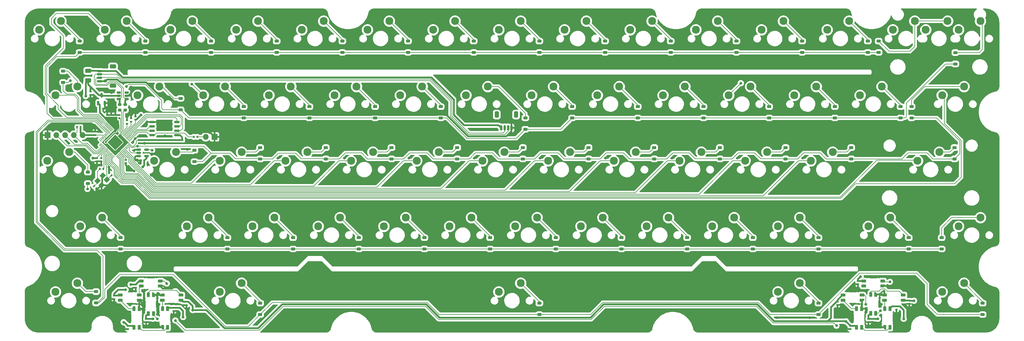
<source format=gbl>
G04 #@! TF.GenerationSoftware,KiCad,Pcbnew,(7.0.0-0)*
G04 #@! TF.CreationDate,2023-05-06T17:41:53-07:00*
G04 #@! TF.ProjectId,popstar,706f7073-7461-4722-9e6b-696361645f70,rev?*
G04 #@! TF.SameCoordinates,Original*
G04 #@! TF.FileFunction,Copper,L2,Bot*
G04 #@! TF.FilePolarity,Positive*
%FSLAX46Y46*%
G04 Gerber Fmt 4.6, Leading zero omitted, Abs format (unit mm)*
G04 Created by KiCad (PCBNEW (7.0.0-0)) date 2023-05-06 17:41:53*
%MOMM*%
%LPD*%
G01*
G04 APERTURE LIST*
G04 Aperture macros list*
%AMRoundRect*
0 Rectangle with rounded corners*
0 $1 Rounding radius*
0 $2 $3 $4 $5 $6 $7 $8 $9 X,Y pos of 4 corners*
0 Add a 4 corners polygon primitive as box body*
4,1,4,$2,$3,$4,$5,$6,$7,$8,$9,$2,$3,0*
0 Add four circle primitives for the rounded corners*
1,1,$1+$1,$2,$3*
1,1,$1+$1,$4,$5*
1,1,$1+$1,$6,$7*
1,1,$1+$1,$8,$9*
0 Add four rect primitives between the rounded corners*
20,1,$1+$1,$2,$3,$4,$5,0*
20,1,$1+$1,$4,$5,$6,$7,0*
20,1,$1+$1,$6,$7,$8,$9,0*
20,1,$1+$1,$8,$9,$2,$3,0*%
%AMRotRect*
0 Rectangle, with rotation*
0 The origin of the aperture is its center*
0 $1 length*
0 $2 width*
0 $3 Rotation angle, in degrees counterclockwise*
0 Add horizontal line*
21,1,$1,$2,0,0,$3*%
%AMFreePoly0*
4,1,18,-0.410000,0.593000,-0.403758,0.624380,-0.385983,0.650983,-0.359380,0.668758,-0.328000,0.675000,0.328000,0.675000,0.359380,0.668758,0.385983,0.650983,0.403758,0.624380,0.410000,0.593000,0.410000,-0.593000,0.403758,-0.624380,0.385983,-0.650983,0.359380,-0.668758,0.328000,-0.675000,0.000000,-0.675000,-0.410000,-0.265000,-0.410000,0.593000,-0.410000,0.593000,$1*%
G04 Aperture macros list end*
G04 #@! TA.AperFunction,ComponentPad*
%ADD10C,2.300000*%
G04 #@! TD*
G04 #@! TA.AperFunction,SMDPad,CuDef*
%ADD11RoundRect,0.140000X0.170000X-0.140000X0.170000X0.140000X-0.170000X0.140000X-0.170000X-0.140000X0*%
G04 #@! TD*
G04 #@! TA.AperFunction,SMDPad,CuDef*
%ADD12RoundRect,0.140000X0.219203X0.021213X0.021213X0.219203X-0.219203X-0.021213X-0.021213X-0.219203X0*%
G04 #@! TD*
G04 #@! TA.AperFunction,ComponentPad*
%ADD13R,1.700000X1.700000*%
G04 #@! TD*
G04 #@! TA.AperFunction,ComponentPad*
%ADD14O,1.700000X1.700000*%
G04 #@! TD*
G04 #@! TA.AperFunction,SMDPad,CuDef*
%ADD15RoundRect,0.225000X0.375000X-0.225000X0.375000X0.225000X-0.375000X0.225000X-0.375000X-0.225000X0*%
G04 #@! TD*
G04 #@! TA.AperFunction,SMDPad,CuDef*
%ADD16RoundRect,0.150000X-0.650000X-0.150000X0.650000X-0.150000X0.650000X0.150000X-0.650000X0.150000X0*%
G04 #@! TD*
G04 #@! TA.AperFunction,SMDPad,CuDef*
%ADD17RoundRect,0.200000X-0.275000X0.200000X-0.275000X-0.200000X0.275000X-0.200000X0.275000X0.200000X0*%
G04 #@! TD*
G04 #@! TA.AperFunction,SMDPad,CuDef*
%ADD18RoundRect,0.150000X-0.150000X-0.625000X0.150000X-0.625000X0.150000X0.625000X-0.150000X0.625000X0*%
G04 #@! TD*
G04 #@! TA.AperFunction,SMDPad,CuDef*
%ADD19RoundRect,0.250000X-0.350000X-0.650000X0.350000X-0.650000X0.350000X0.650000X-0.350000X0.650000X0*%
G04 #@! TD*
G04 #@! TA.AperFunction,SMDPad,CuDef*
%ADD20RoundRect,0.140000X-0.170000X0.140000X-0.170000X-0.140000X0.170000X-0.140000X0.170000X0.140000X0*%
G04 #@! TD*
G04 #@! TA.AperFunction,SMDPad,CuDef*
%ADD21RoundRect,0.050000X0.309359X-0.238649X-0.238649X0.309359X-0.309359X0.238649X0.238649X-0.309359X0*%
G04 #@! TD*
G04 #@! TA.AperFunction,SMDPad,CuDef*
%ADD22RoundRect,0.050000X0.309359X0.238649X0.238649X0.309359X-0.309359X-0.238649X-0.238649X-0.309359X0*%
G04 #@! TD*
G04 #@! TA.AperFunction,ComponentPad*
%ADD23C,0.600000*%
G04 #@! TD*
G04 #@! TA.AperFunction,SMDPad,CuDef*
%ADD24RoundRect,0.144000X2.059095X0.000000X0.000000X2.059095X-2.059095X0.000000X0.000000X-2.059095X0*%
G04 #@! TD*
G04 #@! TA.AperFunction,SMDPad,CuDef*
%ADD25RoundRect,0.150000X0.150000X-0.512500X0.150000X0.512500X-0.150000X0.512500X-0.150000X-0.512500X0*%
G04 #@! TD*
G04 #@! TA.AperFunction,SMDPad,CuDef*
%ADD26RoundRect,0.082000X0.593000X-0.328000X0.593000X0.328000X-0.593000X0.328000X-0.593000X-0.328000X0*%
G04 #@! TD*
G04 #@! TA.AperFunction,SMDPad,CuDef*
%ADD27FreePoly0,90.000000*%
G04 #@! TD*
G04 #@! TA.AperFunction,SMDPad,CuDef*
%ADD28RoundRect,0.250000X-0.625000X0.375000X-0.625000X-0.375000X0.625000X-0.375000X0.625000X0.375000X0*%
G04 #@! TD*
G04 #@! TA.AperFunction,SMDPad,CuDef*
%ADD29RoundRect,0.135000X-0.135000X-0.185000X0.135000X-0.185000X0.135000X0.185000X-0.135000X0.185000X0*%
G04 #@! TD*
G04 #@! TA.AperFunction,SMDPad,CuDef*
%ADD30RoundRect,0.150000X-0.625000X0.150000X-0.625000X-0.150000X0.625000X-0.150000X0.625000X0.150000X0*%
G04 #@! TD*
G04 #@! TA.AperFunction,SMDPad,CuDef*
%ADD31RoundRect,0.250000X-0.650000X0.350000X-0.650000X-0.350000X0.650000X-0.350000X0.650000X0.350000X0*%
G04 #@! TD*
G04 #@! TA.AperFunction,SMDPad,CuDef*
%ADD32RoundRect,0.082000X-0.328000X-0.593000X0.328000X-0.593000X0.328000X0.593000X-0.328000X0.593000X0*%
G04 #@! TD*
G04 #@! TA.AperFunction,SMDPad,CuDef*
%ADD33FreePoly0,0.000000*%
G04 #@! TD*
G04 #@! TA.AperFunction,SMDPad,CuDef*
%ADD34RoundRect,0.082000X-0.593000X0.328000X-0.593000X-0.328000X0.593000X-0.328000X0.593000X0.328000X0*%
G04 #@! TD*
G04 #@! TA.AperFunction,SMDPad,CuDef*
%ADD35FreePoly0,270.000000*%
G04 #@! TD*
G04 #@! TA.AperFunction,SMDPad,CuDef*
%ADD36RoundRect,0.140000X-0.140000X-0.170000X0.140000X-0.170000X0.140000X0.170000X-0.140000X0.170000X0*%
G04 #@! TD*
G04 #@! TA.AperFunction,SMDPad,CuDef*
%ADD37RoundRect,0.082000X0.328000X0.593000X-0.328000X0.593000X-0.328000X-0.593000X0.328000X-0.593000X0*%
G04 #@! TD*
G04 #@! TA.AperFunction,SMDPad,CuDef*
%ADD38FreePoly0,180.000000*%
G04 #@! TD*
G04 #@! TA.AperFunction,SMDPad,CuDef*
%ADD39RotRect,1.400000X1.200000X45.000000*%
G04 #@! TD*
G04 #@! TA.AperFunction,SMDPad,CuDef*
%ADD40RoundRect,0.140000X0.140000X0.170000X-0.140000X0.170000X-0.140000X-0.170000X0.140000X-0.170000X0*%
G04 #@! TD*
G04 #@! TA.AperFunction,SMDPad,CuDef*
%ADD41RoundRect,0.140000X-0.219203X-0.021213X-0.021213X-0.219203X0.219203X0.021213X0.021213X0.219203X0*%
G04 #@! TD*
G04 #@! TA.AperFunction,SMDPad,CuDef*
%ADD42RoundRect,0.135000X0.135000X0.185000X-0.135000X0.185000X-0.135000X-0.185000X0.135000X-0.185000X0*%
G04 #@! TD*
G04 #@! TA.AperFunction,SMDPad,CuDef*
%ADD43RoundRect,0.150000X0.475000X0.150000X-0.475000X0.150000X-0.475000X-0.150000X0.475000X-0.150000X0*%
G04 #@! TD*
G04 #@! TA.AperFunction,SMDPad,CuDef*
%ADD44RoundRect,0.150000X-0.512500X-0.150000X0.512500X-0.150000X0.512500X0.150000X-0.512500X0.150000X0*%
G04 #@! TD*
G04 #@! TA.AperFunction,ViaPad*
%ADD45C,0.800000*%
G04 #@! TD*
G04 #@! TA.AperFunction,ViaPad*
%ADD46C,0.600000*%
G04 #@! TD*
G04 #@! TA.AperFunction,Conductor*
%ADD47C,0.200000*%
G04 #@! TD*
G04 #@! TA.AperFunction,Conductor*
%ADD48C,0.500000*%
G04 #@! TD*
G04 APERTURE END LIST*
D10*
G04 #@! TO.P,SW15,1,1*
G04 #@! TO.N,COL13*
X294640000Y-38735000D03*
G04 #@! TO.P,SW15,2,2*
G04 #@! TO.N,Net-(D26-A)*
X300990000Y-36195000D03*
G04 #@! TD*
G04 #@! TO.P,SW22,1,1*
G04 #@! TO.N,COL05*
X142240000Y-57785000D03*
G04 #@! TO.P,SW22,2,2*
G04 #@! TO.N,Net-(D32-A)*
X148590000Y-55245000D03*
G04 #@! TD*
G04 #@! TO.P,SW55,1,1*
G04 #@! TO.N,COL12*
X304165000Y-95885000D03*
G04 #@! TO.P,SW55,2,2*
G04 #@! TO.N,Net-(D65-A)*
X310515000Y-93345000D03*
G04 #@! TD*
G04 #@! TO.P,SW29,1,1*
G04 #@! TO.N,COL12*
X275590000Y-57785000D03*
G04 #@! TO.P,SW29,2,2*
G04 #@! TO.N,Net-(D39-A)*
X281940000Y-55245000D03*
G04 #@! TD*
G04 #@! TO.P,SW33,1,1*
G04 #@! TO.N,COL03*
X108902500Y-76835000D03*
G04 #@! TO.P,SW33,2,2*
G04 #@! TO.N,Net-(D43-A)*
X115252500Y-74295000D03*
G04 #@! TD*
G04 #@! TO.P,SW25,1,1*
G04 #@! TO.N,COL08*
X199390000Y-57785000D03*
G04 #@! TO.P,SW25,2,2*
G04 #@! TO.N,Net-(D35-A)*
X205740000Y-55245000D03*
G04 #@! TD*
G04 #@! TO.P,SW53,1,1*
G04 #@! TO.N,COL10*
X251777500Y-95885000D03*
G04 #@! TO.P,SW53,2,2*
G04 #@! TO.N,Net-(D63-A)*
X258127500Y-93345000D03*
G04 #@! TD*
G04 #@! TO.P,SW17,1,1*
G04 #@! TO.N,COL00*
X42227500Y-57785000D03*
G04 #@! TO.P,SW17,2,2*
G04 #@! TO.N,Net-(D27-A)*
X48577500Y-55245000D03*
G04 #@! TD*
G04 #@! TO.P,SW41,1,1*
G04 #@! TO.N,COL11*
X261302500Y-76835000D03*
G04 #@! TO.P,SW41,2,2*
G04 #@! TO.N,Net-(D51-A)*
X267652500Y-74295000D03*
G04 #@! TD*
G04 #@! TO.P,SW36,1,1*
G04 #@! TO.N,COL06*
X166052500Y-76835000D03*
G04 #@! TO.P,SW36,2,2*
G04 #@! TO.N,Net-(D46-A)*
X172402500Y-74295000D03*
G04 #@! TD*
G04 #@! TO.P,SW47,1,1*
G04 #@! TO.N,COL04*
X137477500Y-95885000D03*
G04 #@! TO.P,SW47,2,2*
G04 #@! TO.N,Net-(D57-A)*
X143827500Y-93345000D03*
G04 #@! TD*
G04 #@! TO.P,SW11,1,1*
G04 #@! TO.N,COL09*
X208915000Y-38735000D03*
G04 #@! TO.P,SW11,2,2*
G04 #@! TO.N,Net-(D22-A)*
X215265000Y-36195000D03*
G04 #@! TD*
G04 #@! TO.P,SW45,1,1*
G04 #@! TO.N,COL02*
X99377500Y-95885000D03*
G04 #@! TO.P,SW45,2,2*
G04 #@! TO.N,Net-(D55-A)*
X105727500Y-93345000D03*
G04 #@! TD*
G04 #@! TO.P,SW57,1,1*
G04 #@! TO.N,COL02*
X89852500Y-114935000D03*
G04 #@! TO.P,SW57,2,2*
G04 #@! TO.N,Net-(D67-A)*
X96202500Y-112395000D03*
G04 #@! TD*
G04 #@! TO.P,SW56,1,1*
G04 #@! TO.N,COL00*
X42227500Y-114935000D03*
G04 #@! TO.P,SW56,2,2*
G04 #@! TO.N,Net-(D66-A)*
X48577500Y-112395000D03*
G04 #@! TD*
G04 #@! TO.P,SW24,1,1*
G04 #@! TO.N,COL07*
X180340000Y-57785000D03*
G04 #@! TO.P,SW24,2,2*
G04 #@! TO.N,Net-(D34-A)*
X186690000Y-55245000D03*
G04 #@! TD*
G04 #@! TO.P,SW59,1,1*
G04 #@! TO.N,COL10*
X251777500Y-114935000D03*
G04 #@! TO.P,SW59,2,2*
G04 #@! TO.N,Net-(D69-A)*
X258127500Y-112395000D03*
G04 #@! TD*
G04 #@! TO.P,SW7,1,1*
G04 #@! TO.N,COL05*
X132715000Y-38735000D03*
G04 #@! TO.P,SW7,2,2*
G04 #@! TO.N,Net-(D18-A)*
X139065000Y-36195000D03*
G04 #@! TD*
G04 #@! TO.P,SW20,1,1*
G04 #@! TO.N,COL03*
X104140000Y-57785000D03*
G04 #@! TO.P,SW20,2,2*
G04 #@! TO.N,Net-(D30-A)*
X110490000Y-55245000D03*
G04 #@! TD*
G04 #@! TO.P,SW2,1,1*
G04 #@! TO.N,COL00*
X37465000Y-38735000D03*
G04 #@! TO.P,SW2,2,2*
G04 #@! TO.N,Net-(D13-A)*
X43815000Y-36195000D03*
G04 #@! TD*
G04 #@! TO.P,SW31,1,1*
G04 #@! TO.N,COL01*
X70802500Y-76835000D03*
G04 #@! TO.P,SW31,2,2*
G04 #@! TO.N,Net-(D41-A)*
X77152500Y-74295000D03*
G04 #@! TD*
G04 #@! TO.P,SW27,1,1*
G04 #@! TO.N,COL10*
X237490000Y-57785000D03*
G04 #@! TO.P,SW27,2,2*
G04 #@! TO.N,Net-(D37-A)*
X243840000Y-55245000D03*
G04 #@! TD*
G04 #@! TO.P,SW32,1,1*
G04 #@! TO.N,COL02*
X89852500Y-76835000D03*
G04 #@! TO.P,SW32,2,2*
G04 #@! TO.N,Net-(D42-A)*
X96202500Y-74295000D03*
G04 #@! TD*
G04 #@! TO.P,SW34,1,1*
G04 #@! TO.N,COL04*
X127952500Y-76835000D03*
G04 #@! TO.P,SW34,2,2*
G04 #@! TO.N,Net-(D44-A)*
X134302500Y-74295000D03*
G04 #@! TD*
G04 #@! TO.P,SW37,1,1*
G04 #@! TO.N,COL07*
X185102500Y-76835000D03*
G04 #@! TO.P,SW37,2,2*
G04 #@! TO.N,Net-(D47-A)*
X191452500Y-74295000D03*
G04 #@! TD*
G04 #@! TO.P,SW10,1,1*
G04 #@! TO.N,COL08*
X189865000Y-38735000D03*
G04 #@! TO.P,SW10,2,2*
G04 #@! TO.N,Net-(D21-A)*
X196215000Y-36195000D03*
G04 #@! TD*
G04 #@! TO.P,SW21,1,1*
G04 #@! TO.N,COL04*
X123190000Y-57785000D03*
G04 #@! TO.P,SW21,2,2*
G04 #@! TO.N,Net-(D31-A)*
X129540000Y-55245000D03*
G04 #@! TD*
G04 #@! TO.P,SW3,1,1*
G04 #@! TO.N,COL01*
X56515000Y-38735000D03*
G04 #@! TO.P,SW3,2,2*
G04 #@! TO.N,Net-(D14-A)*
X62865000Y-36195000D03*
G04 #@! TD*
G04 #@! TO.P,SW38,1,1*
G04 #@! TO.N,COL08*
X204152500Y-76835000D03*
G04 #@! TO.P,SW38,2,2*
G04 #@! TO.N,Net-(D48-A)*
X210502500Y-74295000D03*
G04 #@! TD*
G04 #@! TO.P,SW50,1,1*
G04 #@! TO.N,COL07*
X194627500Y-95885000D03*
G04 #@! TO.P,SW50,2,2*
G04 #@! TO.N,Net-(D60-A)*
X200977500Y-93345000D03*
G04 #@! TD*
G04 #@! TO.P,SW52,1,1*
G04 #@! TO.N,COL09*
X232727500Y-95885000D03*
G04 #@! TO.P,SW52,2,2*
G04 #@! TO.N,Net-(D62-A)*
X239077500Y-93345000D03*
G04 #@! TD*
G04 #@! TO.P,SW13,1,1*
G04 #@! TO.N,COL11*
X247015000Y-38735000D03*
G04 #@! TO.P,SW13,2,2*
G04 #@! TO.N,Net-(D24-A)*
X253365000Y-36195000D03*
G04 #@! TD*
G04 #@! TO.P,SW35,1,1*
G04 #@! TO.N,COL05*
X147002500Y-76835000D03*
G04 #@! TO.P,SW35,2,2*
G04 #@! TO.N,Net-(D45-A)*
X153352500Y-74295000D03*
G04 #@! TD*
G04 #@! TO.P,SW39,1,1*
G04 #@! TO.N,COL09*
X223202500Y-76835000D03*
G04 #@! TO.P,SW39,2,2*
G04 #@! TO.N,Net-(D49-A)*
X229552500Y-74295000D03*
G04 #@! TD*
G04 #@! TO.P,SW23,1,1*
G04 #@! TO.N,COL06*
X161290000Y-57785000D03*
G04 #@! TO.P,SW23,2,2*
G04 #@! TO.N,Net-(D33-A)*
X167640000Y-55245000D03*
G04 #@! TD*
G04 #@! TO.P,SW51,1,1*
G04 #@! TO.N,COL08*
X213677500Y-95885000D03*
G04 #@! TO.P,SW51,2,2*
G04 #@! TO.N,Net-(D61-A)*
X220027500Y-93345000D03*
G04 #@! TD*
G04 #@! TO.P,SW43,1,1*
G04 #@! TO.N,COL00*
X49371250Y-95885000D03*
G04 #@! TO.P,SW43,2,2*
G04 #@! TO.N,Net-(D53-A)*
X55721250Y-93345000D03*
G04 #@! TD*
G04 #@! TO.P,SW61,1,1*
G04 #@! TO.N,COL13*
X304165000Y-38735000D03*
G04 #@! TO.P,SW61,2,2*
G04 #@! TO.N,Net-(D71-A)*
X310515000Y-36195000D03*
G04 #@! TD*
G04 #@! TO.P,SW44,1,1*
G04 #@! TO.N,COL01*
X80327500Y-95885000D03*
G04 #@! TO.P,SW44,2,2*
G04 #@! TO.N,Net-(D54-A)*
X86677500Y-93345000D03*
G04 #@! TD*
G04 #@! TO.P,SW58,1,1*
G04 #@! TO.N,COL06*
X170815000Y-114935000D03*
G04 #@! TO.P,SW58,2,2*
G04 #@! TO.N,Net-(D68-A)*
X177165000Y-112395000D03*
G04 #@! TD*
G04 #@! TO.P,SW18,1,1*
G04 #@! TO.N,COL01*
X66040000Y-57785000D03*
G04 #@! TO.P,SW18,2,2*
G04 #@! TO.N,Net-(D28-A)*
X72390000Y-55245000D03*
G04 #@! TD*
G04 #@! TO.P,SW5,1,1*
G04 #@! TO.N,COL03*
X94615000Y-38735000D03*
G04 #@! TO.P,SW5,2,2*
G04 #@! TO.N,Net-(D16-A)*
X100965000Y-36195000D03*
G04 #@! TD*
G04 #@! TO.P,SW6,1,1*
G04 #@! TO.N,COL04*
X113665000Y-38735000D03*
G04 #@! TO.P,SW6,2,2*
G04 #@! TO.N,Net-(D17-A)*
X120015000Y-36195000D03*
G04 #@! TD*
G04 #@! TO.P,SW28,1,1*
G04 #@! TO.N,COL11*
X256540000Y-57785000D03*
G04 #@! TO.P,SW28,2,2*
G04 #@! TO.N,Net-(D38-A)*
X262890000Y-55245000D03*
G04 #@! TD*
G04 #@! TO.P,SW48,1,1*
G04 #@! TO.N,COL05*
X156527500Y-95885000D03*
G04 #@! TO.P,SW48,2,2*
G04 #@! TO.N,Net-(D58-A)*
X162877500Y-93345000D03*
G04 #@! TD*
G04 #@! TO.P,SW60,1,1*
G04 #@! TO.N,COL13*
X299402500Y-114935000D03*
G04 #@! TO.P,SW60,2,2*
G04 #@! TO.N,Net-(D70-A)*
X305752500Y-112395000D03*
G04 #@! TD*
G04 #@! TO.P,SW49,1,1*
G04 #@! TO.N,COL06*
X175577500Y-95885000D03*
G04 #@! TO.P,SW49,2,2*
G04 #@! TO.N,Net-(D59-A)*
X181927500Y-93345000D03*
G04 #@! TD*
G04 #@! TO.P,SW30,1,1*
G04 #@! TO.N,COL00*
X39846250Y-76835000D03*
G04 #@! TO.P,SW30,2,2*
G04 #@! TO.N,Net-(D40-A)*
X46196250Y-74295000D03*
G04 #@! TD*
G04 #@! TO.P,SW26,1,1*
G04 #@! TO.N,COL09*
X218440000Y-57785000D03*
G04 #@! TO.P,SW26,2,2*
G04 #@! TO.N,Net-(D36-A)*
X224790000Y-55245000D03*
G04 #@! TD*
G04 #@! TO.P,SW62,1,1*
G04 #@! TO.N,COL13*
X299402500Y-57785000D03*
G04 #@! TO.P,SW62,2,2*
G04 #@! TO.N,Net-(D72-A)*
X305752500Y-55245000D03*
G04 #@! TD*
G04 #@! TO.P,SW16,1,1*
G04 #@! TO.N,COL13*
X285115000Y-38735000D03*
G04 #@! TO.P,SW16,2,2*
G04 #@! TO.N,Net-(D26-A)*
X291465000Y-36195000D03*
G04 #@! TD*
G04 #@! TO.P,SW14,1,1*
G04 #@! TO.N,COL12*
X266065000Y-38735000D03*
G04 #@! TO.P,SW14,2,2*
G04 #@! TO.N,Net-(D25-A)*
X272415000Y-36195000D03*
G04 #@! TD*
G04 #@! TO.P,SW46,1,1*
G04 #@! TO.N,COL03*
X118427500Y-95885000D03*
G04 #@! TO.P,SW46,2,2*
G04 #@! TO.N,Net-(D56-A)*
X124777500Y-93345000D03*
G04 #@! TD*
G04 #@! TO.P,SW40,1,1*
G04 #@! TO.N,COL10*
X242252500Y-76835000D03*
G04 #@! TO.P,SW40,2,2*
G04 #@! TO.N,Net-(D50-A)*
X248602500Y-74295000D03*
G04 #@! TD*
G04 #@! TO.P,SW12,1,1*
G04 #@! TO.N,COL10*
X227965000Y-38735000D03*
G04 #@! TO.P,SW12,2,2*
G04 #@! TO.N,Net-(D23-A)*
X234315000Y-36195000D03*
G04 #@! TD*
G04 #@! TO.P,SW9,1,1*
G04 #@! TO.N,COL07*
X170815000Y-38735000D03*
G04 #@! TO.P,SW9,2,2*
G04 #@! TO.N,Net-(D20-A)*
X177165000Y-36195000D03*
G04 #@! TD*
G04 #@! TO.P,SW19,1,1*
G04 #@! TO.N,COL02*
X85090000Y-57785000D03*
G04 #@! TO.P,SW19,2,2*
G04 #@! TO.N,Net-(D29-A)*
X91440000Y-55245000D03*
G04 #@! TD*
G04 #@! TO.P,SW42,1,1*
G04 #@! TO.N,COL12*
X292258750Y-76835000D03*
G04 #@! TO.P,SW42,2,2*
G04 #@! TO.N,Net-(D52-A)*
X298608750Y-74295000D03*
G04 #@! TD*
G04 #@! TO.P,SW4,1,1*
G04 #@! TO.N,COL02*
X75565000Y-38735000D03*
G04 #@! TO.P,SW4,2,2*
G04 #@! TO.N,Net-(D15-A)*
X81915000Y-36195000D03*
G04 #@! TD*
G04 #@! TO.P,SW8,1,1*
G04 #@! TO.N,COL06*
X151765000Y-38735000D03*
G04 #@! TO.P,SW8,2,2*
G04 #@! TO.N,Net-(D19-A)*
X158115000Y-36195000D03*
G04 #@! TD*
G04 #@! TO.P,SW54,1,1*
G04 #@! TO.N,COL11*
X277971250Y-95885000D03*
G04 #@! TO.P,SW54,2,2*
G04 #@! TO.N,Net-(D64-A)*
X284321250Y-93345000D03*
G04 #@! TD*
D11*
G04 #@! TO.P,C4,1*
G04 #@! TO.N,+3V3*
X57200000Y-64480000D03*
G04 #@! TO.P,C4,2*
G04 #@! TO.N,GND*
X57200000Y-63520000D03*
G04 #@! TD*
D12*
G04 #@! TO.P,C14,1*
G04 #@! TO.N,GND*
X54057411Y-84871411D03*
G04 #@! TO.P,C14,2*
G04 #@! TO.N,/XTAL_O*
X53378589Y-84192589D03*
G04 #@! TD*
D13*
G04 #@! TO.P,J2,1,Pin_1*
G04 #@! TO.N,GND*
X39919999Y-69341999D03*
D14*
G04 #@! TO.P,J2,2,Pin_2*
G04 #@! TO.N,SWCLK*
X42459999Y-69341999D03*
G04 #@! TO.P,J2,3,Pin_3*
G04 #@! TO.N,SWD*
X44999999Y-69341999D03*
G04 #@! TO.P,J2,4,Pin_4*
G04 #@! TO.N,~{RESET}*
X47539999Y-69341999D03*
G04 #@! TO.P,J2,5,Pin_5*
G04 #@! TO.N,+3V3*
X50079999Y-69341999D03*
G04 #@! TD*
D15*
G04 #@! TO.P,D60,1,K*
G04 #@! TO.N,ROW3*
X206375000Y-102456250D03*
G04 #@! TO.P,D60,2,A*
G04 #@! TO.N,Net-(D60-A)*
X206375000Y-99156250D03*
G04 #@! TD*
G04 #@! TO.P,D53,1,K*
G04 #@! TO.N,ROW3*
X61118750Y-102456250D03*
G04 #@! TO.P,D53,2,A*
G04 #@! TO.N,Net-(D53-A)*
X61118750Y-99156250D03*
G04 #@! TD*
D16*
G04 #@! TO.P,U4,1,~{CS}*
G04 #@! TO.N,CS*
X70218750Y-69373750D03*
G04 #@! TO.P,U4,2,DO(IO1)*
G04 #@! TO.N,SD1*
X70218750Y-68103750D03*
G04 #@! TO.P,U4,3,IO2*
G04 #@! TO.N,SD2*
X70218750Y-66833750D03*
G04 #@! TO.P,U4,4,GND*
G04 #@! TO.N,GND*
X70218750Y-65563750D03*
G04 #@! TO.P,U4,5,DI(IO0)*
G04 #@! TO.N,SD0*
X77418750Y-65563750D03*
G04 #@! TO.P,U4,6,CLK*
G04 #@! TO.N,QSPI_CLK*
X77418750Y-66833750D03*
G04 #@! TO.P,U4,7,IO3*
G04 #@! TO.N,SD3*
X77418750Y-68103750D03*
G04 #@! TO.P,U4,8,VCC*
G04 #@! TO.N,+3V3*
X77418750Y-69373750D03*
G04 #@! TD*
D15*
G04 #@! TO.P,D28,1,K*
G04 #@! TO.N,ROW1*
X78500000Y-61975000D03*
G04 #@! TO.P,D28,2,A*
G04 #@! TO.N,Net-(D28-A)*
X78500000Y-58675000D03*
G04 #@! TD*
G04 #@! TO.P,D34,1,K*
G04 #@! TO.N,ROW1*
X192087500Y-64356250D03*
G04 #@! TO.P,D34,2,A*
G04 #@! TO.N,Net-(D34-A)*
X192087500Y-61056250D03*
G04 #@! TD*
G04 #@! TO.P,D19,1,K*
G04 #@! TO.N,ROW0*
X163512500Y-45306250D03*
G04 #@! TO.P,D19,2,A*
G04 #@! TO.N,Net-(D19-A)*
X163512500Y-42006250D03*
G04 #@! TD*
G04 #@! TO.P,D26,1,K*
G04 #@! TO.N,ROW0*
X280987500Y-45306250D03*
G04 #@! TO.P,D26,2,A*
G04 #@! TO.N,Net-(D26-A)*
X280987500Y-42006250D03*
G04 #@! TD*
G04 #@! TO.P,D18,1,K*
G04 #@! TO.N,ROW0*
X144462500Y-45306250D03*
G04 #@! TO.P,D18,2,A*
G04 #@! TO.N,Net-(D18-A)*
X144462500Y-42006250D03*
G04 #@! TD*
D17*
G04 #@! TO.P,R2,1*
G04 #@! TO.N,D_P*
X62484000Y-60425000D03*
G04 #@! TO.P,R2,2*
G04 #@! TO.N,/D_+*
X62484000Y-62075000D03*
G04 #@! TD*
D18*
G04 #@! TO.P,J1,1,Pin_1*
G04 #@! TO.N,VBUS*
X171500000Y-67250000D03*
G04 #@! TO.P,J1,2,Pin_2*
G04 #@! TO.N,D_N*
X172500000Y-67250000D03*
G04 #@! TO.P,J1,3,Pin_3*
G04 #@! TO.N,D_P*
X173500000Y-67250000D03*
G04 #@! TO.P,J1,4,Pin_4*
G04 #@! TO.N,GND*
X174500000Y-67250000D03*
D19*
G04 #@! TO.P,J1,MP*
G04 #@! TO.N,N/C*
X170200000Y-63375000D03*
X175800000Y-63375000D03*
G04 #@! TD*
D15*
G04 #@! TO.P,D22,1,K*
G04 #@! TO.N,ROW0*
X220662500Y-45306250D03*
G04 #@! TO.P,D22,2,A*
G04 #@! TO.N,Net-(D22-A)*
X220662500Y-42006250D03*
G04 #@! TD*
D20*
G04 #@! TO.P,C23,1*
G04 #@! TO.N,+5V*
X80250000Y-117820000D03*
G04 #@! TO.P,C23,2*
G04 #@! TO.N,GND*
X80250000Y-118780000D03*
G04 #@! TD*
D15*
G04 #@! TO.P,D72,1,K*
G04 #@! TO.N,ROW2*
X290512500Y-64356250D03*
G04 #@! TO.P,D72,2,A*
G04 #@! TO.N,Net-(D72-A)*
X290512500Y-61056250D03*
G04 #@! TD*
G04 #@! TO.P,D51,1,K*
G04 #@! TO.N,ROW2*
X273050000Y-76262500D03*
G04 #@! TO.P,D51,2,A*
G04 #@! TO.N,Net-(D51-A)*
X273050000Y-72962500D03*
G04 #@! TD*
G04 #@! TO.P,D31,1,K*
G04 #@! TO.N,ROW1*
X134937500Y-64356250D03*
G04 #@! TO.P,D31,2,A*
G04 #@! TO.N,Net-(D31-A)*
X134937500Y-61056250D03*
G04 #@! TD*
G04 #@! TO.P,D27,1,K*
G04 #@! TO.N,ROW1*
X44450000Y-54037500D03*
G04 #@! TO.P,D27,2,A*
G04 #@! TO.N,Net-(D27-A)*
X44450000Y-50737500D03*
G04 #@! TD*
G04 #@! TO.P,D54,1,K*
G04 #@! TO.N,ROW3*
X92075000Y-102456250D03*
G04 #@! TO.P,D54,2,A*
G04 #@! TO.N,Net-(D54-A)*
X92075000Y-99156250D03*
G04 #@! TD*
D20*
G04 #@! TO.P,C5,1*
G04 #@! TO.N,+3V3*
X66421000Y-70767000D03*
G04 #@! TO.P,C5,2*
G04 #@! TO.N,GND*
X66421000Y-71727000D03*
G04 #@! TD*
D15*
G04 #@! TO.P,D67,1,K*
G04 #@! TO.N,ROW4*
X101600000Y-121506250D03*
G04 #@! TO.P,D67,2,A*
G04 #@! TO.N,Net-(D67-A)*
X101600000Y-118206250D03*
G04 #@! TD*
G04 #@! TO.P,D40,1,K*
G04 #@! TO.N,ROW2*
X51593750Y-83406250D03*
G04 #@! TO.P,D40,2,A*
G04 #@! TO.N,Net-(D40-A)*
X51593750Y-80106250D03*
G04 #@! TD*
G04 #@! TO.P,D46,1,K*
G04 #@! TO.N,ROW2*
X177800000Y-76262500D03*
G04 #@! TO.P,D46,2,A*
G04 #@! TO.N,Net-(D46-A)*
X177800000Y-72962500D03*
G04 #@! TD*
G04 #@! TO.P,D42,1,K*
G04 #@! TO.N,ROW2*
X101600000Y-76262500D03*
G04 #@! TO.P,D42,2,A*
G04 #@! TO.N,Net-(D42-A)*
X101600000Y-72962500D03*
G04 #@! TD*
G04 #@! TO.P,D17,1,K*
G04 #@! TO.N,ROW0*
X125412500Y-45306250D03*
G04 #@! TO.P,D17,2,A*
G04 #@! TO.N,Net-(D17-A)*
X125412500Y-42006250D03*
G04 #@! TD*
G04 #@! TO.P,D41,1,K*
G04 #@! TO.N,ROW2*
X82550000Y-77056250D03*
G04 #@! TO.P,D41,2,A*
G04 #@! TO.N,Net-(D41-A)*
X82550000Y-73756250D03*
G04 #@! TD*
G04 #@! TO.P,D69,1,K*
G04 #@! TO.N,ROW4*
X263525000Y-121506250D03*
G04 #@! TO.P,D69,2,A*
G04 #@! TO.N,Net-(D69-A)*
X263525000Y-118206250D03*
G04 #@! TD*
D21*
G04 #@! TO.P,U6,1,IOVDD*
G04 #@! TO.N,+3V3*
X63800407Y-72029702D03*
G04 #@! TO.P,U6,2,GPIO0*
G04 #@! TO.N,ROW2*
X63517564Y-72312545D03*
G04 #@! TO.P,U6,3,GPIO1*
G04 #@! TO.N,ARGB_3V3*
X63234722Y-72595387D03*
G04 #@! TO.P,U6,4,GPIO2*
G04 #@! TO.N,unconnected-(U6-GPIO2-Pad4)*
X62951879Y-72878230D03*
G04 #@! TO.P,U6,5,GPIO3*
G04 #@! TO.N,unconnected-(U6-GPIO3-Pad5)*
X62669036Y-73161073D03*
G04 #@! TO.P,U6,6,GPIO4*
G04 #@! TO.N,COL02*
X62386194Y-73443915D03*
G04 #@! TO.P,U6,7,GPIO5*
G04 #@! TO.N,COL03*
X62103351Y-73726758D03*
G04 #@! TO.P,U6,8,GPIO6*
G04 #@! TO.N,COL04*
X61820508Y-74009601D03*
G04 #@! TO.P,U6,9,GPIO7*
G04 #@! TO.N,COL05*
X61537665Y-74292444D03*
G04 #@! TO.P,U6,10,IOVDD*
G04 #@! TO.N,+3V3*
X61254823Y-74575286D03*
G04 #@! TO.P,U6,11,GPIO8*
G04 #@! TO.N,COL06*
X60971980Y-74858129D03*
G04 #@! TO.P,U6,12,GPIO9*
G04 #@! TO.N,COL07*
X60689137Y-75140972D03*
G04 #@! TO.P,U6,13,GPIO10*
G04 #@! TO.N,COL08*
X60406295Y-75423814D03*
G04 #@! TO.P,U6,14,GPIO11*
G04 #@! TO.N,COL09*
X60123452Y-75706657D03*
D22*
G04 #@! TO.P,U6,15,GPIO12*
G04 #@! TO.N,COL10*
X58939048Y-75706657D03*
G04 #@! TO.P,U6,16,GPIO13*
G04 #@! TO.N,COL11*
X58656205Y-75423814D03*
G04 #@! TO.P,U6,17,GPIO14*
G04 #@! TO.N,COL12*
X58373363Y-75140972D03*
G04 #@! TO.P,U6,18,GPIO15*
G04 #@! TO.N,COL13*
X58090520Y-74858129D03*
G04 #@! TO.P,U6,19,TESTEN*
G04 #@! TO.N,GND*
X57807677Y-74575286D03*
G04 #@! TO.P,U6,20,XTAL_IN*
G04 #@! TO.N,XTAL_IN*
X57524835Y-74292444D03*
G04 #@! TO.P,U6,21,XTAL_OUT*
G04 #@! TO.N,XTAL_OUT*
X57241992Y-74009601D03*
G04 #@! TO.P,U6,22,IOVDD*
G04 #@! TO.N,+3V3*
X56959149Y-73726758D03*
G04 #@! TO.P,U6,23,DVDD*
G04 #@! TO.N,+1V1*
X56676306Y-73443915D03*
G04 #@! TO.P,U6,24,SWCLK*
G04 #@! TO.N,SWCLK*
X56393464Y-73161073D03*
G04 #@! TO.P,U6,25,SWDIO*
G04 #@! TO.N,SWD*
X56110621Y-72878230D03*
G04 #@! TO.P,U6,26,~{RUN}*
G04 #@! TO.N,~{RESET}*
X55827778Y-72595387D03*
G04 #@! TO.P,U6,27,GPIO16*
G04 #@! TO.N,unconnected-(U6-GPIO16-Pad27)*
X55544936Y-72312545D03*
G04 #@! TO.P,U6,28,GPIO17*
G04 #@! TO.N,unconnected-(U6-GPIO17-Pad28)*
X55262093Y-72029702D03*
D21*
G04 #@! TO.P,U6,29,GPIO18*
G04 #@! TO.N,unconnected-(U6-GPIO18-Pad29)*
X55262093Y-70845298D03*
G04 #@! TO.P,U6,30,GPIO19*
G04 #@! TO.N,unconnected-(U6-GPIO19-Pad30)*
X55544936Y-70562455D03*
G04 #@! TO.P,U6,31,GPIO20*
G04 #@! TO.N,unconnected-(U6-GPIO20-Pad31)*
X55827778Y-70279613D03*
G04 #@! TO.P,U6,32,GPIO21*
G04 #@! TO.N,unconnected-(U6-GPIO21-Pad32)*
X56110621Y-69996770D03*
G04 #@! TO.P,U6,33,IOVDD*
G04 #@! TO.N,+3V3*
X56393464Y-69713927D03*
G04 #@! TO.P,U6,34,GPIO22*
G04 #@! TO.N,unconnected-(U6-GPIO22-Pad34)*
X56676306Y-69431085D03*
G04 #@! TO.P,U6,35,GPIO23*
G04 #@! TO.N,unconnected-(U6-GPIO23-Pad35)*
X56959149Y-69148242D03*
G04 #@! TO.P,U6,36,GPIO24*
G04 #@! TO.N,ROW3*
X57241992Y-68865399D03*
G04 #@! TO.P,U6,37,GPIO25*
G04 #@! TO.N,ROW4*
X57524835Y-68582556D03*
G04 #@! TO.P,U6,38,GPIO26/ADC0*
G04 #@! TO.N,COL01*
X57807677Y-68299714D03*
G04 #@! TO.P,U6,39,GPIO27/ADC1*
G04 #@! TO.N,ROW0*
X58090520Y-68016871D03*
G04 #@! TO.P,U6,40,GPIO28/ADC2*
G04 #@! TO.N,COL00*
X58373363Y-67734028D03*
G04 #@! TO.P,U6,41,GPIO29/ADC3*
G04 #@! TO.N,ROW1*
X58656205Y-67451186D03*
G04 #@! TO.P,U6,42,IOVDD*
G04 #@! TO.N,+3V3*
X58939048Y-67168343D03*
D22*
G04 #@! TO.P,U6,43,ADC_AVDD*
X60123452Y-67168343D03*
G04 #@! TO.P,U6,44,VREG_VIN*
X60406295Y-67451186D03*
G04 #@! TO.P,U6,45,VREG_VOUT*
G04 #@! TO.N,+1V1*
X60689137Y-67734028D03*
G04 #@! TO.P,U6,46,D-*
G04 #@! TO.N,/D_-*
X60971980Y-68016871D03*
G04 #@! TO.P,U6,47,D+*
G04 #@! TO.N,/D_+*
X61254823Y-68299714D03*
G04 #@! TO.P,U6,48,USB_VDD*
G04 #@! TO.N,+3V3*
X61537665Y-68582556D03*
G04 #@! TO.P,U6,49,IOVDD*
X61820508Y-68865399D03*
G04 #@! TO.P,U6,50,DVDD*
G04 #@! TO.N,+1V1*
X62103351Y-69148242D03*
G04 #@! TO.P,U6,51,QSPI_SD3*
G04 #@! TO.N,SD3*
X62386194Y-69431085D03*
G04 #@! TO.P,U6,52,QSPI_SCLK*
G04 #@! TO.N,QSPI_CLK*
X62669036Y-69713927D03*
G04 #@! TO.P,U6,53,QSPI_SD0*
G04 #@! TO.N,SD0*
X62951879Y-69996770D03*
G04 #@! TO.P,U6,54,QSPI_SD2*
G04 #@! TO.N,SD2*
X63234722Y-70279613D03*
G04 #@! TO.P,U6,55,QSPI_SD1*
G04 #@! TO.N,SD1*
X63517564Y-70562455D03*
G04 #@! TO.P,U6,56,QSPI_SS_N*
G04 #@! TO.N,CS*
X63800407Y-70845298D03*
D23*
G04 #@! TO.P,U6,57,GND*
G04 #@! TO.N,GND*
X59531250Y-73240622D03*
X60432811Y-72339061D03*
X61334372Y-71437500D03*
X58629689Y-72339061D03*
X59531250Y-71437500D03*
D24*
X59531250Y-71437500D03*
D23*
X60432811Y-70535939D03*
X57728128Y-71437500D03*
X58629689Y-70535939D03*
X59531250Y-69634378D03*
G04 #@! TD*
D15*
G04 #@! TO.P,D37,1,K*
G04 #@! TO.N,ROW1*
X249237500Y-64356250D03*
G04 #@! TO.P,D37,2,A*
G04 #@! TO.N,Net-(D37-A)*
X249237500Y-61056250D03*
G04 #@! TD*
G04 #@! TO.P,D15,1,K*
G04 #@! TO.N,ROW0*
X87312500Y-45306250D03*
G04 #@! TO.P,D15,2,A*
G04 #@! TO.N,Net-(D15-A)*
X87312500Y-42006250D03*
G04 #@! TD*
D11*
G04 #@! TO.P,C10,1*
G04 #@! TO.N,+3V3*
X59600000Y-64480000D03*
G04 #@! TO.P,C10,2*
G04 #@! TO.N,GND*
X59600000Y-63520000D03*
G04 #@! TD*
D15*
G04 #@! TO.P,D35,1,K*
G04 #@! TO.N,ROW1*
X211137500Y-64356250D03*
G04 #@! TO.P,D35,2,A*
G04 #@! TO.N,Net-(D35-A)*
X211137500Y-61056250D03*
G04 #@! TD*
D25*
G04 #@! TO.P,U2,1,GND*
G04 #@! TO.N,GND*
X56512500Y-60065500D03*
G04 #@! TO.P,U2,2,VO*
G04 #@! TO.N,+3V3*
X54612500Y-60065500D03*
G04 #@! TO.P,U2,3,VI*
G04 #@! TO.N,+5V*
X55562500Y-57790500D03*
G04 #@! TD*
D15*
G04 #@! TO.P,D44,1,K*
G04 #@! TO.N,ROW2*
X139700000Y-76262500D03*
G04 #@! TO.P,D44,2,A*
G04 #@! TO.N,Net-(D44-A)*
X139700000Y-72962500D03*
G04 #@! TD*
D20*
G04 #@! TO.P,C25,1*
G04 #@! TO.N,+5V*
X269000000Y-117770000D03*
G04 #@! TO.P,C25,2*
G04 #@! TO.N,GND*
X269000000Y-118730000D03*
G04 #@! TD*
D11*
G04 #@! TO.P,C11,1*
G04 #@! TO.N,+3V3*
X62992000Y-66012000D03*
G04 #@! TO.P,C11,2*
G04 #@! TO.N,GND*
X62992000Y-65052000D03*
G04 #@! TD*
D15*
G04 #@! TO.P,D56,1,K*
G04 #@! TO.N,ROW3*
X130175000Y-102456250D03*
G04 #@! TO.P,D56,2,A*
G04 #@! TO.N,Net-(D56-A)*
X130175000Y-99156250D03*
G04 #@! TD*
D26*
G04 #@! TO.P,D12,1,VDD*
G04 #@! TO.N,+5V*
X276675000Y-111750000D03*
G04 #@! TO.P,D12,2,DOUT*
G04 #@! TO.N,unconnected-(D12-DOUT-Pad2)*
X276675000Y-113250000D03*
G04 #@! TO.P,D12,3,DIN*
G04 #@! TO.N,Net-(D11-DOUT)*
X282125000Y-111750000D03*
D27*
G04 #@! TO.P,D12,4,VSS*
G04 #@! TO.N,GND*
X282124999Y-113249999D03*
G04 #@! TD*
D26*
G04 #@! TO.P,D1,1,VDD*
G04 #@! TO.N,+5V*
X67125000Y-111750000D03*
G04 #@! TO.P,D1,2,DOUT*
G04 #@! TO.N,Net-(D1-DOUT)*
X67125000Y-113250000D03*
G04 #@! TO.P,D1,3,DIN*
G04 #@! TO.N,ARGB_5V*
X72575000Y-111750000D03*
D27*
G04 #@! TO.P,D1,4,VSS*
G04 #@! TO.N,GND*
X72574999Y-113249999D03*
G04 #@! TD*
D15*
G04 #@! TO.P,D30,1,K*
G04 #@! TO.N,ROW1*
X115887500Y-64356250D03*
G04 #@! TO.P,D30,2,A*
G04 #@! TO.N,Net-(D30-A)*
X115887500Y-61056250D03*
G04 #@! TD*
G04 #@! TO.P,D49,1,K*
G04 #@! TO.N,ROW2*
X234950000Y-76262500D03*
G04 #@! TO.P,D49,2,A*
G04 #@! TO.N,Net-(D49-A)*
X234950000Y-72962500D03*
G04 #@! TD*
D26*
G04 #@! TO.P,D2,1,VDD*
G04 #@! TO.N,+5V*
X61025000Y-115850000D03*
G04 #@! TO.P,D2,2,DOUT*
G04 #@! TO.N,Net-(D2-DOUT)*
X61025000Y-117350000D03*
G04 #@! TO.P,D2,3,DIN*
G04 #@! TO.N,Net-(D1-DOUT)*
X66475000Y-115850000D03*
D27*
G04 #@! TO.P,D2,4,VSS*
G04 #@! TO.N,GND*
X66474999Y-117349999D03*
G04 #@! TD*
D15*
G04 #@! TO.P,D43,1,K*
G04 #@! TO.N,ROW2*
X120650000Y-76262500D03*
G04 #@! TO.P,D43,2,A*
G04 #@! TO.N,Net-(D43-A)*
X120650000Y-72962500D03*
G04 #@! TD*
G04 #@! TO.P,D58,1,K*
G04 #@! TO.N,ROW3*
X168275000Y-102456250D03*
G04 #@! TO.P,D58,2,A*
G04 #@! TO.N,Net-(D58-A)*
X168275000Y-99156250D03*
G04 #@! TD*
D20*
G04 #@! TO.P,C24,1*
G04 #@! TO.N,+5V*
X68500000Y-122770000D03*
G04 #@! TO.P,C24,2*
G04 #@! TO.N,GND*
X68500000Y-123730000D03*
G04 #@! TD*
D11*
G04 #@! TO.P,C6,1*
G04 #@! TO.N,+3V3*
X58400000Y-64480000D03*
G04 #@! TO.P,C6,2*
G04 #@! TO.N,GND*
X58400000Y-63520000D03*
G04 #@! TD*
D28*
G04 #@! TO.P,F1,1*
G04 #@! TO.N,VBUS*
X51689000Y-50670000D03*
G04 #@! TO.P,F1,2*
G04 #@! TO.N,+5V*
X51689000Y-53470000D03*
G04 #@! TD*
D15*
G04 #@! TO.P,D63,1,K*
G04 #@! TO.N,ROW3*
X263525000Y-102456250D03*
G04 #@! TO.P,D63,2,A*
G04 #@! TO.N,Net-(D63-A)*
X263525000Y-99156250D03*
G04 #@! TD*
G04 #@! TO.P,D16,1,K*
G04 #@! TO.N,ROW0*
X106362500Y-45306250D03*
G04 #@! TO.P,D16,2,A*
G04 #@! TO.N,Net-(D16-A)*
X106362500Y-42006250D03*
G04 #@! TD*
G04 #@! TO.P,D29,1,K*
G04 #@! TO.N,ROW1*
X96837500Y-64356250D03*
G04 #@! TO.P,D29,2,A*
G04 #@! TO.N,Net-(D29-A)*
X96837500Y-61056250D03*
G04 #@! TD*
D11*
G04 #@! TO.P,C2,1*
G04 #@! TO.N,+1V1*
X60770000Y-64480000D03*
G04 #@! TO.P,C2,2*
G04 #@! TO.N,GND*
X60770000Y-63520000D03*
G04 #@! TD*
D20*
G04 #@! TO.P,C19,1*
G04 #@! TO.N,+5V*
X65500000Y-112770000D03*
G04 #@! TO.P,C19,2*
G04 #@! TO.N,GND*
X65500000Y-113730000D03*
G04 #@! TD*
D29*
G04 #@! TO.P,R4,1*
G04 #@! TO.N,/XTAL_O*
X55113000Y-79198000D03*
G04 #@! TO.P,R4,2*
G04 #@! TO.N,XTAL_OUT*
X56133000Y-79198000D03*
G04 #@! TD*
D15*
G04 #@! TO.P,D38,1,K*
G04 #@! TO.N,ROW1*
X268287500Y-64356250D03*
G04 #@! TO.P,D38,2,A*
G04 #@! TO.N,Net-(D38-A)*
X268287500Y-61056250D03*
G04 #@! TD*
D20*
G04 #@! TO.P,C20,1*
G04 #@! TO.N,+5V*
X59250000Y-116020000D03*
G04 #@! TO.P,C20,2*
G04 #@! TO.N,GND*
X59250000Y-116980000D03*
G04 #@! TD*
D30*
G04 #@! TO.P,J1,1,Pin_1*
G04 #@! TO.N,VBUS*
X55023000Y-50697000D03*
G04 #@! TO.P,J1,2,Pin_2*
G04 #@! TO.N,D_N*
X55023000Y-51697000D03*
G04 #@! TO.P,J1,3,Pin_3*
G04 #@! TO.N,D_P*
X55023000Y-52697000D03*
G04 #@! TO.P,J1,4,Pin_4*
G04 #@! TO.N,GND*
X55023000Y-53697000D03*
D31*
G04 #@! TO.P,J1,MP*
G04 #@! TO.N,N/C*
X58898000Y-49397000D03*
X58898000Y-54997000D03*
G04 #@! TD*
D15*
G04 #@! TO.P,D55,1,K*
G04 #@! TO.N,ROW3*
X111125000Y-102456250D03*
G04 #@! TO.P,D55,2,A*
G04 #@! TO.N,Net-(D55-A)*
X111125000Y-99156250D03*
G04 #@! TD*
G04 #@! TO.P,D68,1,K*
G04 #@! TO.N,ROW4*
X182562500Y-121506250D03*
G04 #@! TO.P,D68,2,A*
G04 #@! TO.N,Net-(D68-A)*
X182562500Y-118206250D03*
G04 #@! TD*
G04 #@! TO.P,D62,1,K*
G04 #@! TO.N,ROW3*
X244475000Y-102456250D03*
G04 #@! TO.P,D62,2,A*
G04 #@! TO.N,Net-(D62-A)*
X244475000Y-99156250D03*
G04 #@! TD*
D20*
G04 #@! TO.P,C27,1*
G04 #@! TO.N,+5V*
X286100000Y-119120000D03*
G04 #@! TO.P,C27,2*
G04 #@! TO.N,GND*
X286100000Y-120080000D03*
G04 #@! TD*
G04 #@! TO.P,C3,1*
G04 #@! TO.N,+1V1*
X54229000Y-76033750D03*
G04 #@! TO.P,C3,2*
G04 #@! TO.N,GND*
X54229000Y-76993750D03*
G04 #@! TD*
D15*
G04 #@! TO.P,D47,1,K*
G04 #@! TO.N,ROW2*
X196850000Y-76262500D03*
G04 #@! TO.P,D47,2,A*
G04 #@! TO.N,Net-(D47-A)*
X196850000Y-72962500D03*
G04 #@! TD*
G04 #@! TO.P,D21,1,K*
G04 #@! TO.N,ROW0*
X201612500Y-45306250D03*
G04 #@! TO.P,D21,2,A*
G04 #@! TO.N,Net-(D21-A)*
X201612500Y-42006250D03*
G04 #@! TD*
D20*
G04 #@! TO.P,C12,1*
G04 #@! TO.N,+3V3*
X62611000Y-76520000D03*
G04 #@! TO.P,C12,2*
G04 #@! TO.N,GND*
X62611000Y-77480000D03*
G04 #@! TD*
D11*
G04 #@! TO.P,C1,1*
G04 #@! TO.N,+1V1*
X65405000Y-64869000D03*
G04 #@! TO.P,C1,2*
G04 #@! TO.N,GND*
X65405000Y-63909000D03*
G04 #@! TD*
D32*
G04 #@! TO.P,D4,1,VDD*
G04 #@! TO.N,+5V*
X74750000Y-119775000D03*
G04 #@! TO.P,D4,2,DOUT*
G04 #@! TO.N,Net-(D4-DOUT)*
X73250000Y-119775000D03*
G04 #@! TO.P,D4,3,DIN*
G04 #@! TO.N,Net-(D3-DOUT)*
X74750000Y-125225000D03*
D33*
G04 #@! TO.P,D4,4,VSS*
G04 #@! TO.N,GND*
X73249999Y-125224999D03*
G04 #@! TD*
D34*
G04 #@! TO.P,D5,1,VDD*
G04 #@! TO.N,+5V*
X78625000Y-117350000D03*
G04 #@! TO.P,D5,2,DOUT*
G04 #@! TO.N,Net-(D5-DOUT)*
X78625000Y-115850000D03*
G04 #@! TO.P,D5,3,DIN*
G04 #@! TO.N,Net-(D4-DOUT)*
X73175000Y-117350000D03*
D35*
G04 #@! TO.P,D5,4,VSS*
G04 #@! TO.N,GND*
X73174999Y-115849999D03*
G04 #@! TD*
D36*
G04 #@! TO.P,C16,1*
G04 #@! TO.N,+3V3*
X55082500Y-61690250D03*
G04 #@! TO.P,C16,2*
G04 #@! TO.N,GND*
X56042500Y-61690250D03*
G04 #@! TD*
D37*
G04 #@! TO.P,D8,1,VDD*
G04 #@! TO.N,+5V*
X274550000Y-125225000D03*
G04 #@! TO.P,D8,2,DOUT*
G04 #@! TO.N,Net-(D8-DOUT)*
X276050000Y-125225000D03*
G04 #@! TO.P,D8,3,DIN*
G04 #@! TO.N,Net-(D7-DOUT)*
X274550000Y-119775000D03*
D38*
G04 #@! TO.P,D8,4,VSS*
G04 #@! TO.N,GND*
X276049999Y-119774999D03*
G04 #@! TD*
D15*
G04 #@! TO.P,D39,1,K*
G04 #@! TO.N,ROW1*
X287337500Y-64356250D03*
G04 #@! TO.P,D39,2,A*
G04 #@! TO.N,Net-(D39-A)*
X287337500Y-61056250D03*
G04 #@! TD*
G04 #@! TO.P,D45,1,K*
G04 #@! TO.N,ROW2*
X158750000Y-76262500D03*
G04 #@! TO.P,D45,2,A*
G04 #@! TO.N,Net-(D45-A)*
X158750000Y-72962500D03*
G04 #@! TD*
G04 #@! TO.P,D70,1,K*
G04 #@! TO.N,ROW4*
X311150000Y-121506250D03*
G04 #@! TO.P,D70,2,A*
G04 #@! TO.N,Net-(D70-A)*
X311150000Y-118206250D03*
G04 #@! TD*
D20*
G04 #@! TO.P,C26,1*
G04 #@! TO.N,+5V*
X272750000Y-124770000D03*
G04 #@! TO.P,C26,2*
G04 #@! TO.N,GND*
X272750000Y-125730000D03*
G04 #@! TD*
D26*
G04 #@! TO.P,D7,1,VDD*
G04 #@! TO.N,+5V*
X270675000Y-115850000D03*
G04 #@! TO.P,D7,2,DOUT*
G04 #@! TO.N,Net-(D7-DOUT)*
X270675000Y-117350000D03*
G04 #@! TO.P,D7,3,DIN*
G04 #@! TO.N,Net-(D6-DOUT)*
X276125000Y-115850000D03*
D27*
G04 #@! TO.P,D7,4,VSS*
G04 #@! TO.N,GND*
X276124999Y-117349999D03*
G04 #@! TD*
D11*
G04 #@! TO.P,C8,1*
G04 #@! TO.N,+3V3*
X53721000Y-69314000D03*
G04 #@! TO.P,C8,2*
G04 #@! TO.N,GND*
X53721000Y-68354000D03*
G04 #@! TD*
D15*
G04 #@! TO.P,D61,1,K*
G04 #@! TO.N,ROW3*
X225425000Y-102456250D03*
G04 #@! TO.P,D61,2,A*
G04 #@! TO.N,Net-(D61-A)*
X225425000Y-99156250D03*
G04 #@! TD*
G04 #@! TO.P,D32,1,K*
G04 #@! TO.N,ROW1*
X153987500Y-64356250D03*
G04 #@! TO.P,D32,2,A*
G04 #@! TO.N,Net-(D32-A)*
X153987500Y-61056250D03*
G04 #@! TD*
D20*
G04 #@! TO.P,C15,1*
G04 #@! TO.N,+5V*
X52387500Y-56670000D03*
G04 #@! TO.P,C15,2*
G04 #@! TO.N,GND*
X52387500Y-57630000D03*
G04 #@! TD*
D15*
G04 #@! TO.P,D13,1,K*
G04 #@! TO.N,ROW0*
X49212500Y-45306250D03*
G04 #@! TO.P,D13,2,A*
G04 #@! TO.N,Net-(D13-A)*
X49212500Y-42006250D03*
G04 #@! TD*
G04 #@! TO.P,D64,1,K*
G04 #@! TO.N,ROW3*
X289718750Y-102456250D03*
G04 #@! TO.P,D64,2,A*
G04 #@! TO.N,Net-(D64-A)*
X289718750Y-99156250D03*
G04 #@! TD*
D39*
G04 #@! TO.P,Y1,1,1*
G04 #@! TO.N,/XTAL_O*
X54371141Y-82676776D03*
G04 #@! TO.P,Y1,2,2*
G04 #@! TO.N,GND*
X55926776Y-81121141D03*
G04 #@! TO.P,Y1,3,3*
G04 #@! TO.N,XTAL_IN*
X57128857Y-82323222D03*
G04 #@! TO.P,Y1,4,4*
G04 #@! TO.N,GND*
X55573222Y-83878857D03*
G04 #@! TD*
D40*
G04 #@! TO.P,C18,1*
G04 #@! TO.N,+5V*
X67980000Y-76750000D03*
G04 #@! TO.P,C18,2*
G04 #@! TO.N,GND*
X67020000Y-76750000D03*
G04 #@! TD*
D41*
G04 #@! TO.P,C13,1*
G04 #@! TO.N,GND*
X57823589Y-80382589D03*
G04 #@! TO.P,C13,2*
G04 #@! TO.N,XTAL_IN*
X58502411Y-81061411D03*
G04 #@! TD*
D37*
G04 #@! TO.P,D11,1,VDD*
G04 #@! TO.N,+5V*
X278650000Y-121125000D03*
G04 #@! TO.P,D11,2,DOUT*
G04 #@! TO.N,Net-(D11-DOUT)*
X280150000Y-121125000D03*
G04 #@! TO.P,D11,3,DIN*
G04 #@! TO.N,Net-(D10-DOUT)*
X278650000Y-115675000D03*
D38*
G04 #@! TO.P,D11,4,VSS*
G04 #@! TO.N,GND*
X280149999Y-115674999D03*
G04 #@! TD*
D20*
G04 #@! TO.P,C21,1*
G04 #@! TO.N,+5V*
X63250000Y-124770000D03*
G04 #@! TO.P,C21,2*
G04 #@! TO.N,GND*
X63250000Y-125730000D03*
G04 #@! TD*
D15*
G04 #@! TO.P,D57,1,K*
G04 #@! TO.N,ROW3*
X149225000Y-102456250D03*
G04 #@! TO.P,D57,2,A*
G04 #@! TO.N,Net-(D57-A)*
X149225000Y-99156250D03*
G04 #@! TD*
G04 #@! TO.P,D36,1,K*
G04 #@! TO.N,ROW1*
X230187500Y-64356250D03*
G04 #@! TO.P,D36,2,A*
G04 #@! TO.N,Net-(D36-A)*
X230187500Y-61056250D03*
G04 #@! TD*
D13*
G04 #@! TO.P,SW1,1,1*
G04 #@! TO.N,GND*
X88336249Y-69874999D03*
D14*
G04 #@! TO.P,SW1,2,2*
G04 #@! TO.N,/~{USB_BOOT}*
X85796249Y-69874999D03*
G04 #@! TD*
D15*
G04 #@! TO.P,D33,1,K*
G04 #@! TO.N,ROW1*
X178500000Y-67650000D03*
G04 #@! TO.P,D33,2,A*
G04 #@! TO.N,Net-(D33-A)*
X178500000Y-64350000D03*
G04 #@! TD*
G04 #@! TO.P,D14,1,K*
G04 #@! TO.N,ROW0*
X68262500Y-45306250D03*
G04 #@! TO.P,D14,2,A*
G04 #@! TO.N,Net-(D14-A)*
X68262500Y-42006250D03*
G04 #@! TD*
G04 #@! TO.P,D50,1,K*
G04 #@! TO.N,ROW2*
X254000000Y-76262500D03*
G04 #@! TO.P,D50,2,A*
G04 #@! TO.N,Net-(D50-A)*
X254000000Y-72962500D03*
G04 #@! TD*
D20*
G04 #@! TO.P,C22,1*
G04 #@! TO.N,+5V*
X76500000Y-119520000D03*
G04 #@! TO.P,C22,2*
G04 #@! TO.N,GND*
X76500000Y-120480000D03*
G04 #@! TD*
D15*
G04 #@! TO.P,D59,1,K*
G04 #@! TO.N,ROW3*
X187325000Y-102456250D03*
G04 #@! TO.P,D59,2,A*
G04 #@! TO.N,Net-(D59-A)*
X187325000Y-99156250D03*
G04 #@! TD*
D37*
G04 #@! TO.P,D3,1,VDD*
G04 #@! TO.N,+5V*
X65000000Y-125225000D03*
G04 #@! TO.P,D3,2,DOUT*
G04 #@! TO.N,Net-(D3-DOUT)*
X66500000Y-125225000D03*
G04 #@! TO.P,D3,3,DIN*
G04 #@! TO.N,Net-(D2-DOUT)*
X65000000Y-119775000D03*
D38*
G04 #@! TO.P,D3,4,VSS*
G04 #@! TO.N,GND*
X66499999Y-119774999D03*
G04 #@! TD*
D15*
G04 #@! TO.P,D65,1,K*
G04 #@! TO.N,ROW3*
X299243750Y-102456250D03*
G04 #@! TO.P,D65,2,A*
G04 #@! TO.N,Net-(D65-A)*
X299243750Y-99156250D03*
G04 #@! TD*
D34*
G04 #@! TO.P,D10,1,VDD*
G04 #@! TO.N,+5V*
X288125000Y-117350000D03*
G04 #@! TO.P,D10,2,DOUT*
G04 #@! TO.N,Net-(D10-DOUT)*
X288125000Y-115850000D03*
G04 #@! TO.P,D10,3,DIN*
G04 #@! TO.N,Net-(D10-DIN)*
X282675000Y-117350000D03*
D35*
G04 #@! TO.P,D10,4,VSS*
G04 #@! TO.N,GND*
X282674999Y-115849999D03*
G04 #@! TD*
D20*
G04 #@! TO.P,C9,1*
G04 #@! TO.N,+3V3*
X55499000Y-76033750D03*
G04 #@! TO.P,C9,2*
G04 #@! TO.N,GND*
X55499000Y-76993750D03*
G04 #@! TD*
D15*
G04 #@! TO.P,D52,1,K*
G04 #@! TO.N,ROW2*
X303000000Y-76262500D03*
G04 #@! TO.P,D52,2,A*
G04 #@! TO.N,Net-(D52-A)*
X303000000Y-72962500D03*
G04 #@! TD*
G04 #@! TO.P,D24,1,K*
G04 #@! TO.N,ROW0*
X258762500Y-45306250D03*
G04 #@! TO.P,D24,2,A*
G04 #@! TO.N,Net-(D24-A)*
X258762500Y-42006250D03*
G04 #@! TD*
G04 #@! TO.P,D71,1,K*
G04 #@! TO.N,ROW1*
X303212500Y-48650000D03*
G04 #@! TO.P,D71,2,A*
G04 #@! TO.N,Net-(D71-A)*
X303212500Y-45350000D03*
G04 #@! TD*
D42*
G04 #@! TO.P,R1,1*
G04 #@! TO.N,+3V3*
X49510000Y-66960750D03*
G04 #@! TO.P,R1,2*
G04 #@! TO.N,~{RESET}*
X48490000Y-66960750D03*
G04 #@! TD*
D15*
G04 #@! TO.P,D25,1,K*
G04 #@! TO.N,ROW0*
X277812500Y-45306250D03*
G04 #@! TO.P,D25,2,A*
G04 #@! TO.N,Net-(D25-A)*
X277812500Y-42006250D03*
G04 #@! TD*
D42*
G04 #@! TO.P,R5,1*
G04 #@! TO.N,/~{USB_BOOT}*
X83343750Y-69850000D03*
G04 #@! TO.P,R5,2*
G04 #@! TO.N,CS*
X82323750Y-69850000D03*
G04 #@! TD*
D20*
G04 #@! TO.P,C30,1*
G04 #@! TO.N,+5V*
X275000000Y-111770000D03*
G04 #@! TO.P,C30,2*
G04 #@! TO.N,GND*
X275000000Y-112730000D03*
G04 #@! TD*
D43*
G04 #@! TO.P,U3,1,IO1*
G04 #@! TO.N,unconnected-(U3-IO1-Pad1)*
X62897000Y-56962000D03*
G04 #@! TO.P,U3,2,VN*
G04 #@! TO.N,GND*
X62897000Y-57912000D03*
G04 #@! TO.P,U3,3,IO2*
G04 #@! TO.N,D_P*
X62897000Y-58862000D03*
G04 #@! TO.P,U3,4,IO3*
G04 #@! TO.N,D_N*
X60547000Y-58862000D03*
G04 #@! TO.P,U3,5,VP*
G04 #@! TO.N,+5V*
X60547000Y-57912000D03*
G04 #@! TO.P,U3,6,IO4*
G04 #@! TO.N,unconnected-(U3-IO4-Pad6)*
X60547000Y-56962000D03*
G04 #@! TD*
D20*
G04 #@! TO.P,C17,1*
G04 #@! TO.N,+3V3*
X79000000Y-70770000D03*
G04 #@! TO.P,C17,2*
G04 #@! TO.N,GND*
X79000000Y-71730000D03*
G04 #@! TD*
D17*
G04 #@! TO.P,R3,1*
G04 #@! TO.N,D_N*
X60860000Y-60425000D03*
G04 #@! TO.P,R3,2*
G04 #@! TO.N,/D_-*
X60860000Y-62075000D03*
G04 #@! TD*
D15*
G04 #@! TO.P,D66,1,K*
G04 #@! TO.N,ROW4*
X53975000Y-118150000D03*
G04 #@! TO.P,D66,2,A*
G04 #@! TO.N,Net-(D66-A)*
X53975000Y-114850000D03*
G04 #@! TD*
G04 #@! TO.P,D23,1,K*
G04 #@! TO.N,ROW0*
X239712500Y-45306250D03*
G04 #@! TO.P,D23,2,A*
G04 #@! TO.N,Net-(D23-A)*
X239712500Y-42006250D03*
G04 #@! TD*
G04 #@! TO.P,D20,1,K*
G04 #@! TO.N,ROW0*
X182562500Y-45306250D03*
G04 #@! TO.P,D20,2,A*
G04 #@! TO.N,Net-(D20-A)*
X182562500Y-42006250D03*
G04 #@! TD*
D11*
G04 #@! TO.P,C7,1*
G04 #@! TO.N,+3V3*
X64135000Y-65440500D03*
G04 #@! TO.P,C7,2*
G04 #@! TO.N,GND*
X64135000Y-64480500D03*
G04 #@! TD*
D20*
G04 #@! TO.P,C28,1*
G04 #@! TO.N,+5V*
X289900000Y-117420000D03*
G04 #@! TO.P,C28,2*
G04 #@! TO.N,GND*
X289900000Y-118380000D03*
G04 #@! TD*
G04 #@! TO.P,C29,1*
G04 #@! TO.N,+5V*
X278000000Y-122770000D03*
G04 #@! TO.P,C29,2*
G04 #@! TO.N,GND*
X278000000Y-123730000D03*
G04 #@! TD*
D37*
G04 #@! TO.P,D6,1,VDD*
G04 #@! TO.N,+5V*
X69125000Y-121225000D03*
G04 #@! TO.P,D6,2,DOUT*
G04 #@! TO.N,Net-(D6-DOUT)*
X70625000Y-121225000D03*
G04 #@! TO.P,D6,3,DIN*
G04 #@! TO.N,Net-(D5-DOUT)*
X69125000Y-115775000D03*
D38*
G04 #@! TO.P,D6,4,VSS*
G04 #@! TO.N,GND*
X70624999Y-115774999D03*
G04 #@! TD*
D15*
G04 #@! TO.P,D48,1,K*
G04 #@! TO.N,ROW2*
X215900000Y-76262500D03*
G04 #@! TO.P,D48,2,A*
G04 #@! TO.N,Net-(D48-A)*
X215900000Y-72962500D03*
G04 #@! TD*
D44*
G04 #@! TO.P,U5,1*
G04 #@! TO.N,GND*
X66362500Y-75450000D03*
G04 #@! TO.P,U5,2*
G04 #@! TO.N,ARGB_3V3*
X66362500Y-74500000D03*
G04 #@! TO.P,U5,3,GND*
G04 #@! TO.N,GND*
X66362500Y-73550000D03*
G04 #@! TO.P,U5,4*
G04 #@! TO.N,ARGB_5V*
X68637500Y-73550000D03*
G04 #@! TO.P,U5,5,VCC*
G04 #@! TO.N,+5V*
X68637500Y-75450000D03*
G04 #@! TD*
D32*
G04 #@! TO.P,D9,1,VDD*
G04 #@! TO.N,+5V*
X284250000Y-119775000D03*
G04 #@! TO.P,D9,2,DOUT*
G04 #@! TO.N,Net-(D10-DIN)*
X282750000Y-119775000D03*
G04 #@! TO.P,D9,3,DIN*
G04 #@! TO.N,Net-(D8-DOUT)*
X284250000Y-125225000D03*
D33*
G04 #@! TO.P,D9,4,VSS*
G04 #@! TO.N,GND*
X282749999Y-125224999D03*
G04 #@! TD*
D45*
G04 #@! TO.N,+1V1*
X53086000Y-76073000D03*
X60200000Y-68850000D03*
X67000000Y-63500000D03*
D46*
X56800000Y-71350000D03*
D45*
G04 #@! TO.N,GND*
X128500000Y-89000000D03*
X282000000Y-48000000D03*
X202500000Y-120500000D03*
X165000000Y-124250000D03*
X45500000Y-76500000D03*
X83250000Y-118500000D03*
X51500000Y-104500000D03*
X65000000Y-73800500D03*
X233250000Y-47500000D03*
X270500000Y-124750000D03*
X166500000Y-89000000D03*
X72000000Y-82000000D03*
X70250000Y-108750000D03*
X70000000Y-81000000D03*
X67750000Y-120500000D03*
X165000000Y-120000000D03*
X56769000Y-53594000D03*
X267000000Y-125250000D03*
X155000000Y-120000000D03*
X115000000Y-120500000D03*
X62992000Y-63881000D03*
X126000000Y-76000000D03*
X261000000Y-122400000D03*
X204500000Y-89000000D03*
X60000000Y-123750000D03*
X134500000Y-46500000D03*
X54229000Y-78105000D03*
X290250000Y-122750000D03*
X71500000Y-88800000D03*
X283750000Y-113750000D03*
X300000000Y-93500000D03*
X306250000Y-46500000D03*
X210000000Y-120500000D03*
X292750000Y-117500000D03*
X47000000Y-63000000D03*
X49500000Y-57500000D03*
X48750000Y-73500000D03*
X196500000Y-120000000D03*
X95000000Y-123750000D03*
X65405000Y-62738000D03*
X62250000Y-112250000D03*
X59250000Y-91000000D03*
X277000000Y-107250000D03*
X265750000Y-121750000D03*
X68600000Y-101400000D03*
X76500000Y-105250000D03*
X151250000Y-116750000D03*
X66000000Y-76750000D03*
X68072000Y-71755000D03*
X64250000Y-114250000D03*
X98500000Y-122750000D03*
X76750000Y-113250000D03*
X71500000Y-101400000D03*
X50750000Y-88500000D03*
X100750000Y-124000000D03*
X233750000Y-120500000D03*
X272750000Y-110500000D03*
X51500000Y-76000000D03*
X244500000Y-120500000D03*
X289500000Y-119750000D03*
X221000000Y-76000000D03*
X163750000Y-76000000D03*
X86000000Y-122500000D03*
X55499000Y-78105000D03*
X48750000Y-83250000D03*
X109500000Y-89000000D03*
D46*
X277250000Y-119750000D03*
X71750000Y-116250000D03*
D45*
X48500000Y-104500000D03*
X72009000Y-65532000D03*
X81250000Y-122250000D03*
X48250000Y-71250000D03*
X200500000Y-82000000D03*
X68707000Y-65532000D03*
X200000000Y-116750000D03*
D46*
X69500000Y-123750000D03*
D45*
X80500000Y-73500000D03*
X76250000Y-121750000D03*
X46000000Y-71750000D03*
X45000000Y-83250000D03*
X185500000Y-89000000D03*
X124500000Y-82000000D03*
X115000000Y-46500000D03*
X285000000Y-107750000D03*
X127500000Y-116750000D03*
X115000000Y-116750000D03*
X143500000Y-82000000D03*
X72250000Y-73750000D03*
X65000000Y-84800000D03*
X54861000Y-85675000D03*
X41250000Y-67000000D03*
X147750000Y-120500000D03*
X286500000Y-122000000D03*
X281250000Y-124500000D03*
X75750000Y-111250000D03*
X272750000Y-122500000D03*
X251750000Y-47250000D03*
X74250000Y-108250000D03*
X147500000Y-89000000D03*
X103500000Y-66000000D03*
X292500000Y-39750000D03*
X45000000Y-39000000D03*
X62750000Y-122000000D03*
X81500000Y-117000000D03*
X182750000Y-76000000D03*
X177000000Y-48750000D03*
X251500000Y-122400000D03*
X162500000Y-82000000D03*
X223500000Y-89000000D03*
X49000000Y-77500000D03*
X233750000Y-116750000D03*
X68600000Y-103500000D03*
X141500000Y-66000000D03*
X96000000Y-46500000D03*
X83250000Y-121750000D03*
X61000000Y-113000000D03*
X43250000Y-86750000D03*
X283000000Y-52500000D03*
X57699500Y-78706111D03*
X63500000Y-79000000D03*
X81500000Y-56000000D03*
X262000000Y-89000000D03*
X61750000Y-119750000D03*
X181500000Y-82000000D03*
X306000000Y-79750000D03*
X71500000Y-103500000D03*
X153250000Y-124250000D03*
X195750000Y-48500000D03*
X65300000Y-70400000D03*
X106750000Y-76000000D03*
X52300000Y-86200000D03*
X66480713Y-77519287D03*
X58750000Y-119750000D03*
X87000000Y-118750000D03*
X254000000Y-104000000D03*
X198500000Y-124250000D03*
X220000000Y-82000000D03*
X68600000Y-88800000D03*
X122500000Y-66000000D03*
X239500000Y-54000000D03*
X53500000Y-72250000D03*
X77000000Y-46500000D03*
X270500000Y-46750000D03*
X198500000Y-66000000D03*
X140000000Y-116750000D03*
X243000000Y-89000000D03*
X105500000Y-82000000D03*
D46*
X72000000Y-115250000D03*
D45*
X62000000Y-125750000D03*
X259000000Y-76000000D03*
X186000000Y-120000000D03*
X144750000Y-76000000D03*
X61800000Y-84400000D03*
X58400000Y-62411000D03*
X186000000Y-124250000D03*
X153000000Y-46500000D03*
X83500000Y-54500000D03*
X90500000Y-89000000D03*
X274500000Y-66000000D03*
X279250000Y-123750000D03*
X236500000Y-66000000D03*
X79500000Y-123750000D03*
X210000000Y-116750000D03*
X71500000Y-124000000D03*
X86500000Y-82000000D03*
X165750000Y-67750000D03*
X105500000Y-119250000D03*
X59400000Y-62411000D03*
X71800000Y-121400000D03*
X83000000Y-68500000D03*
X140000000Y-120500000D03*
X301500000Y-54000000D03*
X282500000Y-114750000D03*
X41000000Y-62400000D03*
X174500000Y-104000000D03*
X103750000Y-125000000D03*
X258000000Y-82000000D03*
X63500000Y-111250000D03*
X50600000Y-86200000D03*
X301000000Y-75250000D03*
X70250000Y-74750000D03*
X201750000Y-76000000D03*
X268500000Y-120250000D03*
X64135000Y-63373000D03*
X80250000Y-119750000D03*
X104500000Y-116750000D03*
X74000000Y-69500000D03*
X273250000Y-113750000D03*
X91250000Y-122750000D03*
X214250000Y-48000000D03*
X277400000Y-110500000D03*
X108750000Y-120500000D03*
X37500000Y-56250000D03*
X289000000Y-82000000D03*
X271250000Y-125750000D03*
X241250000Y-55750000D03*
X221250000Y-116750000D03*
X50500000Y-62000000D03*
X58000000Y-117000000D03*
X57250000Y-88250000D03*
X88500000Y-125000000D03*
X64135000Y-55372000D03*
X52451000Y-58801000D03*
X67500000Y-118250000D03*
X50750000Y-67000000D03*
X46000000Y-56000000D03*
X58500000Y-57000000D03*
X47250000Y-67000000D03*
X65000000Y-79800000D03*
X57200000Y-62411000D03*
X60500000Y-46500000D03*
X53500000Y-66750000D03*
X69000000Y-77750000D03*
X247500000Y-116750000D03*
X48000000Y-91500000D03*
X50750000Y-91500000D03*
X290000000Y-75500000D03*
X77750000Y-121250000D03*
X239000000Y-82000000D03*
X240000000Y-76000000D03*
X177500000Y-104000000D03*
X98000000Y-104000000D03*
X57750000Y-61250000D03*
X217500000Y-66000000D03*
X255500000Y-66000000D03*
X39500000Y-47000000D03*
G04 #@! TO.N,+5V*
X79250000Y-122250000D03*
X64020145Y-112820145D03*
X51000000Y-58000000D03*
X275750000Y-110500000D03*
X271500000Y-123500000D03*
X62000000Y-123750000D03*
X67550500Y-78589075D03*
X70500000Y-122750000D03*
X82000000Y-120250000D03*
X291250000Y-117500000D03*
X280750000Y-122750000D03*
X288250000Y-122750000D03*
X62545145Y-114295145D03*
G04 #@! TO.N,ARGB_5V*
X74500000Y-112500000D03*
X70250000Y-73750000D03*
G04 #@! TO.N,Net-(D6-DOUT)*
X77000000Y-123250000D03*
X277250000Y-118500000D03*
X71750000Y-122750000D03*
X268750000Y-124750000D03*
G04 #@! TO.N,Net-(D11-DOUT)*
X281500000Y-120400000D03*
X284250000Y-112000000D03*
G04 #@! TO.N,ROW1*
X62750000Y-55250000D03*
X46500000Y-53500000D03*
G04 #@! TO.N,ROW2*
X65978417Y-72554430D03*
X51500000Y-85000000D03*
G04 #@! TO.N,COL02*
X81750000Y-54500000D03*
G04 #@! TO.N,COL10*
X241000000Y-54250000D03*
G04 #@! TD*
D47*
G04 #@! TO.N,+1V1*
X60689137Y-67734028D02*
X61065654Y-67357511D01*
X62103351Y-69148242D02*
X65405000Y-65846593D01*
X61065654Y-67357511D02*
X61065654Y-64775654D01*
X56676306Y-73443915D02*
X54229000Y-75891223D01*
X61065654Y-64775654D02*
X60770000Y-64480000D01*
D48*
X65405000Y-64869000D02*
X65631000Y-64869000D01*
D47*
X65405000Y-65846593D02*
X65405000Y-64869000D01*
D48*
X65631000Y-64869000D02*
X67000000Y-63500000D01*
X53125250Y-76033750D02*
X53086000Y-76073000D01*
D47*
X54229000Y-75891223D02*
X54229000Y-76033750D01*
D48*
X54229000Y-76033750D02*
X53125250Y-76033750D01*
D47*
X60689137Y-67734028D02*
X60200000Y-68223165D01*
X60200000Y-68223165D02*
X60200000Y-68850000D01*
D48*
G04 #@! TO.N,GND*
X69480000Y-123730000D02*
X69500000Y-123750000D01*
X58020000Y-116980000D02*
X58000000Y-117000000D01*
D47*
X57061000Y-77644054D02*
X57458473Y-78041527D01*
D48*
X66500000Y-119775000D02*
X67025000Y-119775000D01*
X174500000Y-68250000D02*
X174500000Y-67250000D01*
X68500000Y-123730000D02*
X69480000Y-123730000D01*
X71977250Y-65563750D02*
X72009000Y-65532000D01*
X54057411Y-84871411D02*
X54580670Y-84871411D01*
X76000000Y-113950000D02*
X76050000Y-113950000D01*
X73275000Y-113950000D02*
X74950000Y-113950000D01*
X54580670Y-84871411D02*
X55573223Y-83878858D01*
X269000000Y-118730000D02*
X269000000Y-119750000D01*
X68072000Y-71755000D02*
X78975000Y-71755000D01*
X72600000Y-115850000D02*
X72000000Y-115250000D01*
X74950000Y-113950000D02*
X76000000Y-113950000D01*
X279230000Y-123730000D02*
X279250000Y-123750000D01*
X282675000Y-115850000D02*
X282675000Y-114925000D01*
X68738750Y-65563750D02*
X68707000Y-65532000D01*
X62611000Y-77480000D02*
X62611000Y-78111000D01*
X41000000Y-66000000D02*
X39920000Y-67080000D01*
X76050000Y-113950000D02*
X76750000Y-113250000D01*
X56769000Y-53594000D02*
X57223188Y-53139812D01*
X271270000Y-125730000D02*
X271250000Y-125750000D01*
X56512500Y-61012500D02*
X56750000Y-61250000D01*
X52750000Y-66000000D02*
X41000000Y-66000000D01*
X276050000Y-119775000D02*
X277225000Y-119775000D01*
X80250000Y-118780000D02*
X80250000Y-119750000D01*
X57699500Y-78706111D02*
X57699500Y-80258500D01*
X70218750Y-65563750D02*
X68738750Y-65563750D01*
X275000000Y-112730000D02*
X274270000Y-112730000D01*
X67020000Y-76750000D02*
X67020000Y-76980000D01*
X55740381Y-81307538D02*
X55926777Y-81121142D01*
X66421000Y-71727000D02*
X68044000Y-71727000D01*
X83706250Y-63456250D02*
X155584928Y-63456250D01*
X72575000Y-113250000D02*
X73275000Y-113950000D01*
D47*
X68044000Y-71727000D02*
X68072000Y-71755000D01*
X57458473Y-78041527D02*
X57699500Y-78282554D01*
D48*
X57200000Y-63520000D02*
X57200000Y-62411000D01*
X65500000Y-76750000D02*
X66000000Y-76750000D01*
X161828681Y-69700000D02*
X173050000Y-69700000D01*
X55023000Y-53697000D02*
X56666000Y-53697000D01*
X53721000Y-66971000D02*
X53500000Y-66750000D01*
X66362500Y-73550000D02*
X65250500Y-73550000D01*
X61067225Y-54044906D02*
X68572724Y-54044906D01*
X65405000Y-63909000D02*
X65405000Y-62738000D01*
X56666000Y-53697000D02*
X56769000Y-53594000D01*
X65550000Y-75450000D02*
X65500000Y-75500000D01*
X55740381Y-83711700D02*
X55740381Y-81307538D01*
X276125000Y-119700000D02*
X276050000Y-119775000D01*
X66362500Y-75450000D02*
X65550000Y-75450000D01*
X56512500Y-60065500D02*
X56512500Y-61012500D01*
X155584928Y-63456250D02*
X161828681Y-69700000D01*
D47*
X57699500Y-78282554D02*
X57699500Y-78706111D01*
D48*
X54229000Y-76993750D02*
X54229000Y-78105000D01*
X282500000Y-115675000D02*
X282675000Y-115850000D01*
X282750000Y-125225000D02*
X281975000Y-125225000D01*
X65250000Y-75750000D02*
X65250000Y-76500000D01*
X280150000Y-115675000D02*
X282500000Y-115675000D01*
X274270000Y-112730000D02*
X273250000Y-113750000D01*
X78975000Y-71755000D02*
X79000000Y-71730000D01*
X70625000Y-115775000D02*
X71275000Y-115775000D01*
D47*
X57061000Y-75321963D02*
X57061000Y-77000000D01*
D48*
X80500000Y-60250000D02*
X83706250Y-63456250D01*
X65500000Y-75500000D02*
X65250000Y-75750000D01*
X64770000Y-113730000D02*
X64250000Y-114250000D01*
X63420528Y-57912000D02*
X64135000Y-57197528D01*
D47*
X57061000Y-77000000D02*
X57061000Y-77343000D01*
D48*
X59250000Y-116980000D02*
X58020000Y-116980000D01*
X282675000Y-114925000D02*
X282500000Y-114750000D01*
X173050000Y-69700000D02*
X174500000Y-68250000D01*
X63250000Y-125730000D02*
X62020000Y-125730000D01*
X56042500Y-61690250D02*
X56309750Y-61690250D01*
X65250500Y-73550000D02*
X65000000Y-73800500D01*
X62611000Y-78111000D02*
X63500000Y-79000000D01*
D47*
X57061000Y-77000000D02*
X57061000Y-77644054D01*
D48*
X72725000Y-125225000D02*
X71500000Y-124000000D01*
D47*
X57807677Y-74575286D02*
X57061000Y-75321963D01*
D48*
X65250000Y-76500000D02*
X65500000Y-76750000D01*
X72619727Y-58091909D02*
X75158091Y-58091909D01*
X75158091Y-58091909D02*
X77316182Y-60250000D01*
X59600000Y-63520000D02*
X59600000Y-62611000D01*
X283250000Y-113250000D02*
X283750000Y-113750000D01*
X59600000Y-62611000D02*
X59400000Y-62411000D01*
X65500000Y-113730000D02*
X64770000Y-113730000D01*
X66600000Y-117350000D02*
X67500000Y-118250000D01*
X64135000Y-57197528D02*
X64135000Y-55372000D01*
X68572724Y-54044906D02*
X72619727Y-58091909D01*
X53500000Y-66750000D02*
X52750000Y-66000000D01*
D47*
X57782000Y-80341000D02*
X57823589Y-80382589D01*
D48*
X67020000Y-76980000D02*
X66480713Y-77519287D01*
X55573223Y-83878858D02*
X55740381Y-83711700D01*
X59600000Y-63520000D02*
X58400000Y-63520000D01*
X60162131Y-53139812D02*
X61067225Y-54044906D01*
X55499000Y-76993750D02*
X55499000Y-78105000D01*
X53721000Y-68354000D02*
X53721000Y-66971000D01*
X76500000Y-121500000D02*
X76250000Y-121750000D01*
X70218750Y-65563750D02*
X71977250Y-65563750D01*
X52387500Y-57630000D02*
X52387500Y-58737500D01*
X289900000Y-119350000D02*
X289500000Y-119750000D01*
X272750000Y-125730000D02*
X271270000Y-125730000D01*
X54057411Y-84871411D02*
X54861000Y-85675000D01*
X286100000Y-121600000D02*
X286500000Y-122000000D01*
X269000000Y-119750000D02*
X268500000Y-120250000D01*
X76500000Y-120480000D02*
X76500000Y-121500000D01*
X57223188Y-53139812D02*
X60162131Y-53139812D01*
X286100000Y-120080000D02*
X286100000Y-121600000D01*
X62897000Y-57912000D02*
X63420528Y-57912000D01*
X67025000Y-119775000D02*
X67750000Y-120500000D01*
X58400000Y-63520000D02*
X57200000Y-63520000D01*
X71275000Y-115775000D02*
X71750000Y-116250000D01*
X73175000Y-115850000D02*
X72600000Y-115850000D01*
X62992000Y-65052000D02*
X62992000Y-63881000D01*
X64135000Y-64480500D02*
X64135000Y-63373000D01*
X281975000Y-125225000D02*
X281250000Y-124500000D01*
X54229000Y-76993750D02*
X55499000Y-76993750D01*
X57699500Y-80258500D02*
X57823589Y-80382589D01*
X39920000Y-67080000D02*
X39920000Y-69342000D01*
X276125000Y-117350000D02*
X276125000Y-119700000D01*
X60770000Y-63520000D02*
X59600000Y-63520000D01*
D47*
X57061000Y-77343000D02*
X57061000Y-77450314D01*
D48*
X86961250Y-68500000D02*
X88336250Y-69875000D01*
D47*
X277225000Y-119775000D02*
X277250000Y-119750000D01*
D48*
X83000000Y-68500000D02*
X86961250Y-68500000D01*
X62020000Y-125730000D02*
X62000000Y-125750000D01*
X52387500Y-58737500D02*
X52451000Y-58801000D01*
X66475000Y-117350000D02*
X66600000Y-117350000D01*
X282125000Y-113250000D02*
X283250000Y-113250000D01*
X73250000Y-125225000D02*
X72725000Y-125225000D01*
X278000000Y-123730000D02*
X279230000Y-123730000D01*
X56750000Y-61250000D02*
X57750000Y-61250000D01*
X56309750Y-61690250D02*
X56750000Y-61250000D01*
X77316182Y-60250000D02*
X80500000Y-60250000D01*
X289900000Y-118380000D02*
X289900000Y-119350000D01*
X58400000Y-63520000D02*
X58400000Y-62411000D01*
D47*
G04 #@! TO.N,+3V3*
X64389000Y-72618297D02*
X64795703Y-72618297D01*
X61537665Y-68582556D02*
X62992000Y-67128221D01*
D48*
X49500000Y-66970750D02*
X49510000Y-66960750D01*
X78373750Y-69373750D02*
X77418750Y-69373750D01*
D47*
X56959149Y-73726758D02*
X55499000Y-75186909D01*
X65659000Y-71755000D02*
X65659000Y-71120000D01*
X56959149Y-73726758D02*
X57785909Y-72900000D01*
D48*
X57200000Y-64480000D02*
X56730000Y-64480000D01*
D47*
X66012000Y-70767000D02*
X66421000Y-70767000D01*
D48*
X55082500Y-61690250D02*
X55082500Y-60535500D01*
X79000000Y-70000000D02*
X78373750Y-69373750D01*
D47*
X61537665Y-68582556D02*
X60870221Y-69250000D01*
X62611000Y-75931464D02*
X62611000Y-76520000D01*
X64135000Y-66550907D02*
X64135000Y-65440500D01*
X61820508Y-68865399D02*
X61130000Y-69555909D01*
D48*
X50080000Y-69342000D02*
X49500000Y-68762000D01*
D47*
X55499000Y-75186909D02*
X55499000Y-76033750D01*
D48*
X79000000Y-70770000D02*
X79000000Y-70000000D01*
D47*
X55993535Y-69314000D02*
X53721000Y-69314000D01*
X63800407Y-72029702D02*
X62920703Y-71150000D01*
X56393464Y-69713927D02*
X57030000Y-70350465D01*
D48*
X55082500Y-62832500D02*
X55082500Y-61690250D01*
X49500000Y-68762000D02*
X49500000Y-66970750D01*
X66421000Y-70767000D02*
X78997000Y-70767000D01*
D47*
X56393464Y-69713927D02*
X56016946Y-69337411D01*
D48*
X55082500Y-60535500D02*
X54612500Y-60065500D01*
X78997000Y-70767000D02*
X79000000Y-70770000D01*
D47*
X63800407Y-72029702D02*
X64389000Y-72618297D01*
X56393464Y-69713927D02*
X55993535Y-69314000D01*
X65659000Y-71120000D02*
X66012000Y-70767000D01*
D48*
X56730000Y-64480000D02*
X55082500Y-62832500D01*
D47*
X61254823Y-74575286D02*
X60400000Y-73720463D01*
D48*
X50108000Y-69314000D02*
X50080000Y-69342000D01*
D47*
X61820508Y-68865399D02*
X64135000Y-66550907D01*
X61254823Y-74575286D02*
X62611000Y-75931464D01*
X64795703Y-72618297D02*
X65659000Y-71755000D01*
D48*
X53721000Y-69314000D02*
X50108000Y-69314000D01*
D47*
X62992000Y-67128221D02*
X62992000Y-66012000D01*
G04 #@! TO.N,XTAL_IN*
X57146016Y-82306065D02*
X57128858Y-82323223D01*
X57128858Y-82323223D02*
X57240599Y-82323223D01*
X57240599Y-82323223D02*
X58502411Y-81061411D01*
X57146016Y-80594016D02*
X57146016Y-82306065D01*
X57524835Y-74292444D02*
X56661000Y-75156279D01*
X57000000Y-78250000D02*
X57000000Y-80448000D01*
X56661000Y-75156279D02*
X56661000Y-77911000D01*
X57000000Y-80448000D02*
X57146016Y-80594016D01*
X56661000Y-77911000D02*
X57000000Y-78250000D01*
G04 #@! TO.N,/XTAL_O*
X54371142Y-82676777D02*
X54371142Y-83200036D01*
X55113000Y-79198000D02*
X54371142Y-79939858D01*
X54371142Y-79939858D02*
X54371142Y-82676777D01*
X54371142Y-83200036D02*
X53378589Y-84192589D01*
D48*
G04 #@! TO.N,+5V*
X79250000Y-122250000D02*
X79250000Y-120500000D01*
X288250000Y-122750000D02*
X288250000Y-120250000D01*
X275000000Y-111250000D02*
X275000000Y-111770000D01*
X65500000Y-112770000D02*
X66520000Y-111750000D01*
X68520000Y-122750000D02*
X68500000Y-122770000D01*
X68637500Y-75450000D02*
X68637500Y-76092500D01*
X269000000Y-117770000D02*
X269000000Y-117351638D01*
X278000000Y-121775000D02*
X278650000Y-121125000D01*
X51000000Y-54159000D02*
X51689000Y-53470000D01*
X286100000Y-119120000D02*
X284905000Y-119120000D01*
X245772183Y-118550000D02*
X250672182Y-123450000D01*
X80750000Y-117820000D02*
X80250000Y-117820000D01*
X55684000Y-57912000D02*
X55562500Y-57790500D01*
X68500000Y-121850000D02*
X69125000Y-121225000D01*
X266250000Y-123450000D02*
X271450000Y-123450000D01*
X267167807Y-119417807D02*
X268815614Y-117770000D01*
X91225308Y-125503125D02*
X101046875Y-125503125D01*
X80250000Y-117820000D02*
X79095000Y-117820000D01*
X289900000Y-117420000D02*
X288195000Y-117420000D01*
X66520000Y-111750000D02*
X67125000Y-111750000D01*
X78270000Y-119520000D02*
X76500000Y-119520000D01*
X271500000Y-123500000D02*
X272750000Y-124750000D01*
X291250000Y-117500000D02*
X289980000Y-117500000D01*
X280750000Y-122750000D02*
X278020000Y-122750000D01*
X267167807Y-122532193D02*
X267167807Y-119417807D01*
X68637500Y-76092500D02*
X67980000Y-76750000D01*
X55562500Y-57790500D02*
X54869500Y-57790500D01*
X284905000Y-119120000D02*
X284250000Y-119775000D01*
X272750000Y-124750000D02*
X272750000Y-124770000D01*
X60547000Y-57912000D02*
X55684000Y-57912000D01*
X289980000Y-117500000D02*
X289900000Y-117420000D01*
X288250000Y-120250000D02*
X287120000Y-119120000D01*
X82000000Y-119070000D02*
X80750000Y-117820000D01*
X75005000Y-119520000D02*
X74750000Y-119775000D01*
X59250000Y-115500000D02*
X59250000Y-116020000D01*
X278000000Y-122770000D02*
X278000000Y-121775000D01*
X52387500Y-55308500D02*
X52039500Y-54960500D01*
X59250000Y-116020000D02*
X60855000Y-116020000D01*
X60454855Y-114295145D02*
X59250000Y-115500000D01*
X51000000Y-58000000D02*
X51000000Y-54159000D01*
X62000000Y-123750000D02*
X62230000Y-123750000D01*
X79250000Y-120500000D02*
X78270000Y-119520000D01*
X274095000Y-124770000D02*
X274550000Y-125225000D01*
X79095000Y-117820000D02*
X78625000Y-117350000D01*
X266250000Y-123450000D02*
X267167807Y-122532193D01*
X67980000Y-78159575D02*
X67550500Y-78589075D01*
X65500000Y-112770000D02*
X64070290Y-112770000D01*
X54869500Y-57790500D02*
X52039500Y-54960500D01*
X67980000Y-76750000D02*
X67980000Y-78159575D01*
X64545000Y-124770000D02*
X65000000Y-125225000D01*
X269000000Y-117351638D02*
X270501638Y-115850000D01*
X52387500Y-56670000D02*
X52387500Y-55308500D01*
X51689000Y-54610000D02*
X51689000Y-53470000D01*
X82000000Y-120250000D02*
X85972182Y-120250000D01*
X287120000Y-119120000D02*
X286100000Y-119120000D01*
X276655000Y-111770000D02*
X276675000Y-111750000D01*
X101046875Y-125503125D02*
X108000000Y-118550000D01*
X278020000Y-122750000D02*
X278000000Y-122770000D01*
X288195000Y-117420000D02*
X288125000Y-117350000D01*
X70500000Y-122750000D02*
X68520000Y-122750000D01*
X201227817Y-118550000D02*
X245772183Y-118550000D01*
X63250000Y-124770000D02*
X64545000Y-124770000D01*
X272750000Y-124770000D02*
X274095000Y-124770000D01*
X250672182Y-123450000D02*
X266250000Y-123450000D01*
X275750000Y-110500000D02*
X275000000Y-111250000D01*
X62545145Y-114295145D02*
X60454855Y-114295145D01*
X68500000Y-122770000D02*
X68500000Y-121850000D01*
X82000000Y-120250000D02*
X82000000Y-119070000D01*
X270501638Y-115850000D02*
X270675000Y-115850000D01*
X76500000Y-119520000D02*
X75005000Y-119520000D01*
X271450000Y-123450000D02*
X271500000Y-123500000D01*
X108000000Y-118550000D02*
X149772182Y-118550000D01*
X52039500Y-54960500D02*
X51689000Y-54610000D01*
X62230000Y-123750000D02*
X63250000Y-124770000D01*
X268815614Y-117770000D02*
X269000000Y-117770000D01*
X85972182Y-120250000D02*
X91225308Y-125503125D01*
X275000000Y-111770000D02*
X276655000Y-111770000D01*
X64070290Y-112770000D02*
X64020145Y-112820145D01*
X149772182Y-118550000D02*
X153628432Y-122406250D01*
X60855000Y-116020000D02*
X61025000Y-115850000D01*
X197371567Y-122406250D02*
X201227817Y-118550000D01*
X153628432Y-122406250D02*
X197371567Y-122406250D01*
D47*
G04 #@! TO.N,Net-(D1-DOUT)*
X66475000Y-113900000D02*
X66475000Y-115850000D01*
X67125000Y-113250000D02*
X66475000Y-113900000D01*
G04 #@! TO.N,ARGB_5V*
X70050000Y-73550000D02*
X70250000Y-73750000D01*
X68637500Y-73550000D02*
X70050000Y-73550000D01*
X73750000Y-111750000D02*
X72575000Y-111750000D01*
X74500000Y-112500000D02*
X73750000Y-111750000D01*
G04 #@! TO.N,Net-(D2-DOUT)*
X63450000Y-119775000D02*
X65000000Y-119775000D01*
X61025000Y-117350000D02*
X63450000Y-119775000D01*
G04 #@! TO.N,Net-(D3-DOUT)*
X73775000Y-126200000D02*
X74750000Y-125225000D01*
X66500000Y-125225000D02*
X67475000Y-126200000D01*
X67475000Y-126200000D02*
X73775000Y-126200000D01*
G04 #@! TO.N,Net-(D4-DOUT)*
X73250000Y-117425000D02*
X73175000Y-117350000D01*
X73250000Y-119775000D02*
X73250000Y-117425000D01*
G04 #@! TO.N,Net-(D5-DOUT)*
X69125000Y-115125000D02*
X69125000Y-115775000D01*
X69750000Y-114500000D02*
X69125000Y-115125000D01*
X78625000Y-115850000D02*
X77633055Y-114858055D01*
X77608055Y-114858055D02*
X77250000Y-114500000D01*
X77250000Y-114500000D02*
X69750000Y-114500000D01*
X77633055Y-114858055D02*
X77608055Y-114858055D01*
G04 #@! TO.N,Net-(D6-DOUT)*
X77000000Y-123250000D02*
X79803125Y-126053125D01*
X153400615Y-122956250D02*
X197599385Y-122956250D01*
X149544364Y-119100000D02*
X153400615Y-122956250D01*
X197599385Y-122956250D02*
X201455635Y-119100000D01*
X276850000Y-115850000D02*
X276125000Y-115850000D01*
X108227817Y-119100000D02*
X149544364Y-119100000D01*
X250444366Y-124000000D02*
X268000000Y-124000000D01*
X277250000Y-118500000D02*
X277250000Y-116250000D01*
X245544365Y-119100000D02*
X250444366Y-124000000D01*
X201455635Y-119100000D02*
X245544365Y-119100000D01*
X268000000Y-124000000D02*
X268750000Y-124750000D01*
X277250000Y-116250000D02*
X276850000Y-115850000D01*
X101274693Y-126053125D02*
X108227817Y-119100000D01*
X70625000Y-121225000D02*
X70625000Y-121625000D01*
X70625000Y-121625000D02*
X71750000Y-122750000D01*
X79803125Y-126053125D02*
X101274693Y-126053125D01*
G04 #@! TO.N,Net-(D7-DOUT)*
X273100000Y-119775000D02*
X270675000Y-117350000D01*
X274550000Y-119775000D02*
X273100000Y-119775000D01*
G04 #@! TO.N,Net-(D8-DOUT)*
X283275000Y-126200000D02*
X284250000Y-125225000D01*
X276050000Y-125225000D02*
X277025000Y-126200000D01*
X277025000Y-126200000D02*
X283275000Y-126200000D01*
G04 #@! TO.N,Net-(D10-DIN)*
X282750000Y-117425000D02*
X282675000Y-117350000D01*
X282750000Y-119775000D02*
X282750000Y-117425000D01*
G04 #@! TO.N,Net-(D10-DOUT)*
X278800000Y-114700000D02*
X281050000Y-114700000D01*
X288125000Y-115850000D02*
X287012500Y-114737500D01*
X283477450Y-114737500D02*
X287012500Y-114737500D01*
X278650000Y-115675000D02*
X278650000Y-114850000D01*
X282789950Y-114050000D02*
X283477450Y-114737500D01*
X278650000Y-114850000D02*
X278800000Y-114700000D01*
X281050000Y-114700000D02*
X281700000Y-114050000D01*
X281700000Y-114050000D02*
X282789950Y-114050000D01*
G04 #@! TO.N,Net-(D11-DOUT)*
X280150000Y-121125000D02*
X280775000Y-121125000D01*
X284250000Y-112000000D02*
X282375000Y-112000000D01*
X280775000Y-121125000D02*
X281500000Y-120400000D01*
X282375000Y-112000000D02*
X282125000Y-111750000D01*
G04 #@! TO.N,ROW0*
X106362500Y-45306250D02*
X125412500Y-45306250D01*
X87312500Y-45306250D02*
X106362500Y-45306250D01*
X48018750Y-46500000D02*
X49212500Y-45306250D01*
X58090520Y-68016871D02*
X54323649Y-64250000D01*
X43000000Y-61750000D02*
X43000000Y-60608110D01*
X258762500Y-45306250D02*
X277812500Y-45306250D01*
X125412500Y-45306250D02*
X144462500Y-45306250D01*
X49212500Y-45306250D02*
X68262500Y-45306250D01*
X39650000Y-49415686D02*
X42565686Y-46500000D01*
X54323649Y-64250000D02*
X45500000Y-64250000D01*
X182562500Y-45306250D02*
X201612500Y-45306250D01*
X42565686Y-46500000D02*
X48018750Y-46500000D01*
X39650000Y-57258110D02*
X39650000Y-49415686D01*
X68262500Y-45306250D02*
X87312500Y-45306250D01*
X239712500Y-45306250D02*
X258762500Y-45306250D01*
X163512500Y-45306250D02*
X182562500Y-45306250D01*
X220662500Y-45306250D02*
X239712500Y-45306250D01*
X201612500Y-45306250D02*
X220662500Y-45306250D01*
X277812500Y-45306250D02*
X280987500Y-45306250D01*
X43000000Y-60608110D02*
X39650000Y-57258110D01*
X144462500Y-45306250D02*
X163512500Y-45306250D01*
X45500000Y-64250000D02*
X43000000Y-61750000D01*
G04 #@! TO.N,Net-(D13-A)*
X49212500Y-42006250D02*
X49212500Y-41592500D01*
X49212500Y-41592500D02*
X43815000Y-36195000D01*
G04 #@! TO.N,Net-(D14-A)*
X68262500Y-41592500D02*
X62865000Y-36195000D01*
X68262500Y-42006250D02*
X68262500Y-41592500D01*
G04 #@! TO.N,Net-(D15-A)*
X87312500Y-42006250D02*
X87312500Y-41592500D01*
X87312500Y-41592500D02*
X81915000Y-36195000D01*
G04 #@! TO.N,Net-(D16-A)*
X106362500Y-42006250D02*
X106362500Y-41592500D01*
X106362500Y-41592500D02*
X100965000Y-36195000D01*
G04 #@! TO.N,Net-(D17-A)*
X125412500Y-42006250D02*
X125412500Y-41592500D01*
X125412500Y-41592500D02*
X120015000Y-36195000D01*
G04 #@! TO.N,Net-(D18-A)*
X144462500Y-41592500D02*
X139065000Y-36195000D01*
X144462500Y-42006250D02*
X144462500Y-41592500D01*
G04 #@! TO.N,Net-(D19-A)*
X163512500Y-42006250D02*
X163512500Y-41592500D01*
X163512500Y-41592500D02*
X158115000Y-36195000D01*
G04 #@! TO.N,Net-(D20-A)*
X182562500Y-42006250D02*
X182562500Y-41592500D01*
X182562500Y-41592500D02*
X177165000Y-36195000D01*
G04 #@! TO.N,Net-(D21-A)*
X201612500Y-41592500D02*
X196215000Y-36195000D01*
X201612500Y-42006250D02*
X201612500Y-41592500D01*
G04 #@! TO.N,Net-(D22-A)*
X220662500Y-41592500D02*
X215265000Y-36195000D01*
X220662500Y-42006250D02*
X220662500Y-41592500D01*
G04 #@! TO.N,Net-(D23-A)*
X239712500Y-42006250D02*
X239712500Y-41592500D01*
X239712500Y-41592500D02*
X234315000Y-36195000D01*
G04 #@! TO.N,Net-(D24-A)*
X258762500Y-41592500D02*
X253365000Y-36195000D01*
X258762500Y-42006250D02*
X258762500Y-41592500D01*
G04 #@! TO.N,Net-(D25-A)*
X277812500Y-41592500D02*
X272415000Y-36195000D01*
X277812500Y-42006250D02*
X277812500Y-41592500D01*
G04 #@! TO.N,Net-(D26-A)*
X290000000Y-45000000D02*
X291465000Y-43535000D01*
X291465000Y-43535000D02*
X291465000Y-36195000D01*
X280987500Y-42006250D02*
X283981250Y-45000000D01*
X291465000Y-36195000D02*
X300990000Y-36195000D01*
X283981250Y-45000000D02*
X290000000Y-45000000D01*
G04 #@! TO.N,ROW1*
X49000000Y-58587500D02*
X48456250Y-58043750D01*
X68344906Y-54594906D02*
X63405094Y-54594906D01*
X80881250Y-64356250D02*
X96837500Y-64356250D01*
X47797499Y-57385000D02*
X45385000Y-57385000D01*
X175900000Y-70250000D02*
X178500000Y-67650000D01*
X50450000Y-63450000D02*
X49000000Y-62000000D01*
X134937500Y-64356250D02*
X153987500Y-64356250D01*
X155707110Y-64356250D02*
X161600864Y-70250000D01*
X188793750Y-67650000D02*
X192087500Y-64356250D01*
X63405094Y-54594906D02*
X62750000Y-55250000D01*
X58656205Y-67451186D02*
X54655020Y-63450000D01*
X288643750Y-64356250D02*
X289000000Y-64000000D01*
X44450000Y-56450000D02*
X44450000Y-54037500D01*
X73475000Y-61975000D02*
X73000000Y-61500000D01*
X268287500Y-64356250D02*
X287337500Y-64356250D01*
X211137500Y-64356250D02*
X230187500Y-64356250D01*
X287337500Y-64356250D02*
X288643750Y-64356250D01*
X44450000Y-54037500D02*
X45962500Y-54037500D01*
X45385000Y-57385000D02*
X44450000Y-56450000D01*
X45962500Y-54037500D02*
X46500000Y-53500000D01*
X249237500Y-64356250D02*
X268287500Y-64356250D01*
X78500000Y-61975000D02*
X73475000Y-61975000D01*
X115887500Y-64356250D02*
X134937500Y-64356250D01*
X96837500Y-64356250D02*
X115887500Y-64356250D01*
X73000000Y-59250000D02*
X68344906Y-54594906D01*
X54655020Y-63450000D02*
X50450000Y-63450000D01*
X49000000Y-62000000D02*
X49000000Y-58587500D01*
X73000000Y-61500000D02*
X73000000Y-59250000D01*
X153987500Y-64356250D02*
X155707110Y-64356250D01*
X48456250Y-58043750D02*
X47797499Y-57385000D01*
X161600864Y-70250000D02*
X175900000Y-70250000D01*
X178500000Y-67650000D02*
X188793750Y-67650000D01*
X300350000Y-48650000D02*
X303212500Y-48650000D01*
X78500000Y-61975000D02*
X80881250Y-64356250D01*
X289000000Y-64000000D02*
X289000000Y-60000000D01*
X289000000Y-60000000D02*
X300350000Y-48650000D01*
X192087500Y-64356250D02*
X211137500Y-64356250D01*
X230187500Y-64356250D02*
X249237500Y-64356250D01*
G04 #@! TO.N,Net-(D27-A)*
X44450000Y-50737500D02*
X45737500Y-50737500D01*
X45737500Y-50737500D02*
X48577500Y-53577500D01*
X48577500Y-53577500D02*
X48577500Y-55245000D01*
G04 #@! TO.N,Net-(D28-A)*
X78500000Y-58675000D02*
X76519000Y-58675000D01*
X76519000Y-58675000D02*
X73089000Y-55245000D01*
G04 #@! TO.N,Net-(D29-A)*
X96837500Y-61056250D02*
X96837500Y-60642500D01*
X96837500Y-60642500D02*
X91440000Y-55245000D01*
G04 #@! TO.N,Net-(D30-A)*
X115887500Y-61056250D02*
X115887500Y-60642500D01*
X115887500Y-60642500D02*
X110490000Y-55245000D01*
G04 #@! TO.N,Net-(D31-A)*
X134937500Y-61056250D02*
X134937500Y-60642500D01*
X134937500Y-60642500D02*
X129540000Y-55245000D01*
G04 #@! TO.N,Net-(D32-A)*
X153987500Y-60642500D02*
X148590000Y-55245000D01*
X153987500Y-61056250D02*
X153987500Y-60642500D01*
G04 #@! TO.N,Net-(D33-A)*
X178500000Y-63000000D02*
X178500000Y-64350000D01*
X167640000Y-55245000D02*
X170745000Y-55245000D01*
X170745000Y-55245000D02*
X178500000Y-63000000D01*
G04 #@! TO.N,Net-(D34-A)*
X192087500Y-60642500D02*
X186690000Y-55245000D01*
X192087500Y-61056250D02*
X192087500Y-60642500D01*
G04 #@! TO.N,Net-(D35-A)*
X211137500Y-60642500D02*
X205740000Y-55245000D01*
X211137500Y-61056250D02*
X211137500Y-60642500D01*
G04 #@! TO.N,Net-(D36-A)*
X230187500Y-61056250D02*
X230187500Y-60642500D01*
X230187500Y-60642500D02*
X224790000Y-55245000D01*
G04 #@! TO.N,Net-(D37-A)*
X249237500Y-61056250D02*
X249237500Y-60642500D01*
X249237500Y-60642500D02*
X243840000Y-55245000D01*
G04 #@! TO.N,Net-(D38-A)*
X268287500Y-60642500D02*
X262890000Y-55245000D01*
X268287500Y-61056250D02*
X268287500Y-60642500D01*
G04 #@! TO.N,Net-(D39-A)*
X287337500Y-61056250D02*
X287337500Y-60642500D01*
X287337500Y-60642500D02*
X281940000Y-55245000D01*
G04 #@! TO.N,ROW2*
X158750000Y-76262500D02*
X162237500Y-76262500D01*
X51500000Y-83500000D02*
X51593750Y-83406250D01*
X126250000Y-74500000D02*
X131000000Y-74500000D01*
X265762500Y-76262500D02*
X273050000Y-76262500D01*
X183000000Y-74500000D02*
X188000000Y-74500000D01*
X238487500Y-76262500D02*
X240250000Y-74500000D01*
X296762500Y-76262500D02*
X303000000Y-76262500D01*
X64989842Y-72989842D02*
X65425255Y-72554430D01*
X150000000Y-74500000D02*
X151762500Y-76262500D01*
X92868750Y-74612500D02*
X94456250Y-76200000D01*
X87312500Y-74612500D02*
X92868750Y-74612500D01*
X189762500Y-76262500D02*
X196850000Y-76262500D01*
X234937500Y-76250000D02*
X234950000Y-76262500D01*
X207000000Y-74500000D02*
X208762500Y-76262500D01*
X208762500Y-76262500D02*
X215900000Y-76262500D01*
X84868750Y-77056250D02*
X87312500Y-74612500D01*
X64961387Y-73018297D02*
X64989842Y-72989842D01*
X245000000Y-74500000D02*
X246750000Y-76250000D01*
X143237500Y-76262500D02*
X145000000Y-74500000D01*
X304000000Y-70500000D02*
X297856250Y-64356250D01*
X253987500Y-76250000D02*
X254000000Y-76262500D01*
X240250000Y-74500000D02*
X245000000Y-74500000D01*
X295000000Y-74500000D02*
X296762500Y-76262500D01*
X51500000Y-85000000D02*
X51500000Y-83500000D01*
X170762500Y-76262500D02*
X177800000Y-76262500D01*
X297856250Y-64356250D02*
X290512500Y-64356250D01*
X304500000Y-71000000D02*
X304000000Y-70500000D01*
X85254430Y-72554430D02*
X87312500Y-74612500D01*
X120650000Y-76262500D02*
X124487500Y-76262500D01*
X254000000Y-76262500D02*
X257487500Y-76262500D01*
X287737500Y-76262500D02*
X289500000Y-74500000D01*
X226000000Y-74500000D02*
X227750000Y-76250000D01*
X101600000Y-76262500D02*
X105237500Y-76262500D01*
X106887500Y-74612500D02*
X111918750Y-74612500D01*
X113506250Y-76200000D02*
X120587500Y-76200000D01*
X215900000Y-76262500D02*
X219487500Y-76262500D01*
X131000000Y-74500000D02*
X132762500Y-76262500D01*
X273050000Y-76262500D02*
X287737500Y-76262500D01*
X65425255Y-72554430D02*
X65978417Y-72554430D01*
X202000000Y-74500000D02*
X207000000Y-74500000D01*
X221250000Y-74500000D02*
X226000000Y-74500000D01*
X120587500Y-76200000D02*
X120650000Y-76262500D01*
X200237500Y-76262500D02*
X202000000Y-74500000D01*
X101537500Y-76200000D02*
X101600000Y-76262500D01*
X196850000Y-76262500D02*
X200237500Y-76262500D01*
X303000000Y-76262500D02*
X304500000Y-74762500D01*
X188000000Y-74500000D02*
X189762500Y-76262500D01*
X234950000Y-76262500D02*
X238487500Y-76262500D01*
X94456250Y-76200000D02*
X101537500Y-76200000D01*
X145000000Y-74500000D02*
X150000000Y-74500000D01*
X139700000Y-76262500D02*
X143237500Y-76262500D01*
X151762500Y-76262500D02*
X158750000Y-76262500D01*
X111918750Y-74612500D02*
X113506250Y-76200000D01*
X132762500Y-76262500D02*
X139700000Y-76262500D01*
X257487500Y-76262500D02*
X259250000Y-74500000D01*
X289500000Y-74500000D02*
X295000000Y-74500000D01*
X162237500Y-76262500D02*
X164000000Y-74500000D01*
X219487500Y-76262500D02*
X221250000Y-74500000D01*
X64223315Y-73018297D02*
X64961387Y-73018297D01*
X63517564Y-72312545D02*
X64223315Y-73018297D01*
X124487500Y-76262500D02*
X126250000Y-74500000D01*
X64961388Y-73018297D02*
X64989842Y-72989842D01*
X177800000Y-76262500D02*
X181237500Y-76262500D01*
X181237500Y-76262500D02*
X183000000Y-74500000D01*
X246750000Y-76250000D02*
X253987500Y-76250000D01*
X82550000Y-77056250D02*
X84868750Y-77056250D01*
X164000000Y-74500000D02*
X169000000Y-74500000D01*
X169000000Y-74500000D02*
X170762500Y-76262500D01*
X105237500Y-76262500D02*
X106887500Y-74612500D01*
X304500000Y-74762500D02*
X304500000Y-71000000D01*
X259250000Y-74500000D02*
X264000000Y-74500000D01*
X264000000Y-74500000D02*
X265762500Y-76262500D01*
X227750000Y-76250000D02*
X234937500Y-76250000D01*
X65978417Y-72554430D02*
X85254430Y-72554430D01*
G04 #@! TO.N,Net-(D40-A)*
X47795000Y-74295000D02*
X46196250Y-74295000D01*
X51593750Y-78093750D02*
X47795000Y-74295000D01*
X51593750Y-80106250D02*
X51593750Y-78093750D01*
G04 #@! TO.N,Net-(D41-A)*
X82550000Y-73756250D02*
X82011250Y-74295000D01*
X82011250Y-74295000D02*
X77152500Y-74295000D01*
G04 #@! TO.N,Net-(D42-A)*
X96202500Y-74295000D02*
X100267500Y-74295000D01*
X100267500Y-74295000D02*
X101600000Y-72962500D01*
G04 #@! TO.N,Net-(D43-A)*
X119317500Y-74295000D02*
X120650000Y-72962500D01*
X115252500Y-74295000D02*
X119317500Y-74295000D01*
G04 #@! TO.N,Net-(D44-A)*
X134302500Y-74295000D02*
X138367500Y-74295000D01*
X138367500Y-74295000D02*
X139700000Y-72962500D01*
G04 #@! TO.N,Net-(D45-A)*
X153352500Y-74295000D02*
X157417500Y-74295000D01*
X157417500Y-74295000D02*
X158750000Y-72962500D01*
G04 #@! TO.N,Net-(D46-A)*
X176467500Y-74295000D02*
X177800000Y-72962500D01*
X172402500Y-74295000D02*
X176467500Y-74295000D01*
G04 #@! TO.N,Net-(D47-A)*
X195517500Y-74295000D02*
X196850000Y-72962500D01*
X191452500Y-74295000D02*
X195517500Y-74295000D01*
G04 #@! TO.N,Net-(D48-A)*
X214567500Y-74295000D02*
X215900000Y-72962500D01*
X210502500Y-74295000D02*
X214567500Y-74295000D01*
G04 #@! TO.N,Net-(D49-A)*
X233617500Y-74295000D02*
X234950000Y-72962500D01*
X229552500Y-74295000D02*
X233617500Y-74295000D01*
G04 #@! TO.N,Net-(D50-A)*
X248602500Y-74295000D02*
X252667500Y-74295000D01*
X252667500Y-74295000D02*
X254000000Y-72962500D01*
G04 #@! TO.N,Net-(D51-A)*
X271717500Y-74295000D02*
X273050000Y-72962500D01*
X267652500Y-74295000D02*
X271717500Y-74295000D01*
G04 #@! TO.N,Net-(D52-A)*
X301667500Y-74295000D02*
X303000000Y-72962500D01*
X298608750Y-74295000D02*
X301667500Y-74295000D01*
G04 #@! TO.N,ROW3*
X130175000Y-102456250D02*
X149225000Y-102456250D01*
X149225000Y-102456250D02*
X168275000Y-102456250D01*
X111125000Y-102456250D02*
X130175000Y-102456250D01*
X44956250Y-102456250D02*
X61118750Y-102456250D01*
X92075000Y-102456250D02*
X111125000Y-102456250D01*
X37000000Y-94500000D02*
X44956250Y-102456250D01*
X57241992Y-68865399D02*
X53826591Y-65450000D01*
X244475000Y-102456250D02*
X263525000Y-102456250D01*
X263525000Y-102456250D02*
X289718750Y-102456250D01*
X225425000Y-102456250D02*
X244475000Y-102456250D01*
X53826593Y-65450000D02*
X40150000Y-65450000D01*
X40150000Y-65450000D02*
X37000000Y-68600000D01*
X206375000Y-102456250D02*
X225425000Y-102456250D01*
X61118750Y-102456250D02*
X92075000Y-102456250D01*
X168275000Y-102456250D02*
X187325000Y-102456250D01*
X289718750Y-102456250D02*
X299243750Y-102456250D01*
X37000000Y-68600000D02*
X37000000Y-94500000D01*
X187325000Y-102456250D02*
X206375000Y-102456250D01*
G04 #@! TO.N,Net-(D53-A)*
X61118750Y-99156250D02*
X61118750Y-98742500D01*
X61118750Y-98742500D02*
X55721250Y-93345000D01*
G04 #@! TO.N,Net-(D54-A)*
X92075000Y-98742500D02*
X86677500Y-93345000D01*
X92075000Y-99156250D02*
X92075000Y-98742500D01*
G04 #@! TO.N,Net-(D55-A)*
X111125000Y-98742500D02*
X105727500Y-93345000D01*
X111125000Y-99156250D02*
X111125000Y-98742500D01*
G04 #@! TO.N,Net-(D56-A)*
X130175000Y-98742500D02*
X124777500Y-93345000D01*
X130175000Y-99156250D02*
X130175000Y-98742500D01*
G04 #@! TO.N,Net-(D57-A)*
X149225000Y-98742500D02*
X143827500Y-93345000D01*
X149225000Y-99156250D02*
X149225000Y-98742500D01*
G04 #@! TO.N,Net-(D58-A)*
X168275000Y-98742500D02*
X162877500Y-93345000D01*
X168275000Y-99156250D02*
X168275000Y-98742500D01*
G04 #@! TO.N,Net-(D59-A)*
X187325000Y-98742500D02*
X181927500Y-93345000D01*
X187325000Y-99156250D02*
X187325000Y-98742500D01*
G04 #@! TO.N,Net-(D60-A)*
X206375000Y-99156250D02*
X206375000Y-98742500D01*
X206375000Y-98742500D02*
X200977500Y-93345000D01*
G04 #@! TO.N,Net-(D61-A)*
X225425000Y-98742500D02*
X220027500Y-93345000D01*
X225425000Y-99156250D02*
X225425000Y-98742500D01*
G04 #@! TO.N,Net-(D62-A)*
X244475000Y-99156250D02*
X244475000Y-98742500D01*
X244475000Y-98742500D02*
X239077500Y-93345000D01*
G04 #@! TO.N,Net-(D63-A)*
X263525000Y-98742500D02*
X258127500Y-93345000D01*
X263525000Y-99156250D02*
X263525000Y-98742500D01*
G04 #@! TO.N,Net-(D64-A)*
X289718750Y-98742500D02*
X284321250Y-93345000D01*
X289718750Y-99156250D02*
X289718750Y-98742500D01*
G04 #@! TO.N,Net-(D65-A)*
X299243750Y-96256250D02*
X302155000Y-93345000D01*
X299243750Y-99156250D02*
X299243750Y-96256250D01*
X302155000Y-93345000D02*
X310515000Y-93345000D01*
G04 #@! TO.N,ROW4*
X295000000Y-118500000D02*
X298006250Y-121506250D01*
X76341750Y-109841750D02*
X60908250Y-109841750D01*
X91453125Y-124953125D02*
X76341750Y-109841750D01*
X182556250Y-121500000D02*
X182562500Y-121506250D01*
X57524835Y-68582556D02*
X53992279Y-65050000D01*
X53000000Y-65050000D02*
X39984314Y-65050000D01*
X105106250Y-118000000D02*
X150000000Y-118000000D01*
X36600000Y-94665686D02*
X44790565Y-102856250D01*
X56000000Y-116500000D02*
X54350000Y-118150000D01*
X101600000Y-121506250D02*
X98153125Y-124953125D01*
X54350000Y-118150000D02*
X53975000Y-118150000D01*
X150000000Y-118000000D02*
X153500000Y-121500000D01*
X275500000Y-109500000D02*
X292000000Y-109500000D01*
X60908250Y-109841750D02*
X56500000Y-114250000D01*
X197493750Y-121506250D02*
X201000000Y-118000000D01*
X44790565Y-102856250D02*
X54356250Y-102856250D01*
X249500000Y-121500000D02*
X263518750Y-121500000D01*
X101600000Y-121506250D02*
X105106250Y-118000000D01*
X36600000Y-68434314D02*
X36600000Y-94665686D01*
X56500000Y-114250000D02*
X56500000Y-116500000D01*
X53975000Y-118150000D02*
X54850000Y-118150000D01*
X263525000Y-121506250D02*
X263525000Y-121475000D01*
X263518750Y-121500000D02*
X263525000Y-121506250D01*
X298006250Y-121506250D02*
X311150000Y-121506250D01*
X292000000Y-109500000D02*
X295000000Y-112500000D01*
X98153125Y-124953125D02*
X91453125Y-124953125D01*
X53992277Y-65050000D02*
X53000000Y-65050000D01*
X56000000Y-104500000D02*
X56000000Y-116500000D01*
X246000000Y-118000000D02*
X249500000Y-121500000D01*
X39984314Y-65050000D02*
X36600000Y-68434314D01*
X153500000Y-121500000D02*
X182556250Y-121500000D01*
X201000000Y-118000000D02*
X246000000Y-118000000D01*
X54850000Y-118150000D02*
X56500000Y-116500000D01*
X54356250Y-102856250D02*
X56000000Y-104500000D01*
X263525000Y-121475000D02*
X275500000Y-109500000D01*
X182562500Y-121506250D02*
X197493750Y-121506250D01*
X53992279Y-65050000D02*
X53000000Y-65050000D01*
X295000000Y-112500000D02*
X295000000Y-118500000D01*
G04 #@! TO.N,Net-(D66-A)*
X53975000Y-114850000D02*
X51032500Y-114850000D01*
X51032500Y-114850000D02*
X48577500Y-112395000D01*
G04 #@! TO.N,Net-(D67-A)*
X101600000Y-117792500D02*
X96202500Y-112395000D01*
X101600000Y-118206250D02*
X101600000Y-117792500D01*
G04 #@! TO.N,Net-(D68-A)*
X182562500Y-117792500D02*
X177165000Y-112395000D01*
X182562500Y-118206250D02*
X182562500Y-117792500D01*
G04 #@! TO.N,Net-(D69-A)*
X263525000Y-117792500D02*
X258127500Y-112395000D01*
X263525000Y-118206250D02*
X263525000Y-117792500D01*
G04 #@! TO.N,Net-(D70-A)*
X311150000Y-117792500D02*
X305752500Y-112395000D01*
X311150000Y-118206250D02*
X311150000Y-117792500D01*
G04 #@! TO.N,Net-(D71-A)*
X311000000Y-44500000D02*
X311000000Y-36680000D01*
X303212500Y-45350000D02*
X310150000Y-45350000D01*
X310150000Y-45350000D02*
X311000000Y-44500000D01*
X311000000Y-36680000D02*
X310515000Y-36195000D01*
G04 #@! TO.N,Net-(D72-A)*
X290512500Y-61056250D02*
X290512500Y-59053186D01*
X290512500Y-59053186D02*
X294320686Y-55245000D01*
X294320686Y-55245000D02*
X305752500Y-55245000D01*
D48*
G04 #@! TO.N,VBUS*
X157750000Y-59000000D02*
X157750000Y-63500000D01*
X61688546Y-52544906D02*
X151294906Y-52544906D01*
X157750000Y-63500000D02*
X160750000Y-66500000D01*
X160750000Y-66500000D02*
X170750000Y-66500000D01*
X170750000Y-66500000D02*
X171500000Y-67250000D01*
X51689000Y-50670000D02*
X54996000Y-50670000D01*
X54996000Y-50670000D02*
X55023000Y-50697000D01*
X55023000Y-50697000D02*
X59840640Y-50697000D01*
X151294906Y-52544906D02*
X157750000Y-59000000D01*
X59840640Y-50697000D02*
X61688546Y-52544906D01*
D47*
G04 #@! TO.N,D_N*
X58020183Y-54097000D02*
X57126183Y-54991000D01*
X59775817Y-54097000D02*
X58020183Y-54097000D01*
X55023000Y-51697000D02*
X60062822Y-51697000D01*
X60062822Y-51697000D02*
X61460728Y-53094906D01*
X60858396Y-58862000D02*
X61472000Y-58248396D01*
X57126183Y-54991000D02*
X53975000Y-54991000D01*
X157200000Y-59227818D02*
X157200000Y-63727818D01*
X53467000Y-52070000D02*
X53840000Y-51697000D01*
X53975000Y-54991000D02*
X53467000Y-54483000D01*
X53840000Y-51697000D02*
X55023000Y-51697000D01*
X61472000Y-55793183D02*
X59775817Y-54097000D01*
X162222183Y-68750000D02*
X172000000Y-68750000D01*
X172000000Y-68750000D02*
X172500000Y-68250000D01*
X53467000Y-54483000D02*
X53467000Y-52070000D01*
X157200000Y-63727818D02*
X162222183Y-68750000D01*
X60547000Y-58862000D02*
X60858396Y-58862000D01*
X61472000Y-58248396D02*
X61472000Y-55793183D01*
D48*
X60860000Y-60425000D02*
X60860000Y-59175000D01*
X60860000Y-59175000D02*
X60547000Y-58862000D01*
D47*
X61460728Y-53094906D02*
X151067088Y-53094906D01*
X172500000Y-68250000D02*
X172500000Y-67250000D01*
X151067088Y-53094906D02*
X157200000Y-59227818D01*
G04 #@! TO.N,D_P*
X54256000Y-52697000D02*
X55023000Y-52697000D01*
X62585604Y-58862000D02*
X61972000Y-58248396D01*
X55023000Y-52697000D02*
X55130188Y-52589812D01*
X54140686Y-54591000D02*
X53867000Y-54317314D01*
X62897000Y-58862000D02*
X62585604Y-58862000D01*
X53867000Y-54317314D02*
X53867000Y-53086000D01*
X156800000Y-59393504D02*
X156800000Y-63893504D01*
X56960498Y-54591000D02*
X54140686Y-54591000D01*
X162056498Y-69150000D02*
X172600000Y-69150000D01*
X61972000Y-58248396D02*
X61972000Y-55727498D01*
X59941502Y-53697000D02*
X57854497Y-53697000D01*
X55130188Y-52589812D02*
X60389949Y-52589812D01*
X61295043Y-53494906D02*
X150901402Y-53494906D01*
X60389949Y-52589812D02*
X61295043Y-53494906D01*
X156800000Y-63893504D02*
X162056498Y-69150000D01*
X172600000Y-69150000D02*
X173500000Y-68250000D01*
D48*
X62484000Y-60425000D02*
X62484000Y-59275000D01*
D47*
X150901402Y-53494906D02*
X156800000Y-59393504D01*
X57854497Y-53697000D02*
X56960498Y-54591000D01*
X173500000Y-68250000D02*
X173500000Y-67250000D01*
X53867000Y-53086000D02*
X54256000Y-52697000D01*
X61972000Y-55727498D02*
X59941502Y-53697000D01*
D48*
X62484000Y-59275000D02*
X62897000Y-58862000D01*
D47*
G04 #@! TO.N,~{RESET}*
X54420165Y-74003000D02*
X53721000Y-74003000D01*
X53721000Y-74003000D02*
X51435000Y-71717000D01*
X49915000Y-71717000D02*
X47540000Y-69342000D01*
X55827778Y-72595387D02*
X54420165Y-74003000D01*
X48490000Y-68392000D02*
X48490000Y-66960750D01*
X47540000Y-69342000D02*
X48490000Y-68392000D01*
X51435000Y-71717000D02*
X49915000Y-71717000D01*
G04 #@! TO.N,SWD*
X51219685Y-72117000D02*
X47775000Y-72117000D01*
X54585851Y-74403000D02*
X53505686Y-74403000D01*
X47775000Y-72117000D02*
X45000000Y-69342000D01*
X53505686Y-74403000D02*
X51219685Y-72117000D01*
X56110621Y-72878230D02*
X54585851Y-74403000D01*
G04 #@! TO.N,SWCLK*
X53340000Y-74803000D02*
X51054000Y-72517000D01*
X51054000Y-72517000D02*
X45635000Y-72517000D01*
X45635000Y-72517000D02*
X42460000Y-69342000D01*
X56393464Y-73161073D02*
X54751537Y-74803000D01*
X54751537Y-74803000D02*
X53340000Y-74803000D01*
G04 #@! TO.N,/D_+*
X61868000Y-67686537D02*
X61868000Y-62691000D01*
X61868000Y-62691000D02*
X62484000Y-62075000D01*
X61254823Y-68299714D02*
X61868000Y-67686537D01*
G04 #@! TO.N,/D_-*
X61468000Y-67520851D02*
X61468000Y-62683000D01*
X60971980Y-68016871D02*
X61468000Y-67520851D01*
X61468000Y-62683000D02*
X60860000Y-62075000D01*
G04 #@! TO.N,XTAL_OUT*
X56261000Y-74990593D02*
X56261000Y-77000000D01*
X56258000Y-77003000D02*
X56258000Y-79073000D01*
X57241992Y-74009601D02*
X56261000Y-74990593D01*
X56261000Y-77000000D02*
X56258000Y-77003000D01*
X56258000Y-79073000D02*
X56133000Y-79198000D01*
G04 #@! TO.N,/~{USB_BOOT}*
X83368750Y-69875000D02*
X85796250Y-69875000D01*
X83343750Y-69850000D02*
X83368750Y-69875000D01*
G04 #@! TO.N,CS*
X66141956Y-68503750D02*
X68750000Y-68503750D01*
X63800407Y-70845298D02*
X66141956Y-68503750D01*
X79672000Y-68750000D02*
X80772000Y-69850000D01*
X70876250Y-69373750D02*
X71500000Y-68750000D01*
X68750000Y-68503750D02*
X69620000Y-69373750D01*
X69620000Y-69373750D02*
X70218750Y-69373750D01*
X71500000Y-68750000D02*
X79672000Y-68750000D01*
X80772000Y-69850000D02*
X82323750Y-69850000D01*
X70218750Y-69373750D02*
X70876250Y-69373750D01*
G04 #@! TO.N,COL00*
X48600000Y-58753186D02*
X47631814Y-57785000D01*
X47631814Y-57785000D02*
X42227500Y-57785000D01*
X58373363Y-67734028D02*
X54489334Y-63850000D01*
X54489334Y-63850000D02*
X50284314Y-63850000D01*
X50284314Y-63850000D02*
X48600000Y-62165685D01*
X48600000Y-62165685D02*
X48600000Y-58753186D01*
G04 #@! TO.N,COL01*
X39732500Y-57906296D02*
X39250000Y-57423796D01*
X57807677Y-68299714D02*
X54157964Y-64650000D01*
X44500000Y-44000000D02*
X44500000Y-40500000D01*
X41410050Y-64650000D02*
X39732500Y-62972450D01*
X41000000Y-35500000D02*
X42500000Y-34000000D01*
X39250000Y-49250000D02*
X44500000Y-44000000D01*
X42500000Y-34000000D02*
X51780000Y-34000000D01*
X51780000Y-34000000D02*
X56515000Y-38735000D01*
X44500000Y-40500000D02*
X41000000Y-37000000D01*
X54157964Y-64650000D02*
X41410050Y-64650000D01*
X41000000Y-37000000D02*
X41000000Y-35500000D01*
X39732500Y-62972450D02*
X39732500Y-57906296D01*
X39250000Y-57423796D02*
X39250000Y-49250000D01*
G04 #@! TO.N,COL02*
X64700000Y-76727818D02*
X71315932Y-83343750D01*
X88165000Y-76835000D02*
X89852500Y-76835000D01*
X71315932Y-83343750D02*
X81656250Y-83343750D01*
X81656250Y-83343750D02*
X88165000Y-76835000D01*
X81750000Y-54500000D02*
X81805000Y-54500000D01*
X64700000Y-75757724D02*
X64700000Y-76727818D01*
X81805000Y-54500000D02*
X85090000Y-57785000D01*
X62386194Y-73443915D02*
X64700000Y-75757724D01*
G04 #@! TO.N,COL03*
X98756250Y-83743750D02*
X105665000Y-76835000D01*
X64300000Y-76893504D02*
X71150246Y-83743750D01*
X105665000Y-76835000D02*
X108902500Y-76835000D01*
X62103351Y-73726758D02*
X64300000Y-75923409D01*
X64300000Y-75923409D02*
X64300000Y-76893504D01*
X71150246Y-83743750D02*
X98756250Y-83743750D01*
G04 #@! TO.N,COL04*
X61820508Y-74009601D02*
X63900000Y-76089094D01*
X124415000Y-76835000D02*
X127952500Y-76835000D01*
X117106250Y-84143750D02*
X124415000Y-76835000D01*
X63900001Y-77059190D02*
X70984562Y-84143750D01*
X63900000Y-76089094D02*
X63900001Y-77059190D01*
X70984562Y-84143750D02*
X117106250Y-84143750D01*
G04 #@! TO.N,COL05*
X63122611Y-75877389D02*
X63500000Y-76254779D01*
X135456250Y-84543750D02*
X143165000Y-76835000D01*
X63500001Y-77224876D02*
X70818876Y-84543750D01*
X61537665Y-74292444D02*
X63122611Y-75877389D01*
X143165000Y-76835000D02*
X147002500Y-76835000D01*
X70818876Y-84543750D02*
X135456250Y-84543750D01*
X63500000Y-76254778D02*
X63500001Y-77224876D01*
X63122611Y-75877389D02*
X63500000Y-76254778D01*
G04 #@! TO.N,COL06*
X60971980Y-74858129D02*
X62000000Y-75886149D01*
X154056250Y-84943750D02*
X162165000Y-76835000D01*
X62500000Y-80500000D02*
X66209440Y-80500000D01*
X62000000Y-80000000D02*
X62500000Y-80500000D01*
X162165000Y-76835000D02*
X166052500Y-76835000D01*
X70653191Y-84943750D02*
X154056250Y-84943750D01*
X66209440Y-80500000D02*
X70653191Y-84943750D01*
X62000000Y-75886149D02*
X62000000Y-80000000D01*
G04 #@! TO.N,COL07*
X61600000Y-80165686D02*
X62334315Y-80900000D01*
X62334315Y-80900000D02*
X66043754Y-80900000D01*
X172656250Y-85343750D02*
X181165000Y-76835000D01*
X70487506Y-85343750D02*
X172656250Y-85343750D01*
X61600000Y-76051835D02*
X61600000Y-80165686D01*
X181165000Y-76835000D02*
X185102500Y-76835000D01*
X60689137Y-75140972D02*
X61600000Y-76051835D01*
X66043754Y-80900000D02*
X70487506Y-85343750D01*
G04 #@! TO.N,COL08*
X191256250Y-85743750D02*
X200165000Y-76835000D01*
X70321821Y-85743750D02*
X191256250Y-85743750D01*
X65878068Y-81300000D02*
X70321821Y-85743750D01*
X61200000Y-80331372D02*
X62168629Y-81300000D01*
X60406295Y-75423814D02*
X61200000Y-76217519D01*
X200165000Y-76835000D02*
X204152500Y-76835000D01*
X61200000Y-76217519D02*
X61200000Y-80331372D01*
X62168629Y-81300000D02*
X65878068Y-81300000D01*
G04 #@! TO.N,COL09*
X65712381Y-81700000D02*
X70156136Y-86143750D01*
X60800000Y-80497058D02*
X62002946Y-81700000D01*
X60123452Y-75706657D02*
X60800000Y-76383205D01*
X219665000Y-76835000D02*
X223202500Y-76835000D01*
X62002946Y-81700000D02*
X65712381Y-81700000D01*
X70156136Y-86143750D02*
X210356250Y-86143750D01*
X60800000Y-76383205D02*
X60800000Y-80497058D01*
X210356250Y-86143750D02*
X219665000Y-76835000D01*
G04 #@! TO.N,COL10*
X58679689Y-75966016D02*
X58679689Y-77000000D01*
X65546695Y-82100000D02*
X69990451Y-86543750D01*
X228956250Y-86543750D02*
X238665000Y-76835000D01*
X60400001Y-80662744D02*
X61837257Y-82100000D01*
X241000000Y-54275000D02*
X237490000Y-57785000D01*
X61837257Y-82100000D02*
X65546695Y-82100000D01*
X238665000Y-76835000D02*
X242252500Y-76835000D01*
X60400000Y-78720311D02*
X60400001Y-80662744D01*
X58679689Y-77000000D02*
X60400000Y-78720311D01*
X69990451Y-86543750D02*
X228956250Y-86543750D01*
X241000000Y-54250000D02*
X241000000Y-54275000D01*
X58939048Y-75706657D02*
X58679689Y-75966016D01*
G04 #@! TO.N,COL11*
X61671572Y-82500000D02*
X65381009Y-82500000D01*
X58279689Y-77165686D02*
X60000000Y-78885997D01*
X65381009Y-82500000D02*
X69824766Y-86943750D01*
X58656205Y-75423814D02*
X58279689Y-75800331D01*
X69824766Y-86943750D02*
X247556250Y-86943750D01*
X58279689Y-75800331D02*
X58279689Y-77165686D01*
X60000001Y-80828430D02*
X61671572Y-82500000D01*
X247556250Y-86943750D02*
X257665000Y-76835000D01*
X60000000Y-78885997D02*
X60000001Y-80828430D01*
X257665000Y-76835000D02*
X261302500Y-76835000D01*
G04 #@! TO.N,COL12*
X292086250Y-76662500D02*
X292258750Y-76835000D01*
X65215324Y-82900000D02*
X69659081Y-87343750D01*
X269818750Y-87343750D02*
X280500000Y-76662500D01*
X69659081Y-87343750D02*
X269818750Y-87343750D01*
X57879689Y-75634646D02*
X57879689Y-77331372D01*
X58373363Y-75140972D02*
X57879689Y-75634646D01*
X59600000Y-79051683D02*
X59600001Y-80994116D01*
X61505887Y-82900000D02*
X65215324Y-82900000D01*
X280500000Y-76662500D02*
X292086250Y-76662500D01*
X59600001Y-80994116D02*
X61505887Y-82900000D01*
X57879689Y-77331372D02*
X59600000Y-79051683D01*
G04 #@! TO.N,COL13*
X300000000Y-58382500D02*
X299402500Y-57785000D01*
X304900000Y-70834314D02*
X300000000Y-65934314D01*
X274228186Y-83500000D02*
X301000000Y-83500000D01*
X64500000Y-83300000D02*
X65049639Y-83300000D01*
X57479689Y-77497057D02*
X59200000Y-79217368D01*
X69493396Y-87743750D02*
X269984436Y-87743750D01*
X57479689Y-75468961D02*
X57479689Y-77497057D01*
X300000000Y-65934314D02*
X300000000Y-58382500D01*
X61340200Y-83300000D02*
X64500000Y-83300000D01*
X59200000Y-79217368D02*
X59200002Y-81159802D01*
X303000000Y-83500000D02*
X304900000Y-81600000D01*
X58090520Y-74858129D02*
X57479689Y-75468961D01*
X59200002Y-81159802D02*
X61340200Y-83300000D01*
X64500000Y-83300000D02*
X65049640Y-83300000D01*
X269984436Y-87743750D02*
X274228186Y-83500000D01*
X301000000Y-83500000D02*
X303000000Y-83500000D01*
X304900000Y-81600000D02*
X304900000Y-70834314D01*
X65049639Y-83300000D02*
X69493396Y-87743750D01*
G04 #@! TO.N,SD1*
X65976269Y-68103750D02*
X70218750Y-68103750D01*
X63517564Y-70562455D02*
X65976269Y-68103750D01*
G04 #@! TO.N,SD2*
X63234722Y-70279613D02*
X65810584Y-67703750D01*
X65810584Y-67703750D02*
X68750000Y-67703750D01*
X68750000Y-67703750D02*
X69620000Y-66833750D01*
X69620000Y-66833750D02*
X70218750Y-66833750D01*
G04 #@! TO.N,SD0*
X77089000Y-64262000D02*
X77418750Y-64591750D01*
X62951879Y-69996770D02*
X68686649Y-64262000D01*
X68686649Y-64262000D02*
X77089000Y-64262000D01*
X77418750Y-64591750D02*
X77418750Y-65563750D01*
G04 #@! TO.N,QSPI_CLK*
X78200250Y-66833750D02*
X77418750Y-66833750D01*
X78740000Y-64389000D02*
X78740000Y-66294000D01*
X68520964Y-63862000D02*
X78213000Y-63862000D01*
X62669036Y-69713927D02*
X68520964Y-63862000D01*
X78213000Y-63862000D02*
X78740000Y-64389000D01*
X78740000Y-66294000D02*
X78200250Y-66833750D01*
G04 #@! TO.N,SD3*
X79140000Y-64223315D02*
X79140000Y-67418000D01*
X77450500Y-68072000D02*
X77418750Y-68103750D01*
X68355279Y-63462000D02*
X78378686Y-63462000D01*
X62386194Y-69431085D02*
X68355279Y-63462000D01*
X79140000Y-67418000D02*
X78486000Y-68072000D01*
X78486000Y-68072000D02*
X77450500Y-68072000D01*
X78378686Y-63462000D02*
X79140000Y-64223315D01*
G04 #@! TO.N,ARGB_3V3*
X63611238Y-73861238D02*
X64250000Y-74500000D01*
X63611238Y-72971905D02*
X63611238Y-73861238D01*
X64250000Y-74500000D02*
X66362500Y-74500000D01*
X63234722Y-72595387D02*
X63611238Y-72971905D01*
G04 #@! TD*
G04 #@! TA.AperFunction,Conductor*
G04 #@! TO.N,GND*
G36*
X309419307Y-32567154D02*
G01*
X309464694Y-32612541D01*
X309481307Y-32674541D01*
X309464694Y-32736541D01*
X309419307Y-32781927D01*
X309353835Y-32819728D01*
X309350211Y-32822617D01*
X309350208Y-32822620D01*
X309149526Y-32982659D01*
X309149521Y-32982662D01*
X309145899Y-32985552D01*
X309142743Y-32988952D01*
X309142740Y-32988956D01*
X308968159Y-33177109D01*
X308968151Y-33177118D01*
X308965000Y-33180515D01*
X308962394Y-33184336D01*
X308962387Y-33184346D01*
X308818508Y-33395379D01*
X308815179Y-33400262D01*
X308813166Y-33404440D01*
X308813163Y-33404447D01*
X308701795Y-33635704D01*
X308701790Y-33635715D01*
X308699783Y-33639884D01*
X308698420Y-33644300D01*
X308698415Y-33644315D01*
X308622755Y-33889598D01*
X308622752Y-33889607D01*
X308621389Y-33894029D01*
X308620699Y-33898601D01*
X308620697Y-33898614D01*
X308592631Y-34084827D01*
X308581750Y-34157020D01*
X308581750Y-34422980D01*
X308582440Y-34427564D01*
X308582441Y-34427565D01*
X308620697Y-34681385D01*
X308620699Y-34681395D01*
X308621389Y-34685971D01*
X308622753Y-34690394D01*
X308622755Y-34690401D01*
X308698415Y-34935684D01*
X308698419Y-34935694D01*
X308699783Y-34940116D01*
X308701792Y-34944289D01*
X308701795Y-34944295D01*
X308807946Y-35164719D01*
X308815179Y-35179738D01*
X308854128Y-35236866D01*
X308948577Y-35375398D01*
X308965000Y-35399485D01*
X308975213Y-35410492D01*
X309006361Y-35472918D01*
X308998874Y-35542283D01*
X308942290Y-35678890D01*
X308942286Y-35678900D01*
X308940427Y-35683390D01*
X308939292Y-35688114D01*
X308939290Y-35688123D01*
X308880915Y-35931272D01*
X308880913Y-35931278D01*
X308879779Y-35936006D01*
X308879397Y-35940854D01*
X308879397Y-35940857D01*
X308867153Y-36096431D01*
X308859396Y-36195000D01*
X308859778Y-36199854D01*
X308873729Y-36377127D01*
X308879779Y-36453994D01*
X308880914Y-36458723D01*
X308880915Y-36458727D01*
X308939289Y-36701873D01*
X308939291Y-36701881D01*
X308940427Y-36706610D01*
X308942291Y-36711109D01*
X308942291Y-36711110D01*
X309037981Y-36942127D01*
X309039846Y-36946628D01*
X309042382Y-36950767D01*
X309042386Y-36950774D01*
X309173042Y-37163986D01*
X309175588Y-37168140D01*
X309344311Y-37365689D01*
X309541860Y-37534412D01*
X309763372Y-37670154D01*
X310003390Y-37769573D01*
X310256006Y-37830221D01*
X310281680Y-37832241D01*
X310285229Y-37832521D01*
X310343035Y-37852144D01*
X310384473Y-37896971D01*
X310399500Y-37956139D01*
X310399500Y-40711769D01*
X310385222Y-40769536D01*
X310345677Y-40814000D01*
X310289972Y-40834922D01*
X310230933Y-40827483D01*
X310182158Y-40793398D01*
X310154878Y-40740514D01*
X310123430Y-40608551D01*
X310015431Y-40328140D01*
X310011603Y-40321155D01*
X309943961Y-40197723D01*
X309871021Y-40064625D01*
X309843075Y-40026697D01*
X309695237Y-39826049D01*
X309692777Y-39822710D01*
X309483879Y-39606711D01*
X309326121Y-39482131D01*
X309251308Y-39423051D01*
X309251301Y-39423046D01*
X309248054Y-39420482D01*
X309244493Y-39418372D01*
X309244486Y-39418368D01*
X308993074Y-39269457D01*
X308993071Y-39269455D01*
X308989513Y-39267348D01*
X308985714Y-39265737D01*
X308985704Y-39265732D01*
X308716676Y-39151655D01*
X308716673Y-39151654D01*
X308712867Y-39150040D01*
X308708880Y-39148948D01*
X308708872Y-39148945D01*
X308427049Y-39071746D01*
X308427044Y-39071745D01*
X308423054Y-39070652D01*
X308418959Y-39070101D01*
X308418953Y-39070100D01*
X308129344Y-39031151D01*
X308129340Y-39031150D01*
X308125245Y-39030600D01*
X307899967Y-39030600D01*
X307897893Y-39030738D01*
X307897888Y-39030739D01*
X307679313Y-39045371D01*
X307679307Y-39045371D01*
X307675181Y-39045648D01*
X307671124Y-39046472D01*
X307671121Y-39046473D01*
X307384781Y-39104674D01*
X307384778Y-39104674D01*
X307380713Y-39105501D01*
X307376799Y-39106860D01*
X307376792Y-39106862D01*
X307100761Y-39202710D01*
X307100753Y-39202713D01*
X307096849Y-39204069D01*
X307093152Y-39205936D01*
X307093150Y-39205938D01*
X306832358Y-39337722D01*
X306832348Y-39337727D01*
X306828657Y-39339593D01*
X306825246Y-39341934D01*
X306825240Y-39341938D01*
X306584337Y-39507307D01*
X306584323Y-39507317D01*
X306580920Y-39509654D01*
X306577855Y-39512425D01*
X306577845Y-39512434D01*
X306361135Y-39708437D01*
X306361129Y-39708442D01*
X306358061Y-39711218D01*
X306355392Y-39714373D01*
X306355386Y-39714381D01*
X306166732Y-39937523D01*
X306166726Y-39937530D01*
X306164057Y-39940688D01*
X306161834Y-39944169D01*
X306161826Y-39944181D01*
X306004595Y-40190480D01*
X306004591Y-40190487D01*
X306002369Y-40193968D01*
X306000629Y-40197717D01*
X306000626Y-40197723D01*
X305877627Y-40462778D01*
X305877623Y-40462787D01*
X305875882Y-40466540D01*
X305874656Y-40470490D01*
X305874654Y-40470497D01*
X305788081Y-40749582D01*
X305786854Y-40753538D01*
X305786165Y-40757616D01*
X305786165Y-40757621D01*
X305742004Y-41019431D01*
X305736874Y-41049842D01*
X305736736Y-41053965D01*
X305736735Y-41053977D01*
X305726971Y-41346016D01*
X305726971Y-41346026D01*
X305726833Y-41350164D01*
X305727247Y-41354285D01*
X305727248Y-41354296D01*
X305754695Y-41627115D01*
X305756911Y-41649145D01*
X305757871Y-41653173D01*
X305757873Y-41653185D01*
X305805443Y-41852797D01*
X305826570Y-41941449D01*
X305828060Y-41945318D01*
X305828062Y-41945324D01*
X305879740Y-42079502D01*
X305934569Y-42221860D01*
X305936553Y-42225481D01*
X305936559Y-42225493D01*
X306060074Y-42450878D01*
X306078979Y-42485375D01*
X306081435Y-42488708D01*
X306081438Y-42488713D01*
X306223025Y-42680876D01*
X306257223Y-42727290D01*
X306466121Y-42943289D01*
X306589026Y-43040346D01*
X306698691Y-43126948D01*
X306698695Y-43126950D01*
X306701946Y-43129518D01*
X306960487Y-43282652D01*
X306964291Y-43284265D01*
X306964295Y-43284267D01*
X306969007Y-43286265D01*
X307237133Y-43399960D01*
X307526946Y-43479348D01*
X307824755Y-43519400D01*
X308047951Y-43519400D01*
X308050033Y-43519400D01*
X308274819Y-43504352D01*
X308569287Y-43444499D01*
X308853151Y-43345931D01*
X309121343Y-43210407D01*
X309369080Y-43040346D01*
X309591939Y-42838782D01*
X309785943Y-42609312D01*
X309947631Y-42356032D01*
X310074118Y-42083460D01*
X310157066Y-41816059D01*
X310195442Y-41758104D01*
X310258973Y-41729903D01*
X310327696Y-41740318D01*
X310380019Y-41786075D01*
X310399500Y-41852797D01*
X310399500Y-44199903D01*
X310390061Y-44247356D01*
X310363181Y-44287584D01*
X309937584Y-44713181D01*
X309897356Y-44740061D01*
X309849903Y-44749500D01*
X304277504Y-44749500D01*
X304217073Y-44733778D01*
X304171966Y-44690597D01*
X304164262Y-44678107D01*
X304160468Y-44671956D01*
X304040544Y-44552032D01*
X304034394Y-44548238D01*
X304034392Y-44548237D01*
X303902345Y-44466789D01*
X303902343Y-44466788D01*
X303896197Y-44462997D01*
X303889342Y-44460725D01*
X303889341Y-44460725D01*
X303741636Y-44411781D01*
X303741635Y-44411780D01*
X303735208Y-44409651D01*
X303728475Y-44408963D01*
X303728470Y-44408962D01*
X303638976Y-44399819D01*
X303638959Y-44399818D01*
X303635845Y-44399500D01*
X303632696Y-44399500D01*
X302792305Y-44399500D01*
X302792285Y-44399500D01*
X302789156Y-44399501D01*
X302786024Y-44399820D01*
X302786022Y-44399821D01*
X302696527Y-44408962D01*
X302696517Y-44408963D01*
X302689792Y-44409651D01*
X302683370Y-44411778D01*
X302683365Y-44411780D01*
X302535658Y-44460725D01*
X302535654Y-44460726D01*
X302528803Y-44462997D01*
X302522659Y-44466786D01*
X302522654Y-44466789D01*
X302390607Y-44548237D01*
X302390601Y-44548241D01*
X302384456Y-44552032D01*
X302379349Y-44557138D01*
X302379345Y-44557142D01*
X302269642Y-44666845D01*
X302269638Y-44666849D01*
X302264532Y-44671956D01*
X302260741Y-44678101D01*
X302260737Y-44678107D01*
X302179289Y-44810154D01*
X302179286Y-44810159D01*
X302175497Y-44816303D01*
X302173226Y-44823154D01*
X302173225Y-44823158D01*
X302132023Y-44947499D01*
X302122151Y-44977292D01*
X302121463Y-44984022D01*
X302121462Y-44984029D01*
X302112319Y-45073523D01*
X302112318Y-45073541D01*
X302112000Y-45076655D01*
X302112000Y-45079802D01*
X302112000Y-45079803D01*
X302112000Y-45620194D01*
X302112000Y-45620213D01*
X302112001Y-45623344D01*
X302112320Y-45626476D01*
X302112321Y-45626477D01*
X302121462Y-45715972D01*
X302121463Y-45715980D01*
X302122151Y-45722708D01*
X302124279Y-45729131D01*
X302124280Y-45729134D01*
X302138430Y-45771835D01*
X302175497Y-45883697D01*
X302179288Y-45889843D01*
X302179289Y-45889845D01*
X302205249Y-45931933D01*
X302264532Y-46028044D01*
X302384456Y-46147968D01*
X302528803Y-46237003D01*
X302689792Y-46290349D01*
X302789155Y-46300500D01*
X303635844Y-46300499D01*
X303735208Y-46290349D01*
X303896197Y-46237003D01*
X304040544Y-46147968D01*
X304160468Y-46028044D01*
X304171965Y-46009403D01*
X304217073Y-45966222D01*
X304277504Y-45950500D01*
X310102513Y-45950500D01*
X310118698Y-45951561D01*
X310150000Y-45955682D01*
X310306762Y-45935044D01*
X310452841Y-45874536D01*
X310509857Y-45830786D01*
X310578282Y-45778282D01*
X310597510Y-45753222D01*
X310608189Y-45741044D01*
X311391044Y-44958189D01*
X311403222Y-44947510D01*
X311428282Y-44928282D01*
X311524536Y-44802841D01*
X311585044Y-44656762D01*
X311585044Y-44656761D01*
X311605683Y-44500000D01*
X311601560Y-44468691D01*
X311600500Y-44452506D01*
X311600500Y-41221203D01*
X311925661Y-41221203D01*
X311925941Y-41227087D01*
X311925941Y-41227094D01*
X311932631Y-41367529D01*
X311935888Y-41435904D01*
X311937279Y-41441641D01*
X311937280Y-41441642D01*
X311983913Y-41633869D01*
X311986563Y-41644790D01*
X311989016Y-41650161D01*
X311989018Y-41650167D01*
X312025373Y-41729772D01*
X312075854Y-41840310D01*
X312079276Y-41845115D01*
X312079278Y-41845119D01*
X312197109Y-42010590D01*
X312197112Y-42010593D01*
X312200534Y-42015399D01*
X312356097Y-42163727D01*
X312361065Y-42166920D01*
X312361068Y-42166922D01*
X312453210Y-42226138D01*
X312536920Y-42279935D01*
X312542403Y-42282130D01*
X312542405Y-42282131D01*
X312717619Y-42352276D01*
X312736468Y-42359822D01*
X312947528Y-42400500D01*
X313105664Y-42400500D01*
X313108618Y-42400500D01*
X313268971Y-42385188D01*
X313475209Y-42324631D01*
X313666259Y-42226138D01*
X313835217Y-42093268D01*
X313975976Y-41930824D01*
X314083448Y-41744677D01*
X314153750Y-41541554D01*
X314184339Y-41328797D01*
X314174112Y-41114096D01*
X314123437Y-40905210D01*
X314034146Y-40709690D01*
X313973333Y-40624290D01*
X313912890Y-40539409D01*
X313912888Y-40539407D01*
X313909466Y-40534601D01*
X313753903Y-40386273D01*
X313748935Y-40383080D01*
X313748931Y-40383077D01*
X313578052Y-40273260D01*
X313578049Y-40273258D01*
X313573080Y-40270065D01*
X313567600Y-40267871D01*
X313567594Y-40267868D01*
X313379014Y-40192372D01*
X313379007Y-40192370D01*
X313373532Y-40190178D01*
X313367737Y-40189061D01*
X313367730Y-40189059D01*
X313168269Y-40150617D01*
X313168266Y-40150616D01*
X313162472Y-40149500D01*
X313001382Y-40149500D01*
X312998453Y-40149779D01*
X312998446Y-40149780D01*
X312846909Y-40164250D01*
X312846903Y-40164251D01*
X312841029Y-40164812D01*
X312835359Y-40166476D01*
X312835358Y-40166477D01*
X312640453Y-40223706D01*
X312640448Y-40223707D01*
X312634791Y-40225369D01*
X312629551Y-40228070D01*
X312629547Y-40228072D01*
X312448990Y-40321155D01*
X312448982Y-40321159D01*
X312443741Y-40323862D01*
X312439109Y-40327504D01*
X312439099Y-40327511D01*
X312279423Y-40453082D01*
X312279416Y-40453088D01*
X312274783Y-40456732D01*
X312270919Y-40461190D01*
X312270916Y-40461194D01*
X312137890Y-40614714D01*
X312134024Y-40619176D01*
X312131073Y-40624286D01*
X312131071Y-40624290D01*
X312029569Y-40800098D01*
X312026552Y-40805323D01*
X312024620Y-40810903D01*
X312024619Y-40810907D01*
X311958183Y-41002859D01*
X311958181Y-41002865D01*
X311956250Y-41008446D01*
X311955409Y-41014289D01*
X311955408Y-41014297D01*
X311926500Y-41215363D01*
X311926499Y-41215369D01*
X311925661Y-41221203D01*
X311600500Y-41221203D01*
X311600500Y-37495611D01*
X311611890Y-37443697D01*
X311643966Y-37401323D01*
X311685689Y-37365689D01*
X311854412Y-37168140D01*
X311990154Y-36946628D01*
X312089573Y-36706610D01*
X312150221Y-36453994D01*
X312170604Y-36195000D01*
X312150221Y-35936006D01*
X312089573Y-35683390D01*
X311990154Y-35443372D01*
X311983886Y-35433144D01*
X311902323Y-35300044D01*
X311884061Y-35236866D01*
X311898791Y-35180446D01*
X311897321Y-35179738D01*
X311933748Y-35104096D01*
X312012717Y-34940116D01*
X312091111Y-34685971D01*
X312130750Y-34422980D01*
X312130750Y-34157020D01*
X312091111Y-33894029D01*
X312031109Y-33699509D01*
X312014084Y-33644315D01*
X312014083Y-33644312D01*
X312012717Y-33639884D01*
X311897321Y-33400262D01*
X311747500Y-33180515D01*
X311743223Y-33175906D01*
X311670395Y-33097415D01*
X311566601Y-32985552D01*
X311358665Y-32819728D01*
X311293192Y-32781927D01*
X311247806Y-32736541D01*
X311231193Y-32674541D01*
X311247806Y-32612541D01*
X311293193Y-32567154D01*
X311355193Y-32550541D01*
X311988975Y-32550541D01*
X311994701Y-32550672D01*
X312165447Y-32558568D01*
X312361577Y-32568204D01*
X312372595Y-32569241D01*
X312555695Y-32594785D01*
X312556234Y-32594863D01*
X312738995Y-32621973D01*
X312749131Y-32623913D01*
X312931271Y-32666755D01*
X312932903Y-32667151D01*
X313109499Y-32711386D01*
X313118724Y-32714082D01*
X313297215Y-32773908D01*
X313299345Y-32774647D01*
X313469795Y-32835635D01*
X313478068Y-32838936D01*
X313650703Y-32915165D01*
X313653560Y-32916471D01*
X313816594Y-32993580D01*
X313823895Y-32997336D01*
X313989060Y-33089335D01*
X313992468Y-33091304D01*
X314146740Y-33183770D01*
X314153058Y-33187823D01*
X314309308Y-33294860D01*
X314313096Y-33297561D01*
X314328059Y-33308658D01*
X314457215Y-33404447D01*
X314457259Y-33404479D01*
X314462605Y-33408676D01*
X314607744Y-33529201D01*
X314608504Y-33529832D01*
X314612557Y-33533348D01*
X314745355Y-33653709D01*
X314749743Y-33657887D01*
X314884033Y-33792181D01*
X314888219Y-33796577D01*
X315008380Y-33929155D01*
X315011892Y-33933202D01*
X315133385Y-34079513D01*
X315137556Y-34084827D01*
X315244001Y-34228353D01*
X315246703Y-34232143D01*
X315354289Y-34389203D01*
X315358344Y-34395526D01*
X315377548Y-34427565D01*
X315450022Y-34548481D01*
X315451994Y-34551892D01*
X315544797Y-34718508D01*
X315548562Y-34725829D01*
X315624666Y-34886738D01*
X315626006Y-34889670D01*
X315703174Y-35064444D01*
X315706491Y-35072755D01*
X315766284Y-35239866D01*
X315767104Y-35242235D01*
X315827980Y-35423868D01*
X315830692Y-35433144D01*
X315873608Y-35604478D01*
X315874031Y-35606219D01*
X315918094Y-35793573D01*
X315920045Y-35803766D01*
X315945690Y-35976648D01*
X315945843Y-35977712D01*
X315972690Y-36170181D01*
X315973730Y-36181228D01*
X315981869Y-36346908D01*
X315981886Y-36347266D01*
X315991217Y-36549132D01*
X315991349Y-36554858D01*
X315991349Y-55249473D01*
X315990990Y-55258899D01*
X315987415Y-55305793D01*
X315987320Y-55306967D01*
X315972123Y-55484091D01*
X315969361Y-55501548D01*
X315949001Y-55589196D01*
X315948152Y-55592629D01*
X315914472Y-55720904D01*
X315909673Y-55735455D01*
X315873123Y-55826856D01*
X315870805Y-55832275D01*
X315819219Y-55945368D01*
X315813228Y-55956869D01*
X315761724Y-56044257D01*
X315757299Y-56051224D01*
X315688675Y-56151716D01*
X315682322Y-56160213D01*
X315617650Y-56239418D01*
X315610595Y-56247341D01*
X315525922Y-56334609D01*
X315519979Y-56340340D01*
X315444548Y-56408375D01*
X315434481Y-56416543D01*
X315334252Y-56489514D01*
X315329405Y-56492869D01*
X315246837Y-56547172D01*
X315233540Y-56554784D01*
X315115336Y-56613071D01*
X315112140Y-56614591D01*
X315029560Y-56652421D01*
X315013011Y-56658617D01*
X314845372Y-56708086D01*
X314844236Y-56708415D01*
X314795934Y-56722169D01*
X314786757Y-56724408D01*
X314563980Y-56769847D01*
X314563958Y-56769852D01*
X314561582Y-56770337D01*
X314559243Y-56771008D01*
X314559229Y-56771012D01*
X314112360Y-56899322D01*
X314112353Y-56899324D01*
X314110024Y-56899993D01*
X314107766Y-56900837D01*
X314107749Y-56900843D01*
X313672252Y-57063704D01*
X313672233Y-57063711D01*
X313669984Y-57064553D01*
X313667798Y-57065571D01*
X313667795Y-57065573D01*
X313274633Y-57248804D01*
X313244155Y-57263008D01*
X313242060Y-57264191D01*
X313242052Y-57264196D01*
X312837250Y-57492953D01*
X312837235Y-57492961D01*
X312835142Y-57494145D01*
X312833144Y-57495489D01*
X312833130Y-57495499D01*
X312447458Y-57755197D01*
X312447448Y-57755203D01*
X312445451Y-57756549D01*
X312443567Y-57758044D01*
X312443551Y-57758056D01*
X312079364Y-58047105D01*
X312079351Y-58047115D01*
X312077465Y-58048613D01*
X312075705Y-58050248D01*
X312075693Y-58050260D01*
X311735218Y-58366893D01*
X311735208Y-58366902D01*
X311733437Y-58368550D01*
X311731807Y-58370322D01*
X311731792Y-58370338D01*
X311417104Y-58712627D01*
X311417094Y-58712638D01*
X311415472Y-58714403D01*
X311413988Y-58716294D01*
X311413987Y-58716296D01*
X311127002Y-59082159D01*
X311126994Y-59082169D01*
X311125517Y-59084053D01*
X311124202Y-59086029D01*
X311124184Y-59086055D01*
X310866679Y-59473233D01*
X310866666Y-59473253D01*
X310865346Y-59475239D01*
X310864183Y-59477323D01*
X310864170Y-59477346D01*
X310637728Y-59883455D01*
X310637717Y-59883476D01*
X310636552Y-59885566D01*
X310635551Y-59887745D01*
X310635542Y-59887764D01*
X310441546Y-60310320D01*
X310441538Y-60310338D01*
X310440535Y-60312524D01*
X310439704Y-60314783D01*
X310439700Y-60314795D01*
X310279329Y-60751226D01*
X310279322Y-60751245D01*
X310278495Y-60753498D01*
X310277840Y-60755825D01*
X310277839Y-60755832D01*
X310152076Y-61203463D01*
X310152071Y-61203481D01*
X310151423Y-61205790D01*
X310150955Y-61208147D01*
X310150954Y-61208155D01*
X310061548Y-61659312D01*
X310060098Y-61666631D01*
X310059819Y-61668996D01*
X310059815Y-61669022D01*
X310005360Y-62130794D01*
X310005358Y-62130818D01*
X310005077Y-62133202D01*
X310004982Y-62135627D01*
X310004982Y-62135628D01*
X310003364Y-62176948D01*
X309986699Y-62602645D01*
X309986794Y-62605072D01*
X310004979Y-63069660D01*
X310004980Y-63069683D01*
X310005075Y-63072089D01*
X310005358Y-63074496D01*
X310005359Y-63074498D01*
X310059808Y-63536248D01*
X310059810Y-63536262D01*
X310060093Y-63538660D01*
X310060561Y-63541024D01*
X310060564Y-63541040D01*
X310150947Y-63997137D01*
X310151416Y-63999502D01*
X310152066Y-64001816D01*
X310152069Y-64001828D01*
X310277827Y-64449451D01*
X310277832Y-64449468D01*
X310278486Y-64451794D01*
X310279323Y-64454071D01*
X310279325Y-64454078D01*
X310439685Y-64890488D01*
X310439692Y-64890506D01*
X310440524Y-64892769D01*
X310441534Y-64894969D01*
X310441539Y-64894981D01*
X310560554Y-65154218D01*
X310636539Y-65319728D01*
X310637720Y-65321846D01*
X310637721Y-65321848D01*
X310855921Y-65713181D01*
X310865331Y-65730056D01*
X310947654Y-65853836D01*
X311095573Y-66076246D01*
X311125500Y-66121243D01*
X311126990Y-66123143D01*
X311126994Y-66123148D01*
X311245590Y-66274342D01*
X311415453Y-66490895D01*
X311417094Y-66492680D01*
X311417100Y-66492687D01*
X311669098Y-66766789D01*
X311733416Y-66836749D01*
X311945279Y-67033778D01*
X312041388Y-67123158D01*
X312077443Y-67156688D01*
X312445427Y-67448754D01*
X312568504Y-67531630D01*
X312798699Y-67686636D01*
X312835118Y-67711159D01*
X313244129Y-67942298D01*
X313669957Y-68140756D01*
X314109996Y-68305317D01*
X314561554Y-68434976D01*
X314787055Y-68480972D01*
X314796234Y-68483211D01*
X314841845Y-68496201D01*
X314842650Y-68496434D01*
X315013101Y-68546734D01*
X315029644Y-68552929D01*
X315048254Y-68561455D01*
X315111732Y-68590537D01*
X315114808Y-68591999D01*
X315233575Y-68650566D01*
X315246861Y-68658174D01*
X315329321Y-68712409D01*
X315334166Y-68715763D01*
X315434432Y-68788762D01*
X315444494Y-68796926D01*
X315506264Y-68852644D01*
X315520004Y-68865038D01*
X315525944Y-68870766D01*
X315610475Y-68957889D01*
X315617531Y-68965813D01*
X315682387Y-69045248D01*
X315688739Y-69053746D01*
X315757112Y-69153876D01*
X315761537Y-69160843D01*
X315813280Y-69248641D01*
X315819270Y-69260140D01*
X315870549Y-69372564D01*
X315872868Y-69377986D01*
X315909699Y-69470099D01*
X315914497Y-69484646D01*
X315947829Y-69611596D01*
X315948679Y-69615033D01*
X315969348Y-69704024D01*
X315972109Y-69721478D01*
X315986943Y-69894385D01*
X315987039Y-69895563D01*
X315990954Y-69946944D01*
X315991312Y-69956366D01*
X315990994Y-100246822D01*
X315990635Y-100256254D01*
X315987046Y-100303296D01*
X315986951Y-100304465D01*
X315971767Y-100481408D01*
X315969005Y-100498865D01*
X315948574Y-100586812D01*
X315947725Y-100590244D01*
X315914134Y-100718175D01*
X315909333Y-100732728D01*
X315872661Y-100824427D01*
X315870345Y-100829844D01*
X315818908Y-100942610D01*
X315812916Y-100954112D01*
X315761247Y-101041776D01*
X315756823Y-101048740D01*
X315688416Y-101148917D01*
X315682062Y-101157417D01*
X315617161Y-101236900D01*
X315610106Y-101244822D01*
X315525728Y-101331784D01*
X315519787Y-101337513D01*
X315444063Y-101405814D01*
X315433995Y-101413982D01*
X315334158Y-101486668D01*
X315329309Y-101490025D01*
X315246375Y-101544567D01*
X315233081Y-101552178D01*
X315115363Y-101610226D01*
X315112167Y-101611745D01*
X315029127Y-101649787D01*
X315012577Y-101655984D01*
X314845849Y-101705183D01*
X314844718Y-101705511D01*
X314795503Y-101719527D01*
X314786322Y-101721767D01*
X314563601Y-101767196D01*
X314563582Y-101767200D01*
X314561227Y-101767681D01*
X314558903Y-101768348D01*
X314558896Y-101768350D01*
X314112008Y-101896667D01*
X314111992Y-101896672D01*
X314109670Y-101897339D01*
X314107404Y-101898186D01*
X314107390Y-101898191D01*
X313671923Y-102061042D01*
X313671903Y-102061049D01*
X313669631Y-102061900D01*
X313667427Y-102062926D01*
X313667413Y-102062933D01*
X313245999Y-102259333D01*
X313245987Y-102259338D01*
X313243803Y-102260357D01*
X313241701Y-102261544D01*
X313241691Y-102261550D01*
X312836916Y-102490295D01*
X312836902Y-102490303D01*
X312834792Y-102491496D01*
X312832790Y-102492843D01*
X312832769Y-102492857D01*
X312447116Y-102752543D01*
X312447101Y-102752553D01*
X312445102Y-102753900D01*
X312443218Y-102755395D01*
X312443202Y-102755407D01*
X312079003Y-103044468D01*
X312078986Y-103044482D01*
X312077117Y-103045966D01*
X312075381Y-103047579D01*
X312075357Y-103047601D01*
X311734848Y-103364268D01*
X311734833Y-103364282D01*
X311733090Y-103365904D01*
X311731471Y-103367664D01*
X311731460Y-103367676D01*
X311416774Y-103709964D01*
X311416756Y-103709984D01*
X311415127Y-103711757D01*
X311413628Y-103713666D01*
X311413622Y-103713675D01*
X311126668Y-104079502D01*
X311126655Y-104079519D01*
X311125174Y-104081408D01*
X311123843Y-104083408D01*
X311123833Y-104083423D01*
X310879052Y-104451473D01*
X310865005Y-104472594D01*
X310863830Y-104474700D01*
X310863821Y-104474716D01*
X310637395Y-104880799D01*
X310637387Y-104880814D01*
X310636212Y-104882922D01*
X310635205Y-104885114D01*
X310635194Y-104885137D01*
X310441208Y-105307676D01*
X310440197Y-105309879D01*
X310439367Y-105312137D01*
X310439364Y-105312145D01*
X310278992Y-105748582D01*
X310278985Y-105748601D01*
X310278158Y-105750854D01*
X310277504Y-105753181D01*
X310277502Y-105753188D01*
X310151740Y-106200818D01*
X310151735Y-106200836D01*
X310151087Y-106203145D01*
X310150621Y-106205496D01*
X310150618Y-106205509D01*
X310062979Y-106647756D01*
X310059763Y-106663987D01*
X310059484Y-106666351D01*
X310059480Y-106666378D01*
X310005027Y-107128151D01*
X310005025Y-107128169D01*
X310004744Y-107130557D01*
X310004649Y-107132980D01*
X310004649Y-107132982D01*
X309996451Y-107342409D01*
X309986367Y-107600000D01*
X309986462Y-107602427D01*
X310002025Y-108000000D01*
X310004744Y-108069444D01*
X310005025Y-108071833D01*
X310005027Y-108071849D01*
X310059480Y-108533622D01*
X310059483Y-108533645D01*
X310059763Y-108536014D01*
X310060230Y-108538374D01*
X310060231Y-108538376D01*
X310136729Y-108924400D01*
X310151088Y-108996855D01*
X310151738Y-108999169D01*
X310151741Y-108999181D01*
X310276983Y-109444966D01*
X310278158Y-109449147D01*
X310278988Y-109451406D01*
X310278992Y-109451418D01*
X310431621Y-109866784D01*
X310440197Y-109890121D01*
X310460067Y-109933403D01*
X310635194Y-110314863D01*
X310635200Y-110314876D01*
X310636212Y-110317079D01*
X310637392Y-110319197D01*
X310637395Y-110319201D01*
X310772372Y-110561275D01*
X310865005Y-110727406D01*
X310957516Y-110866504D01*
X311085376Y-111058754D01*
X311125174Y-111118593D01*
X311212884Y-111230411D01*
X311413641Y-111486349D01*
X311413648Y-111486357D01*
X311415128Y-111488244D01*
X311733091Y-111834097D01*
X311734847Y-111835730D01*
X311734849Y-111835732D01*
X312075358Y-112152399D01*
X312075368Y-112152408D01*
X312077118Y-112154035D01*
X312079002Y-112155530D01*
X312079004Y-112155532D01*
X312137774Y-112202177D01*
X312445102Y-112446100D01*
X312834793Y-112708505D01*
X313243804Y-112939643D01*
X313669632Y-113138100D01*
X314109671Y-113302661D01*
X314561228Y-113432319D01*
X314786752Y-113478319D01*
X314795916Y-113480556D01*
X314841141Y-113493435D01*
X314842189Y-113493738D01*
X315012827Y-113544092D01*
X315029356Y-113550281D01*
X315111158Y-113587756D01*
X315114227Y-113589217D01*
X315191998Y-113627567D01*
X315233341Y-113647954D01*
X315246632Y-113655562D01*
X315328723Y-113709551D01*
X315333513Y-113712866D01*
X315416711Y-113773438D01*
X315434277Y-113786227D01*
X315444343Y-113794394D01*
X315484906Y-113830981D01*
X315519420Y-113862111D01*
X315525342Y-113867821D01*
X315610417Y-113955503D01*
X315617443Y-113963394D01*
X315681842Y-114042264D01*
X315688176Y-114050736D01*
X315757128Y-114151710D01*
X315761535Y-114158647D01*
X315793676Y-114213181D01*
X315812777Y-114245589D01*
X315818768Y-114257090D01*
X315870656Y-114370845D01*
X315872973Y-114376262D01*
X315909264Y-114467011D01*
X315914064Y-114481563D01*
X315948030Y-114610923D01*
X315948879Y-114614356D01*
X315968986Y-114700912D01*
X315971748Y-114718370D01*
X315987253Y-114899078D01*
X315987348Y-114900247D01*
X315990633Y-114943315D01*
X315990992Y-114952746D01*
X315990999Y-122747012D01*
X315990867Y-122752737D01*
X315984905Y-122881716D01*
X315983226Y-122918057D01*
X315983024Y-122922420D01*
X315983007Y-122922779D01*
X315973336Y-123119643D01*
X315972296Y-123130689D01*
X315946912Y-123312672D01*
X315946759Y-123313737D01*
X315919555Y-123497129D01*
X315917603Y-123507324D01*
X315875040Y-123688290D01*
X315874618Y-123690029D01*
X315830104Y-123867740D01*
X315827392Y-123877016D01*
X315768040Y-124054104D01*
X315767219Y-124056473D01*
X315705798Y-124228133D01*
X315702482Y-124236445D01*
X315626837Y-124407767D01*
X315625497Y-124410698D01*
X315547767Y-124575044D01*
X315544001Y-124582366D01*
X315452761Y-124746174D01*
X315450790Y-124749584D01*
X315357446Y-124905319D01*
X315353388Y-124911646D01*
X315247352Y-125066441D01*
X315244650Y-125070231D01*
X315136577Y-125215952D01*
X315132377Y-125221303D01*
X315012444Y-125365734D01*
X315008923Y-125369791D01*
X314887127Y-125504170D01*
X314882932Y-125508577D01*
X314750207Y-125641303D01*
X314745799Y-125645499D01*
X314611352Y-125767356D01*
X314607295Y-125770876D01*
X314462983Y-125890711D01*
X314457632Y-125894912D01*
X314311762Y-126003096D01*
X314307973Y-126005797D01*
X314153318Y-126111739D01*
X314146990Y-126115798D01*
X313991055Y-126209262D01*
X313987645Y-126211233D01*
X313824069Y-126302344D01*
X313816747Y-126306110D01*
X313652013Y-126384024D01*
X313649083Y-126385363D01*
X313478177Y-126460826D01*
X313469864Y-126464143D01*
X313297718Y-126525738D01*
X313295350Y-126526559D01*
X313118757Y-126585747D01*
X313109480Y-126588459D01*
X312930885Y-126633194D01*
X312929146Y-126633616D01*
X312749088Y-126675965D01*
X312738893Y-126677917D01*
X312553856Y-126705365D01*
X312552793Y-126705518D01*
X312372460Y-126730674D01*
X312361412Y-126731714D01*
X312160044Y-126741606D01*
X312159686Y-126741623D01*
X311994622Y-126749254D01*
X311988896Y-126749386D01*
X298118987Y-126749385D01*
X298110140Y-126749069D01*
X298096151Y-126748068D01*
X298045174Y-126744420D01*
X298044296Y-126744354D01*
X297902149Y-126733165D01*
X297885517Y-126730712D01*
X297795756Y-126711183D01*
X297793172Y-126710592D01*
X297682101Y-126683927D01*
X297667710Y-126679533D01*
X297576484Y-126645504D01*
X297572369Y-126643886D01*
X297544759Y-126632449D01*
X297471933Y-126602284D01*
X297459969Y-126596560D01*
X297372591Y-126548845D01*
X297367231Y-126545741D01*
X297276375Y-126490064D01*
X297266853Y-126483603D01*
X297217322Y-126446523D01*
X297186359Y-126423343D01*
X297180147Y-126418374D01*
X297172428Y-126411781D01*
X297099787Y-126349739D01*
X297092666Y-126343157D01*
X297021254Y-126271742D01*
X297014663Y-126264610D01*
X296946183Y-126184430D01*
X296941205Y-126178208D01*
X296903573Y-126127936D01*
X296880738Y-126097431D01*
X296874282Y-126087916D01*
X296873753Y-126087052D01*
X296818929Y-125997587D01*
X296815854Y-125992278D01*
X296767773Y-125904220D01*
X296762048Y-125892252D01*
X296753936Y-125872668D01*
X296720933Y-125792992D01*
X296719324Y-125788902D01*
X296718897Y-125787758D01*
X296685046Y-125696993D01*
X296684820Y-125696387D01*
X296680429Y-125682004D01*
X296654341Y-125573338D01*
X296653797Y-125570959D01*
X296633690Y-125478523D01*
X296631241Y-125461909D01*
X296620694Y-125327901D01*
X296615370Y-125253462D01*
X296615055Y-125244621D01*
X296615055Y-125000388D01*
X296615100Y-125000044D01*
X296615147Y-125000044D01*
X296615149Y-124831936D01*
X296578802Y-124497690D01*
X296506530Y-124169333D01*
X296399179Y-123850715D01*
X296397768Y-123847666D01*
X296305926Y-123649147D01*
X296258008Y-123545571D01*
X296084673Y-123257480D01*
X295881206Y-122989819D01*
X295866875Y-122974690D01*
X295652310Y-122748172D01*
X295652308Y-122748170D01*
X295649992Y-122745725D01*
X295393742Y-122528062D01*
X295115460Y-122339380D01*
X294818409Y-122181892D01*
X294815109Y-122180577D01*
X294509199Y-122058689D01*
X294509190Y-122058686D01*
X294506073Y-122057444D01*
X294502839Y-122056546D01*
X294502827Y-122056542D01*
X294185356Y-121968397D01*
X294182111Y-121967496D01*
X294178790Y-121966951D01*
X294178783Y-121966950D01*
X293853650Y-121913647D01*
X293853645Y-121913646D01*
X293850324Y-121913102D01*
X293846971Y-121912920D01*
X293846960Y-121912919D01*
X293517958Y-121895081D01*
X293514601Y-121894899D01*
X293511244Y-121895081D01*
X293182240Y-121912919D01*
X293182227Y-121912920D01*
X293178877Y-121913102D01*
X293175557Y-121913646D01*
X293175550Y-121913647D01*
X292850417Y-121966950D01*
X292850406Y-121966952D01*
X292847090Y-121967496D01*
X292843848Y-121968396D01*
X292843844Y-121968397D01*
X292526369Y-122056544D01*
X292523128Y-122057444D01*
X292520010Y-122058686D01*
X292520002Y-122058689D01*
X292213914Y-122180646D01*
X292213903Y-122180650D01*
X292210791Y-122181891D01*
X292207829Y-122183461D01*
X292207819Y-122183466D01*
X291916713Y-122337803D01*
X291916708Y-122337805D01*
X291913741Y-122339379D01*
X291910962Y-122341262D01*
X291910959Y-122341265D01*
X291638242Y-122526173D01*
X291638229Y-122526182D01*
X291635459Y-122528061D01*
X291632902Y-122530232D01*
X291632894Y-122530239D01*
X291381768Y-122743550D01*
X291381754Y-122743562D01*
X291379209Y-122745725D01*
X291376905Y-122748157D01*
X291376899Y-122748163D01*
X291150305Y-122987378D01*
X291150294Y-122987390D01*
X291147995Y-122989818D01*
X291145964Y-122992488D01*
X291145962Y-122992492D01*
X290946560Y-123254804D01*
X290946556Y-123254809D01*
X290944527Y-123257479D01*
X290942801Y-123260347D01*
X290942796Y-123260355D01*
X290772922Y-123542694D01*
X290772914Y-123542707D01*
X290771192Y-123545571D01*
X290769787Y-123548606D01*
X290769781Y-123548619D01*
X290631430Y-123847666D01*
X290631423Y-123847683D01*
X290630021Y-123850714D01*
X290628950Y-123853891D01*
X290628947Y-123853900D01*
X290523744Y-124166143D01*
X290522670Y-124169332D01*
X290521947Y-124172612D01*
X290521947Y-124172616D01*
X290451121Y-124494400D01*
X290451118Y-124494416D01*
X290450398Y-124497689D01*
X290450035Y-124501020D01*
X290450033Y-124501037D01*
X290414414Y-124828592D01*
X290414414Y-124828593D01*
X290414051Y-124831935D01*
X290414051Y-124835293D01*
X290414051Y-124835294D01*
X290414053Y-125000043D01*
X290414053Y-125245461D01*
X290413737Y-125254308D01*
X290409118Y-125318885D01*
X290409052Y-125319768D01*
X290397829Y-125462351D01*
X290395377Y-125478978D01*
X290375977Y-125568161D01*
X290375385Y-125570751D01*
X290348565Y-125682464D01*
X290344173Y-125696851D01*
X290310372Y-125787475D01*
X290308751Y-125791594D01*
X290266872Y-125892698D01*
X290261143Y-125904672D01*
X290213778Y-125991414D01*
X290210673Y-125996777D01*
X290154577Y-126088317D01*
X290148116Y-126097839D01*
X290088306Y-126177734D01*
X290083330Y-126183954D01*
X290014162Y-126264939D01*
X290007553Y-126272089D01*
X289936744Y-126342897D01*
X289929595Y-126349505D01*
X289848685Y-126418609D01*
X289842460Y-126423588D01*
X289762419Y-126483502D01*
X289752902Y-126489960D01*
X289661659Y-126545874D01*
X289656295Y-126548980D01*
X289569215Y-126596528D01*
X289557242Y-126602256D01*
X289456743Y-126643884D01*
X289452621Y-126645506D01*
X289361341Y-126679549D01*
X289346958Y-126683940D01*
X289236600Y-126710435D01*
X289234006Y-126711028D01*
X289143433Y-126730728D01*
X289126808Y-126733179D01*
X288988719Y-126744047D01*
X288987834Y-126744113D01*
X288918524Y-126749069D01*
X288909680Y-126749385D01*
X283874211Y-126749385D01*
X283817916Y-126735870D01*
X283773893Y-126698270D01*
X283751738Y-126644783D01*
X283756280Y-126587067D01*
X283786530Y-126537704D01*
X283887416Y-126436818D01*
X283927644Y-126409938D01*
X283975097Y-126400499D01*
X284612121Y-126400499D01*
X284616176Y-126400499D01*
X284730063Y-126385507D01*
X284871763Y-126326812D01*
X284993444Y-126233444D01*
X285086812Y-126111763D01*
X285145507Y-125970063D01*
X285160500Y-125856177D01*
X285160499Y-124593824D01*
X285145507Y-124479937D01*
X285086812Y-124338237D01*
X285040315Y-124277640D01*
X285029199Y-124263153D01*
X285005757Y-124210827D01*
X285008361Y-124153550D01*
X285036453Y-124103568D01*
X285042445Y-124097075D01*
X285042445Y-124097073D01*
X285047813Y-124091258D01*
X285108208Y-123978158D01*
X285138140Y-123853486D01*
X285135678Y-123725295D01*
X285100980Y-123601864D01*
X285071434Y-123551105D01*
X285066447Y-123541616D01*
X285065076Y-123538709D01*
X285062880Y-123533773D01*
X285027719Y-123449818D01*
X285022409Y-123434338D01*
X285017066Y-123414597D01*
X285013845Y-123398568D01*
X285001914Y-123308850D01*
X285001317Y-123303444D01*
X285000979Y-123299607D01*
X285000500Y-123288722D01*
X285000500Y-121711013D01*
X285000977Y-121700151D01*
X285001249Y-121697066D01*
X285001840Y-121691707D01*
X285013871Y-121601243D01*
X285017090Y-121585225D01*
X285022341Y-121565824D01*
X285027648Y-121550353D01*
X285063118Y-121465660D01*
X285065277Y-121460810D01*
X285066527Y-121458159D01*
X285071492Y-121448713D01*
X285100942Y-121398119D01*
X285135637Y-121274699D01*
X285138099Y-121146518D01*
X285108169Y-121021856D01*
X285047780Y-120908766D01*
X285036422Y-120896459D01*
X285008334Y-120846479D01*
X285005732Y-120789203D01*
X285029170Y-120736884D01*
X285086812Y-120661763D01*
X285140501Y-120532147D01*
X285182570Y-120478998D01*
X285246303Y-120455912D01*
X285312653Y-120469788D01*
X285361793Y-120516480D01*
X285416310Y-120608663D01*
X285425799Y-120620896D01*
X285529103Y-120724200D01*
X285541339Y-120733691D01*
X285667090Y-120808060D01*
X285681297Y-120814208D01*
X285822997Y-120855376D01*
X285833584Y-120857310D01*
X285846293Y-120854782D01*
X285850000Y-120841641D01*
X285850000Y-120024500D01*
X285866613Y-119962500D01*
X285912000Y-119917113D01*
X285974000Y-119900500D01*
X286226000Y-119900500D01*
X286288000Y-119917113D01*
X286333387Y-119962500D01*
X286350000Y-120024500D01*
X286350000Y-120841637D01*
X286353706Y-120854781D01*
X286366414Y-120857309D01*
X286377005Y-120855375D01*
X286518702Y-120814208D01*
X286532909Y-120808060D01*
X286658660Y-120733691D01*
X286670896Y-120724200D01*
X286774200Y-120620896D01*
X286783691Y-120608660D01*
X286858060Y-120482909D01*
X286864208Y-120468702D01*
X286905376Y-120327002D01*
X286907642Y-120314596D01*
X286909808Y-120287071D01*
X286909999Y-120282196D01*
X286909999Y-120270738D01*
X286923511Y-120214441D01*
X286961109Y-120170414D01*
X287014597Y-120148256D01*
X287072315Y-120152797D01*
X287121680Y-120183048D01*
X287463181Y-120524548D01*
X287490061Y-120564776D01*
X287499500Y-120612229D01*
X287499500Y-122215679D01*
X287482887Y-122277679D01*
X287426069Y-122376089D01*
X287426066Y-122376094D01*
X287422821Y-122381716D01*
X287420815Y-122387888D01*
X287420813Y-122387894D01*
X287366333Y-122555564D01*
X287366331Y-122555573D01*
X287364326Y-122561744D01*
X287363648Y-122568194D01*
X287363646Y-122568204D01*
X287348433Y-122712956D01*
X287344540Y-122750000D01*
X287345219Y-122756460D01*
X287363646Y-122931795D01*
X287363647Y-122931803D01*
X287364326Y-122938256D01*
X287366331Y-122944428D01*
X287366333Y-122944435D01*
X287418906Y-123106235D01*
X287422821Y-123118284D01*
X287426068Y-123123908D01*
X287426069Y-123123910D01*
X287504845Y-123260355D01*
X287517467Y-123282216D01*
X287521811Y-123287041D01*
X287521813Y-123287043D01*
X287601991Y-123376089D01*
X287644129Y-123422888D01*
X287649387Y-123426708D01*
X287649388Y-123426709D01*
X287659701Y-123434202D01*
X287797270Y-123534151D01*
X287970197Y-123611144D01*
X288155354Y-123650500D01*
X288338143Y-123650500D01*
X288344646Y-123650500D01*
X288529803Y-123611144D01*
X288702730Y-123534151D01*
X288855871Y-123422888D01*
X288982533Y-123282216D01*
X289077179Y-123118284D01*
X289135674Y-122938256D01*
X289155460Y-122750000D01*
X289135674Y-122561744D01*
X289077179Y-122381716D01*
X289017112Y-122277678D01*
X289000500Y-122215679D01*
X289000500Y-120313707D01*
X289001809Y-120295736D01*
X289003078Y-120287071D01*
X289005289Y-120271977D01*
X289000971Y-120222633D01*
X289000500Y-120211827D01*
X289000500Y-120209901D01*
X289000500Y-120206291D01*
X288996898Y-120175478D01*
X288996534Y-120171915D01*
X288989998Y-120097202D01*
X288987724Y-120090340D01*
X288987027Y-120086964D01*
X288986970Y-120086614D01*
X288986875Y-120086277D01*
X288986079Y-120082920D01*
X288985241Y-120075745D01*
X288959579Y-120005238D01*
X288958403Y-120001854D01*
X288952857Y-119985118D01*
X288934814Y-119930665D01*
X288931022Y-119924518D01*
X288929559Y-119921379D01*
X288929431Y-119921069D01*
X288929257Y-119920758D01*
X288927710Y-119917677D01*
X288925237Y-119910883D01*
X288884005Y-119848194D01*
X288882106Y-119845212D01*
X288846504Y-119787491D01*
X288846501Y-119787488D01*
X288842712Y-119781344D01*
X288837605Y-119776237D01*
X288835459Y-119773523D01*
X288835257Y-119773244D01*
X288835022Y-119772987D01*
X288832796Y-119770334D01*
X288828830Y-119764304D01*
X288774290Y-119712848D01*
X288771703Y-119710335D01*
X287695729Y-118634361D01*
X287694199Y-118632590D01*
X289098945Y-118632590D01*
X289099520Y-118643857D01*
X289135792Y-118768706D01*
X289141938Y-118782908D01*
X289216308Y-118908660D01*
X289225799Y-118920896D01*
X289329103Y-119024200D01*
X289341339Y-119033691D01*
X289467090Y-119108060D01*
X289481297Y-119114208D01*
X289622997Y-119155376D01*
X289633584Y-119157310D01*
X289646293Y-119154782D01*
X289650000Y-119141641D01*
X289650000Y-119141637D01*
X290150000Y-119141637D01*
X290153706Y-119154781D01*
X290166414Y-119157309D01*
X290177005Y-119155375D01*
X290318702Y-119114208D01*
X290332909Y-119108060D01*
X290458660Y-119033691D01*
X290470896Y-119024200D01*
X290574200Y-118920896D01*
X290583691Y-118908660D01*
X290658061Y-118782908D01*
X290664207Y-118768706D01*
X290700479Y-118643857D01*
X290701054Y-118632590D01*
X290690075Y-118630000D01*
X290166326Y-118630000D01*
X290153450Y-118633450D01*
X290150000Y-118646326D01*
X290150000Y-119141637D01*
X289650000Y-119141637D01*
X289650000Y-118646326D01*
X289646549Y-118633450D01*
X289633674Y-118630000D01*
X289109925Y-118630000D01*
X289098945Y-118632590D01*
X287694199Y-118632590D01*
X287683947Y-118620727D01*
X287673925Y-118607265D01*
X287673921Y-118607261D01*
X287669610Y-118601470D01*
X287649152Y-118584304D01*
X287631666Y-118569631D01*
X287623691Y-118562323D01*
X287622329Y-118560961D01*
X287622329Y-118560960D01*
X287619777Y-118558409D01*
X287616953Y-118556176D01*
X287616944Y-118556168D01*
X287595445Y-118539170D01*
X287592674Y-118536913D01*
X287544367Y-118496378D01*
X287540744Y-118493338D01*
X287540742Y-118493337D01*
X287535214Y-118488698D01*
X287531748Y-118486957D01*
X287490760Y-118441430D01*
X287476995Y-118380166D01*
X287495005Y-118320014D01*
X287540174Y-118276397D01*
X287600915Y-118260499D01*
X288756176Y-118260499D01*
X288870063Y-118245507D01*
X289011763Y-118186812D01*
X289012577Y-118186186D01*
X289071120Y-118170500D01*
X289517934Y-118170500D01*
X289552529Y-118175424D01*
X289602428Y-118189921D01*
X289629007Y-118197643D01*
X289665310Y-118200500D01*
X289675943Y-118200500D01*
X289716976Y-118207734D01*
X289721567Y-118210040D01*
X289728596Y-118211705D01*
X289731831Y-118212883D01*
X289732164Y-118213021D01*
X289732503Y-118213117D01*
X289735774Y-118214201D01*
X289742327Y-118217257D01*
X289749402Y-118218717D01*
X289749403Y-118218718D01*
X289758994Y-118220698D01*
X289815815Y-118232429D01*
X289819293Y-118233201D01*
X289892279Y-118250500D01*
X289899509Y-118250500D01*
X289902949Y-118250902D01*
X289903285Y-118250956D01*
X289903640Y-118250972D01*
X289907066Y-118251271D01*
X289914144Y-118252733D01*
X289989110Y-118250552D01*
X289992717Y-118250500D01*
X290710664Y-118250500D01*
X290748982Y-118256569D01*
X290783545Y-118274179D01*
X290797270Y-118284151D01*
X290970197Y-118361144D01*
X291155354Y-118400500D01*
X291338143Y-118400500D01*
X291344646Y-118400500D01*
X291529803Y-118361144D01*
X291702730Y-118284151D01*
X291855871Y-118172888D01*
X291982533Y-118032216D01*
X292077179Y-117868284D01*
X292135674Y-117688256D01*
X292155460Y-117500000D01*
X292144464Y-117395379D01*
X292136353Y-117318204D01*
X292136352Y-117318203D01*
X292135674Y-117311744D01*
X292077179Y-117131716D01*
X291982533Y-116967784D01*
X291966970Y-116950500D01*
X291860220Y-116831942D01*
X291860219Y-116831941D01*
X291855871Y-116827112D01*
X291850613Y-116823292D01*
X291850611Y-116823290D01*
X291707988Y-116719669D01*
X291707987Y-116719668D01*
X291702730Y-116715849D01*
X291696792Y-116713205D01*
X291535745Y-116641501D01*
X291535740Y-116641499D01*
X291529803Y-116638856D01*
X291523444Y-116637504D01*
X291523440Y-116637503D01*
X291351008Y-116600852D01*
X291351005Y-116600851D01*
X291344646Y-116599500D01*
X291155354Y-116599500D01*
X291148995Y-116600851D01*
X291148991Y-116600852D01*
X290976559Y-116637503D01*
X290976552Y-116637505D01*
X290970197Y-116638856D01*
X290964262Y-116641498D01*
X290964254Y-116641501D01*
X290803207Y-116713205D01*
X290803202Y-116713207D01*
X290797270Y-116715849D01*
X290783545Y-116725820D01*
X290748982Y-116743431D01*
X290710664Y-116749500D01*
X290465143Y-116749500D01*
X290402022Y-116732232D01*
X290326395Y-116687506D01*
X290302866Y-116680670D01*
X290177081Y-116644125D01*
X290177074Y-116644123D01*
X290170993Y-116642357D01*
X290164682Y-116641860D01*
X290164675Y-116641859D01*
X290137124Y-116639691D01*
X290137110Y-116639690D01*
X290134690Y-116639500D01*
X289665310Y-116639500D01*
X289662890Y-116639690D01*
X289662875Y-116639691D01*
X289635324Y-116641859D01*
X289635315Y-116641860D01*
X289629007Y-116642357D01*
X289622927Y-116644123D01*
X289622918Y-116644125D01*
X289552529Y-116664576D01*
X289517934Y-116669500D01*
X289326198Y-116669500D01*
X289264198Y-116652887D01*
X289218811Y-116607500D01*
X289202198Y-116545500D01*
X289218811Y-116483500D01*
X289221865Y-116478210D01*
X289226812Y-116471763D01*
X289285507Y-116330063D01*
X289300500Y-116216177D01*
X289300499Y-115483824D01*
X289285507Y-115369937D01*
X289226812Y-115228237D01*
X289133444Y-115106556D01*
X289125585Y-115100526D01*
X289036780Y-115032384D01*
X289011763Y-115013188D01*
X289004255Y-115010078D01*
X288877572Y-114957603D01*
X288877569Y-114957602D01*
X288870063Y-114954493D01*
X288832243Y-114949514D01*
X288760197Y-114940029D01*
X288760193Y-114940028D01*
X288756177Y-114939500D01*
X288752124Y-114939500D01*
X288115097Y-114939500D01*
X288067644Y-114930061D01*
X288027416Y-114903181D01*
X287470699Y-114346464D01*
X287460003Y-114334268D01*
X287445728Y-114315664D01*
X287440782Y-114309218D01*
X287315341Y-114212964D01*
X287307833Y-114209854D01*
X287176771Y-114155566D01*
X287176768Y-114155565D01*
X287169262Y-114152456D01*
X287161208Y-114151395D01*
X287161202Y-114151394D01*
X287060505Y-114138138D01*
X287020559Y-114132879D01*
X287012500Y-114131818D01*
X287004441Y-114132879D01*
X286981198Y-114135939D01*
X286965013Y-114137000D01*
X283777547Y-114137000D01*
X283730094Y-114127561D01*
X283689866Y-114100681D01*
X283250563Y-113661378D01*
X283221680Y-113615992D01*
X283214737Y-113562645D01*
X283231041Y-113511379D01*
X283232593Y-113508708D01*
X283233472Y-113502786D01*
X283222348Y-113500000D01*
X283055981Y-113500000D01*
X283008528Y-113490561D01*
X282954221Y-113468066D01*
X282954218Y-113468065D01*
X282946712Y-113464956D01*
X282938658Y-113463895D01*
X282938652Y-113463894D01*
X282829311Y-113449500D01*
X282798009Y-113445379D01*
X282789950Y-113444318D01*
X282781891Y-113445379D01*
X282758648Y-113448439D01*
X282742463Y-113449500D01*
X281999000Y-113449500D01*
X281937000Y-113432887D01*
X281891613Y-113387500D01*
X281875000Y-113325500D01*
X281875000Y-113124000D01*
X281891613Y-113062000D01*
X281937000Y-113016613D01*
X281999000Y-113000000D01*
X283283674Y-113000000D01*
X283296549Y-112996549D01*
X283300000Y-112983674D01*
X283300000Y-112887907D01*
X283299470Y-112879833D01*
X283286081Y-112778127D01*
X283280311Y-112756593D01*
X283278469Y-112700308D01*
X283301710Y-112649013D01*
X283345242Y-112613288D01*
X283400086Y-112600500D01*
X283523741Y-112600500D01*
X283574176Y-112611220D01*
X283615890Y-112641527D01*
X283639776Y-112668055D01*
X283639782Y-112668061D01*
X283644129Y-112672888D01*
X283797270Y-112784151D01*
X283970197Y-112861144D01*
X284155354Y-112900500D01*
X284338143Y-112900500D01*
X284344646Y-112900500D01*
X284529803Y-112861144D01*
X284702730Y-112784151D01*
X284855871Y-112672888D01*
X284982533Y-112532216D01*
X285077179Y-112368284D01*
X285135674Y-112188256D01*
X285155460Y-112000000D01*
X285135674Y-111811744D01*
X285077179Y-111631716D01*
X284982533Y-111467784D01*
X284855871Y-111327112D01*
X284850612Y-111323291D01*
X284850611Y-111323290D01*
X284707988Y-111219669D01*
X284707987Y-111219668D01*
X284702730Y-111215849D01*
X284674125Y-111203113D01*
X284535745Y-111141501D01*
X284535740Y-111141499D01*
X284529803Y-111138856D01*
X284523444Y-111137504D01*
X284523440Y-111137503D01*
X284351008Y-111100852D01*
X284351005Y-111100851D01*
X284344646Y-111099500D01*
X284155354Y-111099500D01*
X284148995Y-111100851D01*
X284148991Y-111100852D01*
X283976559Y-111137503D01*
X283976552Y-111137505D01*
X283970197Y-111138856D01*
X283964262Y-111141498D01*
X283964254Y-111141501D01*
X283803207Y-111213205D01*
X283803202Y-111213207D01*
X283797270Y-111215849D01*
X283792016Y-111219665D01*
X283792011Y-111219669D01*
X283649387Y-111323291D01*
X283649382Y-111323295D01*
X283644129Y-111327112D01*
X283639787Y-111331933D01*
X283639776Y-111331944D01*
X283615890Y-111358473D01*
X283574176Y-111388780D01*
X283523741Y-111399500D01*
X283411309Y-111399500D01*
X283354052Y-111385489D01*
X283309734Y-111346623D01*
X283288370Y-111291685D01*
X283288098Y-111289623D01*
X283285507Y-111269937D01*
X283226812Y-111128237D01*
X283133444Y-111006556D01*
X283117428Y-110994267D01*
X283036780Y-110932384D01*
X283011763Y-110913188D01*
X282977559Y-110899020D01*
X282877572Y-110857603D01*
X282877569Y-110857602D01*
X282870063Y-110854493D01*
X282832781Y-110849584D01*
X282760197Y-110840029D01*
X282760193Y-110840028D01*
X282756177Y-110839500D01*
X282752123Y-110839500D01*
X281497878Y-110839500D01*
X281497862Y-110839500D01*
X281493824Y-110839501D01*
X281489809Y-110840029D01*
X281489801Y-110840030D01*
X281387995Y-110853432D01*
X281387993Y-110853432D01*
X281379937Y-110854493D01*
X281372435Y-110857600D01*
X281372429Y-110857602D01*
X281245744Y-110910078D01*
X281245741Y-110910079D01*
X281238237Y-110913188D01*
X281231794Y-110918131D01*
X281231790Y-110918134D01*
X281163152Y-110970801D01*
X281110828Y-110994242D01*
X281053554Y-110991639D01*
X281003572Y-110963550D01*
X280997075Y-110957555D01*
X280997073Y-110957554D01*
X280991258Y-110952187D01*
X280956366Y-110933555D01*
X280885132Y-110895516D01*
X280885131Y-110895515D01*
X280878158Y-110891792D01*
X280870471Y-110889946D01*
X280870470Y-110889946D01*
X280761176Y-110863706D01*
X280761174Y-110863705D01*
X280753486Y-110861860D01*
X280745583Y-110862011D01*
X280745576Y-110862011D01*
X280633208Y-110864170D01*
X280633207Y-110864170D01*
X280625295Y-110864322D01*
X280617683Y-110866461D01*
X280617675Y-110866463D01*
X280514190Y-110895555D01*
X280501864Y-110899020D01*
X280495075Y-110902971D01*
X280495069Y-110902974D01*
X280451102Y-110928565D01*
X280441607Y-110933555D01*
X280438714Y-110934919D01*
X280433735Y-110937134D01*
X280349837Y-110972272D01*
X280334331Y-110977591D01*
X280314605Y-110982930D01*
X280298555Y-110986155D01*
X280208873Y-110998081D01*
X280203455Y-110998681D01*
X280201634Y-110998842D01*
X280199636Y-110999018D01*
X280188718Y-110999500D01*
X278611018Y-110999500D01*
X278600079Y-110999016D01*
X278599057Y-110998926D01*
X278597047Y-110998748D01*
X278591648Y-110998150D01*
X278501267Y-110986131D01*
X278485214Y-110982905D01*
X278465830Y-110977658D01*
X278450329Y-110972341D01*
X278415105Y-110957589D01*
X278365758Y-110936922D01*
X278360782Y-110934708D01*
X278358172Y-110933477D01*
X278348690Y-110928493D01*
X278304911Y-110903011D01*
X278304908Y-110903010D01*
X278298119Y-110899058D01*
X278290557Y-110896932D01*
X278290552Y-110896930D01*
X278182318Y-110866504D01*
X278182311Y-110866503D01*
X278174699Y-110864363D01*
X278166792Y-110864211D01*
X278166785Y-110864210D01*
X278054427Y-110862052D01*
X278054419Y-110862052D01*
X278046518Y-110861901D01*
X278038831Y-110863746D01*
X278038827Y-110863747D01*
X277929544Y-110889985D01*
X277929542Y-110889985D01*
X277921856Y-110891831D01*
X277914884Y-110895553D01*
X277914881Y-110895555D01*
X277815746Y-110948492D01*
X277815741Y-110948494D01*
X277808766Y-110952220D01*
X277802952Y-110957585D01*
X277802947Y-110957589D01*
X277796458Y-110963578D01*
X277746476Y-110991666D01*
X277689201Y-110994267D01*
X277636879Y-110970826D01*
X277636846Y-110970801D01*
X277561763Y-110913188D01*
X277527559Y-110899020D01*
X277427572Y-110857603D01*
X277427569Y-110857602D01*
X277420063Y-110854493D01*
X277382781Y-110849584D01*
X277310197Y-110840029D01*
X277310193Y-110840028D01*
X277306177Y-110839500D01*
X277302124Y-110839500D01*
X276755959Y-110839500D01*
X276702576Y-110827421D01*
X276659593Y-110793536D01*
X276635385Y-110744447D01*
X276634689Y-110691285D01*
X276635674Y-110688256D01*
X276655460Y-110500000D01*
X276635674Y-110311744D01*
X276619777Y-110262818D01*
X276615235Y-110205102D01*
X276637390Y-110151615D01*
X276681413Y-110114015D01*
X276737708Y-110100500D01*
X291699903Y-110100500D01*
X291747356Y-110109939D01*
X291787584Y-110136819D01*
X294363181Y-112712416D01*
X294390061Y-112752644D01*
X294399500Y-112800097D01*
X294399500Y-118452513D01*
X294398438Y-118468698D01*
X294394318Y-118500000D01*
X294395379Y-118508059D01*
X294407549Y-118600500D01*
X294413894Y-118648702D01*
X294413895Y-118648708D01*
X294414956Y-118656762D01*
X294418065Y-118664268D01*
X294418066Y-118664271D01*
X294463104Y-118773002D01*
X294475464Y-118802841D01*
X294492677Y-118825274D01*
X294566050Y-118920896D01*
X294571718Y-118928282D01*
X294578164Y-118933228D01*
X294596769Y-118947504D01*
X294608964Y-118958199D01*
X297548049Y-121897284D01*
X297558739Y-121909472D01*
X297577968Y-121934532D01*
X297682522Y-122014759D01*
X297703409Y-122030786D01*
X297849488Y-122091294D01*
X298006250Y-122111933D01*
X298037558Y-122107810D01*
X298053744Y-122106750D01*
X310084996Y-122106750D01*
X310145427Y-122122472D01*
X310190534Y-122165653D01*
X310202032Y-122184294D01*
X310321956Y-122304218D01*
X310466303Y-122393253D01*
X310627292Y-122446599D01*
X310726655Y-122456750D01*
X311573344Y-122456749D01*
X311672708Y-122446599D01*
X311833697Y-122393253D01*
X311978044Y-122304218D01*
X312097968Y-122184294D01*
X312187003Y-122039947D01*
X312240349Y-121878958D01*
X312250500Y-121779595D01*
X312250499Y-121232906D01*
X312240349Y-121133542D01*
X312187003Y-120972553D01*
X312097968Y-120828206D01*
X311978044Y-120708282D01*
X311971894Y-120704488D01*
X311971892Y-120704487D01*
X311839845Y-120623039D01*
X311839843Y-120623038D01*
X311833697Y-120619247D01*
X311826842Y-120616975D01*
X311826841Y-120616975D01*
X311679136Y-120568031D01*
X311679135Y-120568030D01*
X311672708Y-120565901D01*
X311665975Y-120565213D01*
X311665970Y-120565212D01*
X311576476Y-120556069D01*
X311576459Y-120556068D01*
X311573345Y-120555750D01*
X311570196Y-120555750D01*
X310729805Y-120555750D01*
X310729785Y-120555750D01*
X310726656Y-120555751D01*
X310723524Y-120556070D01*
X310723522Y-120556071D01*
X310634027Y-120565212D01*
X310634017Y-120565213D01*
X310627292Y-120565901D01*
X310620870Y-120568028D01*
X310620865Y-120568030D01*
X310473158Y-120616975D01*
X310473154Y-120616976D01*
X310466303Y-120619247D01*
X310460159Y-120623036D01*
X310460154Y-120623039D01*
X310328107Y-120704487D01*
X310328101Y-120704491D01*
X310321956Y-120708282D01*
X310316849Y-120713388D01*
X310316845Y-120713392D01*
X310207142Y-120823095D01*
X310207138Y-120823099D01*
X310202032Y-120828206D01*
X310198241Y-120834351D01*
X310198237Y-120834357D01*
X310190534Y-120846847D01*
X310145427Y-120890028D01*
X310084996Y-120905750D01*
X298306347Y-120905750D01*
X298258894Y-120896311D01*
X298218666Y-120869431D01*
X295636819Y-118287584D01*
X295609939Y-118247356D01*
X295600500Y-118199903D01*
X295600500Y-117421203D01*
X297003161Y-117421203D01*
X297003441Y-117427087D01*
X297003441Y-117427094D01*
X297010973Y-117585210D01*
X297013388Y-117635904D01*
X297014779Y-117641641D01*
X297014780Y-117641642D01*
X297053959Y-117803143D01*
X297064063Y-117844790D01*
X297066516Y-117850161D01*
X297066518Y-117850167D01*
X297102873Y-117929772D01*
X297153354Y-118040310D01*
X297156776Y-118045115D01*
X297156778Y-118045119D01*
X297274609Y-118210590D01*
X297274612Y-118210593D01*
X297278034Y-118215399D01*
X297433597Y-118363727D01*
X297438565Y-118366920D01*
X297438568Y-118366922D01*
X297565861Y-118448728D01*
X297614420Y-118479935D01*
X297619903Y-118482130D01*
X297619905Y-118482131D01*
X297797514Y-118553235D01*
X297813968Y-118559822D01*
X298025028Y-118600500D01*
X298183164Y-118600500D01*
X298186118Y-118600500D01*
X298346471Y-118585188D01*
X298552709Y-118524631D01*
X298743759Y-118426138D01*
X298912717Y-118293268D01*
X299053476Y-118130824D01*
X299160948Y-117944677D01*
X299231250Y-117741554D01*
X299258767Y-117550164D01*
X300964333Y-117550164D01*
X300964747Y-117554285D01*
X300964748Y-117554296D01*
X300993395Y-117839049D01*
X300994411Y-117849145D01*
X300995371Y-117853173D01*
X300995373Y-117853185D01*
X301062041Y-118132935D01*
X301064070Y-118141449D01*
X301065560Y-118145318D01*
X301065562Y-118145324D01*
X301129658Y-118311744D01*
X301172069Y-118421860D01*
X301174053Y-118425481D01*
X301174059Y-118425493D01*
X301278639Y-118616326D01*
X301316479Y-118685375D01*
X301318935Y-118688708D01*
X301318938Y-118688713D01*
X301480996Y-118908660D01*
X301494723Y-118927290D01*
X301703621Y-119143289D01*
X301824414Y-119238678D01*
X301936191Y-119326948D01*
X301936195Y-119326950D01*
X301939446Y-119329518D01*
X301943010Y-119331629D01*
X301943013Y-119331631D01*
X302056341Y-119398755D01*
X302197987Y-119482652D01*
X302201791Y-119484265D01*
X302201795Y-119484267D01*
X302261161Y-119509440D01*
X302474633Y-119599960D01*
X302764446Y-119679348D01*
X303062255Y-119719400D01*
X303285451Y-119719400D01*
X303287533Y-119719400D01*
X303512319Y-119704352D01*
X303806787Y-119644499D01*
X304090651Y-119545931D01*
X304358843Y-119410407D01*
X304606580Y-119240346D01*
X304829439Y-119038782D01*
X305023443Y-118809312D01*
X305185131Y-118556032D01*
X305311618Y-118283460D01*
X305400646Y-117996462D01*
X305450626Y-117700158D01*
X305460667Y-117399836D01*
X305430589Y-117100855D01*
X305360930Y-116808551D01*
X305252931Y-116528140D01*
X305250718Y-116524102D01*
X305155187Y-116349780D01*
X305108521Y-116264625D01*
X305080575Y-116226697D01*
X304932737Y-116026049D01*
X304930277Y-116022710D01*
X304721379Y-115806711D01*
X304563621Y-115682131D01*
X304488808Y-115623051D01*
X304488801Y-115623046D01*
X304485554Y-115620482D01*
X304481993Y-115618372D01*
X304481986Y-115618368D01*
X304230574Y-115469457D01*
X304230571Y-115469455D01*
X304227013Y-115467348D01*
X304223214Y-115465737D01*
X304223204Y-115465732D01*
X303954176Y-115351655D01*
X303954173Y-115351654D01*
X303950367Y-115350040D01*
X303946380Y-115348948D01*
X303946372Y-115348945D01*
X303664549Y-115271746D01*
X303664544Y-115271745D01*
X303660554Y-115270652D01*
X303656459Y-115270101D01*
X303656453Y-115270100D01*
X303366844Y-115231151D01*
X303366840Y-115231150D01*
X303362745Y-115230600D01*
X303137467Y-115230600D01*
X303135393Y-115230738D01*
X303135388Y-115230739D01*
X302916813Y-115245371D01*
X302916807Y-115245371D01*
X302912681Y-115245648D01*
X302908624Y-115246472D01*
X302908621Y-115246473D01*
X302622281Y-115304674D01*
X302622278Y-115304674D01*
X302618213Y-115305501D01*
X302614299Y-115306860D01*
X302614292Y-115306862D01*
X302338261Y-115402710D01*
X302338253Y-115402713D01*
X302334349Y-115404069D01*
X302330652Y-115405936D01*
X302330650Y-115405938D01*
X302069858Y-115537722D01*
X302069848Y-115537727D01*
X302066157Y-115539593D01*
X302062746Y-115541934D01*
X302062740Y-115541938D01*
X301821837Y-115707307D01*
X301821823Y-115707317D01*
X301818420Y-115709654D01*
X301815355Y-115712425D01*
X301815345Y-115712434D01*
X301598635Y-115908437D01*
X301598629Y-115908442D01*
X301595561Y-115911218D01*
X301592892Y-115914373D01*
X301592886Y-115914381D01*
X301404232Y-116137523D01*
X301404226Y-116137530D01*
X301401557Y-116140688D01*
X301399334Y-116144169D01*
X301399326Y-116144181D01*
X301242095Y-116390480D01*
X301242091Y-116390487D01*
X301239869Y-116393968D01*
X301238129Y-116397717D01*
X301238126Y-116397723D01*
X301115127Y-116662778D01*
X301115123Y-116662787D01*
X301113382Y-116666540D01*
X301112156Y-116670490D01*
X301112154Y-116670497D01*
X301029947Y-116935507D01*
X301024354Y-116953538D01*
X301023665Y-116957616D01*
X301023665Y-116957621D01*
X300975384Y-117243857D01*
X300974374Y-117249842D01*
X300974236Y-117253965D01*
X300974235Y-117253977D01*
X300964471Y-117546016D01*
X300964471Y-117546026D01*
X300964333Y-117550164D01*
X299258767Y-117550164D01*
X299261839Y-117528797D01*
X299251612Y-117314096D01*
X299200937Y-117105210D01*
X299111646Y-116909690D01*
X299102199Y-116896424D01*
X299005638Y-116760822D01*
X298983753Y-116705430D01*
X298990219Y-116646224D01*
X299023544Y-116596862D01*
X299076040Y-116568731D01*
X299133956Y-116568333D01*
X299133958Y-116568322D01*
X299134026Y-116568332D01*
X299135596Y-116568322D01*
X299143506Y-116570221D01*
X299402500Y-116590604D01*
X299661494Y-116570221D01*
X299914110Y-116509573D01*
X300154128Y-116410154D01*
X300375640Y-116274412D01*
X300573189Y-116105689D01*
X300741912Y-115908140D01*
X300877654Y-115686628D01*
X300977073Y-115446610D01*
X301037721Y-115193994D01*
X301057708Y-114940029D01*
X301057722Y-114939854D01*
X301058104Y-114935000D01*
X301037721Y-114676006D01*
X300977073Y-114423390D01*
X300877654Y-114183372D01*
X300870658Y-114171956D01*
X300744457Y-113966013D01*
X300744456Y-113966012D01*
X300741912Y-113961860D01*
X300573189Y-113764311D01*
X300487485Y-113691113D01*
X300379347Y-113598754D01*
X300379346Y-113598753D01*
X300375640Y-113595588D01*
X300371489Y-113593044D01*
X300371486Y-113593042D01*
X300158274Y-113462386D01*
X300158267Y-113462382D01*
X300154128Y-113459846D01*
X300149633Y-113457984D01*
X300149631Y-113457983D01*
X299918610Y-113362291D01*
X299914110Y-113360427D01*
X299909381Y-113359291D01*
X299909373Y-113359289D01*
X299666227Y-113300915D01*
X299666223Y-113300914D01*
X299661494Y-113299779D01*
X299656643Y-113299397D01*
X299656642Y-113299397D01*
X299407354Y-113279778D01*
X299402500Y-113279396D01*
X299397646Y-113279778D01*
X299148357Y-113299397D01*
X299148354Y-113299397D01*
X299143506Y-113299779D01*
X299138778Y-113300913D01*
X299138772Y-113300915D01*
X298895626Y-113359289D01*
X298895614Y-113359292D01*
X298890890Y-113360427D01*
X298886393Y-113362289D01*
X298886389Y-113362291D01*
X298655368Y-113457983D01*
X298655360Y-113457986D01*
X298650872Y-113459846D01*
X298646737Y-113462379D01*
X298646725Y-113462386D01*
X298433513Y-113593042D01*
X298433503Y-113593048D01*
X298429360Y-113595588D01*
X298425659Y-113598748D01*
X298425652Y-113598754D01*
X298235511Y-113761150D01*
X298235504Y-113761156D01*
X298231811Y-113764311D01*
X298228656Y-113768004D01*
X298228650Y-113768011D01*
X298066254Y-113958152D01*
X298066248Y-113958159D01*
X298063088Y-113961860D01*
X298060548Y-113966003D01*
X298060542Y-113966013D01*
X297929886Y-114179225D01*
X297929879Y-114179237D01*
X297927346Y-114183372D01*
X297925486Y-114187860D01*
X297925483Y-114187868D01*
X297830669Y-114416770D01*
X297827927Y-114423390D01*
X297826792Y-114428114D01*
X297826789Y-114428126D01*
X297768415Y-114671272D01*
X297768413Y-114671278D01*
X297767279Y-114676006D01*
X297766897Y-114680854D01*
X297766897Y-114680857D01*
X297747740Y-114924272D01*
X297746896Y-114935000D01*
X297747278Y-114939854D01*
X297764311Y-115156289D01*
X297767279Y-115193994D01*
X297768414Y-115198723D01*
X297768415Y-115198727D01*
X297826789Y-115441873D01*
X297826791Y-115441881D01*
X297827927Y-115446610D01*
X297829791Y-115451110D01*
X297924627Y-115680065D01*
X297927346Y-115686628D01*
X297929882Y-115690767D01*
X297929886Y-115690774D01*
X298059018Y-115901499D01*
X298063088Y-115908140D01*
X298066253Y-115911846D01*
X298066254Y-115911847D01*
X298109943Y-115963000D01*
X298231811Y-116105689D01*
X298235511Y-116108849D01*
X298261692Y-116131210D01*
X298296452Y-116179853D01*
X298304411Y-116239107D01*
X298283718Y-116295199D01*
X298239183Y-116335087D01*
X298181160Y-116349500D01*
X298078882Y-116349500D01*
X298075953Y-116349779D01*
X298075946Y-116349780D01*
X297924409Y-116364250D01*
X297924403Y-116364251D01*
X297918529Y-116364812D01*
X297912859Y-116366476D01*
X297912858Y-116366477D01*
X297717953Y-116423706D01*
X297717948Y-116423707D01*
X297712291Y-116425369D01*
X297707051Y-116428070D01*
X297707047Y-116428072D01*
X297526490Y-116521155D01*
X297526482Y-116521159D01*
X297521241Y-116523862D01*
X297516609Y-116527504D01*
X297516599Y-116527511D01*
X297356923Y-116653082D01*
X297356916Y-116653088D01*
X297352283Y-116656732D01*
X297348419Y-116661190D01*
X297348416Y-116661194D01*
X297215559Y-116814519D01*
X297211524Y-116819176D01*
X297208573Y-116824286D01*
X297208571Y-116824290D01*
X297118769Y-116979833D01*
X297104052Y-117005323D01*
X297102120Y-117010903D01*
X297102119Y-117010907D01*
X297035683Y-117202859D01*
X297035681Y-117202865D01*
X297033750Y-117208446D01*
X297032909Y-117214289D01*
X297032908Y-117214297D01*
X297004000Y-117415363D01*
X297003999Y-117415369D01*
X297003161Y-117421203D01*
X295600500Y-117421203D01*
X295600500Y-112547487D01*
X295601561Y-112531302D01*
X295604621Y-112508059D01*
X295605682Y-112500000D01*
X295591859Y-112395000D01*
X304096896Y-112395000D01*
X304097278Y-112399854D01*
X304105675Y-112506556D01*
X304117279Y-112653994D01*
X304118414Y-112658723D01*
X304118415Y-112658727D01*
X304176789Y-112901873D01*
X304176791Y-112901881D01*
X304177927Y-112906610D01*
X304179791Y-112911109D01*
X304179791Y-112911110D01*
X304274168Y-113138957D01*
X304277346Y-113146628D01*
X304279882Y-113150767D01*
X304279886Y-113150774D01*
X304409629Y-113362496D01*
X304413088Y-113368140D01*
X304416253Y-113371846D01*
X304416254Y-113371847D01*
X304567090Y-113548453D01*
X304581811Y-113565689D01*
X304779360Y-113734412D01*
X304783512Y-113736956D01*
X304783513Y-113736957D01*
X304991245Y-113864255D01*
X305000872Y-113870154D01*
X305240890Y-113969573D01*
X305493506Y-114030221D01*
X305752500Y-114050604D01*
X306011494Y-114030221D01*
X306264110Y-113969573D01*
X306338691Y-113938679D01*
X306386143Y-113929241D01*
X306433597Y-113938680D01*
X306473825Y-113965560D01*
X308681082Y-116172817D01*
X308712705Y-116226697D01*
X308714043Y-116289158D01*
X308684757Y-116344344D01*
X308632280Y-116378245D01*
X308569934Y-116382257D01*
X308405769Y-116350617D01*
X308405766Y-116350616D01*
X308399972Y-116349500D01*
X308238882Y-116349500D01*
X308235953Y-116349779D01*
X308235946Y-116349780D01*
X308084409Y-116364250D01*
X308084403Y-116364251D01*
X308078529Y-116364812D01*
X308072859Y-116366476D01*
X308072858Y-116366477D01*
X307877953Y-116423706D01*
X307877948Y-116423707D01*
X307872291Y-116425369D01*
X307867051Y-116428070D01*
X307867047Y-116428072D01*
X307686490Y-116521155D01*
X307686482Y-116521159D01*
X307681241Y-116523862D01*
X307676609Y-116527504D01*
X307676599Y-116527511D01*
X307516923Y-116653082D01*
X307516916Y-116653088D01*
X307512283Y-116656732D01*
X307508419Y-116661190D01*
X307508416Y-116661194D01*
X307375559Y-116814519D01*
X307371524Y-116819176D01*
X307368573Y-116824286D01*
X307368571Y-116824290D01*
X307278769Y-116979833D01*
X307264052Y-117005323D01*
X307262120Y-117010903D01*
X307262119Y-117010907D01*
X307195683Y-117202859D01*
X307195681Y-117202865D01*
X307193750Y-117208446D01*
X307192909Y-117214289D01*
X307192908Y-117214297D01*
X307164000Y-117415363D01*
X307163999Y-117415369D01*
X307163161Y-117421203D01*
X307163441Y-117427087D01*
X307163441Y-117427094D01*
X307170973Y-117585210D01*
X307173388Y-117635904D01*
X307174779Y-117641641D01*
X307174780Y-117641642D01*
X307213959Y-117803143D01*
X307224063Y-117844790D01*
X307226516Y-117850161D01*
X307226518Y-117850167D01*
X307262873Y-117929772D01*
X307313354Y-118040310D01*
X307316776Y-118045115D01*
X307316778Y-118045119D01*
X307434609Y-118210590D01*
X307434612Y-118210593D01*
X307438034Y-118215399D01*
X307593597Y-118363727D01*
X307598565Y-118366920D01*
X307598568Y-118366922D01*
X307725861Y-118448728D01*
X307774420Y-118479935D01*
X307779903Y-118482130D01*
X307779905Y-118482131D01*
X307957514Y-118553235D01*
X307973968Y-118559822D01*
X308185028Y-118600500D01*
X308343164Y-118600500D01*
X308346118Y-118600500D01*
X308506471Y-118585188D01*
X308712709Y-118524631D01*
X308903759Y-118426138D01*
X309072717Y-118293268D01*
X309213476Y-118130824D01*
X309320948Y-117944677D01*
X309391250Y-117741554D01*
X309421839Y-117528797D01*
X309411612Y-117314096D01*
X309384178Y-117201015D01*
X309385541Y-117137412D01*
X309418262Y-117082856D01*
X309473731Y-117051705D01*
X309537346Y-117052159D01*
X309592364Y-117084099D01*
X310075794Y-117567529D01*
X310108771Y-117626614D01*
X310105819Y-117694213D01*
X310061781Y-117827110D01*
X310061778Y-117827121D01*
X310059651Y-117833542D01*
X310058963Y-117840272D01*
X310058962Y-117840279D01*
X310049819Y-117929773D01*
X310049818Y-117929791D01*
X310049500Y-117932905D01*
X310049500Y-117936052D01*
X310049500Y-117936053D01*
X310049500Y-118476444D01*
X310049500Y-118476463D01*
X310049501Y-118479594D01*
X310049820Y-118482726D01*
X310049821Y-118482727D01*
X310058962Y-118572222D01*
X310058963Y-118572230D01*
X310059651Y-118578958D01*
X310061779Y-118585381D01*
X310061780Y-118585384D01*
X310110725Y-118733091D01*
X310112997Y-118739947D01*
X310116788Y-118746093D01*
X310116789Y-118746095D01*
X310197464Y-118876889D01*
X310202032Y-118884294D01*
X310321956Y-119004218D01*
X310466303Y-119093253D01*
X310627292Y-119146599D01*
X310726655Y-119156750D01*
X311573344Y-119156749D01*
X311672708Y-119146599D01*
X311833697Y-119093253D01*
X311978044Y-119004218D01*
X312097968Y-118884294D01*
X312187003Y-118739947D01*
X312240349Y-118578958D01*
X312250500Y-118479595D01*
X312250499Y-117932906D01*
X312240349Y-117833542D01*
X312187003Y-117672553D01*
X312097968Y-117528206D01*
X311978044Y-117408282D01*
X311971894Y-117404488D01*
X311971892Y-117404487D01*
X311839845Y-117323039D01*
X311839843Y-117323038D01*
X311833697Y-117319247D01*
X311826842Y-117316975D01*
X311826841Y-117316975D01*
X311679136Y-117268031D01*
X311679135Y-117268030D01*
X311672708Y-117265901D01*
X311665975Y-117265213D01*
X311665970Y-117265212D01*
X311576476Y-117256069D01*
X311576459Y-117256068D01*
X311573345Y-117255750D01*
X311570196Y-117255750D01*
X311513847Y-117255750D01*
X311466394Y-117246311D01*
X311426166Y-117219431D01*
X307323060Y-113116325D01*
X307296180Y-113076097D01*
X307286741Y-113028643D01*
X307296180Y-112981191D01*
X307327073Y-112906610D01*
X307387721Y-112653994D01*
X307408104Y-112395000D01*
X307387721Y-112136006D01*
X307327073Y-111883390D01*
X307227654Y-111643372D01*
X307224057Y-111637503D01*
X307094457Y-111426013D01*
X307094456Y-111426012D01*
X307091912Y-111421860D01*
X306923189Y-111224311D01*
X306819494Y-111135747D01*
X306729347Y-111058754D01*
X306729346Y-111058753D01*
X306725640Y-111055588D01*
X306721489Y-111053044D01*
X306721486Y-111053042D01*
X306508274Y-110922386D01*
X306508267Y-110922382D01*
X306504128Y-110919846D01*
X306499633Y-110917984D01*
X306499631Y-110917983D01*
X306268610Y-110822291D01*
X306264110Y-110820427D01*
X306259381Y-110819291D01*
X306259373Y-110819289D01*
X306016227Y-110760915D01*
X306016223Y-110760914D01*
X306011494Y-110759779D01*
X306006643Y-110759397D01*
X306006642Y-110759397D01*
X305757354Y-110739778D01*
X305752500Y-110739396D01*
X305747646Y-110739778D01*
X305498357Y-110759397D01*
X305498354Y-110759397D01*
X305493506Y-110759779D01*
X305488778Y-110760913D01*
X305488772Y-110760915D01*
X305245626Y-110819289D01*
X305245614Y-110819292D01*
X305240890Y-110820427D01*
X305236393Y-110822289D01*
X305236389Y-110822291D01*
X305005368Y-110917983D01*
X305005360Y-110917986D01*
X305000872Y-110919846D01*
X304996737Y-110922379D01*
X304996725Y-110922386D01*
X304783513Y-111053042D01*
X304783503Y-111053048D01*
X304779360Y-111055588D01*
X304775659Y-111058748D01*
X304775652Y-111058754D01*
X304585511Y-111221150D01*
X304585504Y-111221156D01*
X304581811Y-111224311D01*
X304578656Y-111228004D01*
X304578650Y-111228011D01*
X304416254Y-111418152D01*
X304416248Y-111418159D01*
X304413088Y-111421860D01*
X304410548Y-111426003D01*
X304410542Y-111426013D01*
X304279886Y-111639225D01*
X304279879Y-111639237D01*
X304277346Y-111643372D01*
X304275486Y-111647860D01*
X304275483Y-111647868D01*
X304179791Y-111878889D01*
X304177927Y-111883390D01*
X304176792Y-111888114D01*
X304176789Y-111888126D01*
X304118415Y-112131272D01*
X304118413Y-112131278D01*
X304117279Y-112136006D01*
X304116897Y-112140854D01*
X304116897Y-112140857D01*
X304104880Y-112293555D01*
X304096896Y-112395000D01*
X295591859Y-112395000D01*
X295585044Y-112343238D01*
X295524536Y-112197159D01*
X295519940Y-112191170D01*
X295428282Y-112071718D01*
X295403222Y-112052489D01*
X295391034Y-112041799D01*
X292458199Y-109108964D01*
X292447504Y-109096769D01*
X292433228Y-109078164D01*
X292428282Y-109071718D01*
X292302841Y-108975464D01*
X292241448Y-108950034D01*
X292164271Y-108918066D01*
X292164268Y-108918065D01*
X292156762Y-108914956D01*
X292148708Y-108913895D01*
X292148702Y-108913894D01*
X292039361Y-108899500D01*
X292008059Y-108895379D01*
X292000000Y-108894318D01*
X291991941Y-108895379D01*
X291968698Y-108898439D01*
X291952513Y-108899500D01*
X275547487Y-108899500D01*
X275531302Y-108898439D01*
X275508059Y-108895379D01*
X275500000Y-108894318D01*
X275491941Y-108895379D01*
X275460639Y-108899500D01*
X275351297Y-108913894D01*
X275351289Y-108913896D01*
X275343238Y-108914956D01*
X275335733Y-108918064D01*
X275335728Y-108918066D01*
X275204666Y-108972354D01*
X275204662Y-108972355D01*
X275197159Y-108975464D01*
X275190714Y-108980408D01*
X275190711Y-108980411D01*
X275078163Y-109066772D01*
X275078160Y-109066774D01*
X275071718Y-109071718D01*
X275066773Y-109078161D01*
X275066770Y-109078165D01*
X275052490Y-109096774D01*
X275041798Y-109108965D01*
X263631332Y-120519431D01*
X263591104Y-120546311D01*
X263543651Y-120555750D01*
X263104805Y-120555750D01*
X263104785Y-120555750D01*
X263101656Y-120555751D01*
X263098524Y-120556070D01*
X263098522Y-120556071D01*
X263009027Y-120565212D01*
X263009017Y-120565213D01*
X263002292Y-120565901D01*
X262995870Y-120568028D01*
X262995865Y-120568030D01*
X262848158Y-120616975D01*
X262848154Y-120616976D01*
X262841303Y-120619247D01*
X262835159Y-120623036D01*
X262835154Y-120623039D01*
X262703107Y-120704487D01*
X262703101Y-120704491D01*
X262696956Y-120708282D01*
X262691849Y-120713388D01*
X262691845Y-120713392D01*
X262582142Y-120823095D01*
X262582138Y-120823099D01*
X262577032Y-120828206D01*
X262569387Y-120840599D01*
X262524282Y-120883778D01*
X262463851Y-120899500D01*
X249800098Y-120899500D01*
X249752645Y-120890061D01*
X249712417Y-120863181D01*
X246458199Y-117608964D01*
X246447504Y-117596769D01*
X246433228Y-117578164D01*
X246428282Y-117571718D01*
X246302841Y-117475464D01*
X246280628Y-117466263D01*
X246171846Y-117421203D01*
X249378161Y-117421203D01*
X249378441Y-117427087D01*
X249378441Y-117427094D01*
X249385973Y-117585210D01*
X249388388Y-117635904D01*
X249389779Y-117641641D01*
X249389780Y-117641642D01*
X249428959Y-117803143D01*
X249439063Y-117844790D01*
X249441516Y-117850161D01*
X249441518Y-117850167D01*
X249477873Y-117929772D01*
X249528354Y-118040310D01*
X249531776Y-118045115D01*
X249531778Y-118045119D01*
X249649609Y-118210590D01*
X249649612Y-118210593D01*
X249653034Y-118215399D01*
X249808597Y-118363727D01*
X249813565Y-118366920D01*
X249813568Y-118366922D01*
X249940861Y-118448728D01*
X249989420Y-118479935D01*
X249994903Y-118482130D01*
X249994905Y-118482131D01*
X250172514Y-118553235D01*
X250188968Y-118559822D01*
X250400028Y-118600500D01*
X250558164Y-118600500D01*
X250561118Y-118600500D01*
X250721471Y-118585188D01*
X250927709Y-118524631D01*
X251118759Y-118426138D01*
X251287717Y-118293268D01*
X251428476Y-118130824D01*
X251535948Y-117944677D01*
X251606250Y-117741554D01*
X251633767Y-117550164D01*
X253339333Y-117550164D01*
X253339747Y-117554285D01*
X253339748Y-117554296D01*
X253368395Y-117839049D01*
X253369411Y-117849145D01*
X253370371Y-117853173D01*
X253370373Y-117853185D01*
X253437041Y-118132935D01*
X253439070Y-118141449D01*
X253440560Y-118145318D01*
X253440562Y-118145324D01*
X253504658Y-118311744D01*
X253547069Y-118421860D01*
X253549053Y-118425481D01*
X253549059Y-118425493D01*
X253653639Y-118616326D01*
X253691479Y-118685375D01*
X253693935Y-118688708D01*
X253693938Y-118688713D01*
X253855996Y-118908660D01*
X253869723Y-118927290D01*
X254078621Y-119143289D01*
X254199414Y-119238678D01*
X254311191Y-119326948D01*
X254311195Y-119326950D01*
X254314446Y-119329518D01*
X254318010Y-119331629D01*
X254318013Y-119331631D01*
X254431341Y-119398755D01*
X254572987Y-119482652D01*
X254576791Y-119484265D01*
X254576795Y-119484267D01*
X254636161Y-119509440D01*
X254849633Y-119599960D01*
X255139446Y-119679348D01*
X255437255Y-119719400D01*
X255660451Y-119719400D01*
X255662533Y-119719400D01*
X255887319Y-119704352D01*
X256181787Y-119644499D01*
X256465651Y-119545931D01*
X256733843Y-119410407D01*
X256981580Y-119240346D01*
X257204439Y-119038782D01*
X257398443Y-118809312D01*
X257560131Y-118556032D01*
X257686618Y-118283460D01*
X257775646Y-117996462D01*
X257825626Y-117700158D01*
X257835667Y-117399836D01*
X257805589Y-117100855D01*
X257735930Y-116808551D01*
X257627931Y-116528140D01*
X257625718Y-116524102D01*
X257530187Y-116349780D01*
X257483521Y-116264625D01*
X257455575Y-116226697D01*
X257307737Y-116026049D01*
X257305277Y-116022710D01*
X257096379Y-115806711D01*
X256938621Y-115682131D01*
X256863808Y-115623051D01*
X256863801Y-115623046D01*
X256860554Y-115620482D01*
X256856993Y-115618372D01*
X256856986Y-115618368D01*
X256605574Y-115469457D01*
X256605571Y-115469455D01*
X256602013Y-115467348D01*
X256598214Y-115465737D01*
X256598204Y-115465732D01*
X256329176Y-115351655D01*
X256329173Y-115351654D01*
X256325367Y-115350040D01*
X256321380Y-115348948D01*
X256321372Y-115348945D01*
X256039549Y-115271746D01*
X256039544Y-115271745D01*
X256035554Y-115270652D01*
X256031459Y-115270101D01*
X256031453Y-115270100D01*
X255741844Y-115231151D01*
X255741840Y-115231150D01*
X255737745Y-115230600D01*
X255512467Y-115230600D01*
X255510393Y-115230738D01*
X255510388Y-115230739D01*
X255291813Y-115245371D01*
X255291807Y-115245371D01*
X255287681Y-115245648D01*
X255283624Y-115246472D01*
X255283621Y-115246473D01*
X254997281Y-115304674D01*
X254997278Y-115304674D01*
X254993213Y-115305501D01*
X254989299Y-115306860D01*
X254989292Y-115306862D01*
X254713261Y-115402710D01*
X254713253Y-115402713D01*
X254709349Y-115404069D01*
X254705652Y-115405936D01*
X254705650Y-115405938D01*
X254444858Y-115537722D01*
X254444848Y-115537727D01*
X254441157Y-115539593D01*
X254437746Y-115541934D01*
X254437740Y-115541938D01*
X254196837Y-115707307D01*
X254196823Y-115707317D01*
X254193420Y-115709654D01*
X254190355Y-115712425D01*
X254190345Y-115712434D01*
X253973635Y-115908437D01*
X253973629Y-115908442D01*
X253970561Y-115911218D01*
X253967892Y-115914373D01*
X253967886Y-115914381D01*
X253779232Y-116137523D01*
X253779226Y-116137530D01*
X253776557Y-116140688D01*
X253774334Y-116144169D01*
X253774326Y-116144181D01*
X253617095Y-116390480D01*
X253617091Y-116390487D01*
X253614869Y-116393968D01*
X253613129Y-116397717D01*
X253613126Y-116397723D01*
X253490127Y-116662778D01*
X253490123Y-116662787D01*
X253488382Y-116666540D01*
X253487156Y-116670490D01*
X253487154Y-116670497D01*
X253404947Y-116935507D01*
X253399354Y-116953538D01*
X253398665Y-116957616D01*
X253398665Y-116957621D01*
X253350384Y-117243857D01*
X253349374Y-117249842D01*
X253349236Y-117253965D01*
X253349235Y-117253977D01*
X253339471Y-117546016D01*
X253339471Y-117546026D01*
X253339333Y-117550164D01*
X251633767Y-117550164D01*
X251636839Y-117528797D01*
X251626612Y-117314096D01*
X251575937Y-117105210D01*
X251486646Y-116909690D01*
X251477199Y-116896424D01*
X251380638Y-116760822D01*
X251358753Y-116705430D01*
X251365219Y-116646224D01*
X251398544Y-116596862D01*
X251451040Y-116568731D01*
X251508956Y-116568333D01*
X251508958Y-116568322D01*
X251509026Y-116568332D01*
X251510596Y-116568322D01*
X251518506Y-116570221D01*
X251777500Y-116590604D01*
X252036494Y-116570221D01*
X252289110Y-116509573D01*
X252529128Y-116410154D01*
X252750640Y-116274412D01*
X252948189Y-116105689D01*
X253116912Y-115908140D01*
X253252654Y-115686628D01*
X253352073Y-115446610D01*
X253412721Y-115193994D01*
X253432708Y-114940029D01*
X253432722Y-114939854D01*
X253433104Y-114935000D01*
X253412721Y-114676006D01*
X253352073Y-114423390D01*
X253252654Y-114183372D01*
X253245658Y-114171956D01*
X253119457Y-113966013D01*
X253119456Y-113966012D01*
X253116912Y-113961860D01*
X252948189Y-113764311D01*
X252862485Y-113691113D01*
X252754347Y-113598754D01*
X252754346Y-113598753D01*
X252750640Y-113595588D01*
X252746489Y-113593044D01*
X252746486Y-113593042D01*
X252533274Y-113462386D01*
X252533267Y-113462382D01*
X252529128Y-113459846D01*
X252524633Y-113457984D01*
X252524631Y-113457983D01*
X252293610Y-113362291D01*
X252289110Y-113360427D01*
X252284381Y-113359291D01*
X252284373Y-113359289D01*
X252041227Y-113300915D01*
X252041223Y-113300914D01*
X252036494Y-113299779D01*
X252031643Y-113299397D01*
X252031642Y-113299397D01*
X251782354Y-113279778D01*
X251777500Y-113279396D01*
X251772646Y-113279778D01*
X251523357Y-113299397D01*
X251523354Y-113299397D01*
X251518506Y-113299779D01*
X251513778Y-113300913D01*
X251513772Y-113300915D01*
X251270626Y-113359289D01*
X251270614Y-113359292D01*
X251265890Y-113360427D01*
X251261393Y-113362289D01*
X251261389Y-113362291D01*
X251030368Y-113457983D01*
X251030360Y-113457986D01*
X251025872Y-113459846D01*
X251021737Y-113462379D01*
X251021725Y-113462386D01*
X250808513Y-113593042D01*
X250808503Y-113593048D01*
X250804360Y-113595588D01*
X250800659Y-113598748D01*
X250800652Y-113598754D01*
X250610511Y-113761150D01*
X250610504Y-113761156D01*
X250606811Y-113764311D01*
X250603656Y-113768004D01*
X250603650Y-113768011D01*
X250441254Y-113958152D01*
X250441248Y-113958159D01*
X250438088Y-113961860D01*
X250435548Y-113966003D01*
X250435542Y-113966013D01*
X250304886Y-114179225D01*
X250304879Y-114179237D01*
X250302346Y-114183372D01*
X250300486Y-114187860D01*
X250300483Y-114187868D01*
X250205669Y-114416770D01*
X250202927Y-114423390D01*
X250201792Y-114428114D01*
X250201789Y-114428126D01*
X250143415Y-114671272D01*
X250143413Y-114671278D01*
X250142279Y-114676006D01*
X250141897Y-114680854D01*
X250141897Y-114680857D01*
X250122740Y-114924272D01*
X250121896Y-114935000D01*
X250122278Y-114939854D01*
X250139311Y-115156289D01*
X250142279Y-115193994D01*
X250143414Y-115198723D01*
X250143415Y-115198727D01*
X250201789Y-115441873D01*
X250201791Y-115441881D01*
X250202927Y-115446610D01*
X250204791Y-115451110D01*
X250299627Y-115680065D01*
X250302346Y-115686628D01*
X250304882Y-115690767D01*
X250304886Y-115690774D01*
X250434018Y-115901499D01*
X250438088Y-115908140D01*
X250441253Y-115911846D01*
X250441254Y-115911847D01*
X250484943Y-115963000D01*
X250606811Y-116105689D01*
X250610511Y-116108849D01*
X250636692Y-116131210D01*
X250671452Y-116179853D01*
X250679411Y-116239107D01*
X250658718Y-116295199D01*
X250614183Y-116335087D01*
X250556160Y-116349500D01*
X250453882Y-116349500D01*
X250450953Y-116349779D01*
X250450946Y-116349780D01*
X250299409Y-116364250D01*
X250299403Y-116364251D01*
X250293529Y-116364812D01*
X250287859Y-116366476D01*
X250287858Y-116366477D01*
X250092953Y-116423706D01*
X250092948Y-116423707D01*
X250087291Y-116425369D01*
X250082051Y-116428070D01*
X250082047Y-116428072D01*
X249901490Y-116521155D01*
X249901482Y-116521159D01*
X249896241Y-116523862D01*
X249891609Y-116527504D01*
X249891599Y-116527511D01*
X249731923Y-116653082D01*
X249731916Y-116653088D01*
X249727283Y-116656732D01*
X249723419Y-116661190D01*
X249723416Y-116661194D01*
X249590559Y-116814519D01*
X249586524Y-116819176D01*
X249583573Y-116824286D01*
X249583571Y-116824290D01*
X249493769Y-116979833D01*
X249479052Y-117005323D01*
X249477120Y-117010903D01*
X249477119Y-117010907D01*
X249410683Y-117202859D01*
X249410681Y-117202865D01*
X249408750Y-117208446D01*
X249407909Y-117214289D01*
X249407908Y-117214297D01*
X249379000Y-117415363D01*
X249378999Y-117415369D01*
X249378161Y-117421203D01*
X246171846Y-117421203D01*
X246164270Y-117418065D01*
X246164263Y-117418063D01*
X246156762Y-117414956D01*
X246153222Y-117414490D01*
X246106067Y-117408282D01*
X246008059Y-117395379D01*
X246000000Y-117394318D01*
X245991941Y-117395379D01*
X245968698Y-117398439D01*
X245952513Y-117399500D01*
X201047487Y-117399500D01*
X201031302Y-117398439D01*
X201008059Y-117395379D01*
X201000000Y-117394318D01*
X200991941Y-117395379D01*
X200851296Y-117413895D01*
X200851294Y-117413895D01*
X200846778Y-117414490D01*
X200843238Y-117414956D01*
X200835738Y-117418062D01*
X200835729Y-117418065D01*
X200704666Y-117472354D01*
X200704662Y-117472355D01*
X200697159Y-117475464D01*
X200690714Y-117480408D01*
X200690711Y-117480411D01*
X200578163Y-117566772D01*
X200578160Y-117566774D01*
X200571718Y-117571718D01*
X200566773Y-117578161D01*
X200566770Y-117578165D01*
X200552490Y-117596774D01*
X200541798Y-117608965D01*
X197281334Y-120869431D01*
X197241106Y-120896311D01*
X197193653Y-120905750D01*
X183627504Y-120905750D01*
X183567073Y-120890028D01*
X183521966Y-120846847D01*
X183514262Y-120834357D01*
X183514260Y-120834354D01*
X183510468Y-120828206D01*
X183390544Y-120708282D01*
X183384394Y-120704488D01*
X183384392Y-120704487D01*
X183252345Y-120623039D01*
X183252343Y-120623038D01*
X183246197Y-120619247D01*
X183239342Y-120616975D01*
X183239341Y-120616975D01*
X183091636Y-120568031D01*
X183091635Y-120568030D01*
X183085208Y-120565901D01*
X183078475Y-120565213D01*
X183078470Y-120565212D01*
X182988976Y-120556069D01*
X182988959Y-120556068D01*
X182985845Y-120555750D01*
X182982696Y-120555750D01*
X182142305Y-120555750D01*
X182142285Y-120555750D01*
X182139156Y-120555751D01*
X182136024Y-120556070D01*
X182136022Y-120556071D01*
X182046527Y-120565212D01*
X182046517Y-120565213D01*
X182039792Y-120565901D01*
X182033370Y-120568028D01*
X182033365Y-120568030D01*
X181885658Y-120616975D01*
X181885654Y-120616976D01*
X181878803Y-120619247D01*
X181872659Y-120623036D01*
X181872654Y-120623039D01*
X181740607Y-120704487D01*
X181740601Y-120704491D01*
X181734456Y-120708282D01*
X181729349Y-120713388D01*
X181729345Y-120713392D01*
X181619642Y-120823095D01*
X181619638Y-120823099D01*
X181614532Y-120828206D01*
X181606887Y-120840599D01*
X181561782Y-120883778D01*
X181501351Y-120899500D01*
X153800098Y-120899500D01*
X153752645Y-120890061D01*
X153712417Y-120863181D01*
X150458199Y-117608964D01*
X150447504Y-117596769D01*
X150433228Y-117578164D01*
X150428282Y-117571718D01*
X150302841Y-117475464D01*
X150280628Y-117466263D01*
X150171846Y-117421203D01*
X168415661Y-117421203D01*
X168415941Y-117427087D01*
X168415941Y-117427094D01*
X168423473Y-117585210D01*
X168425888Y-117635904D01*
X168427279Y-117641641D01*
X168427280Y-117641642D01*
X168466459Y-117803143D01*
X168476563Y-117844790D01*
X168479016Y-117850161D01*
X168479018Y-117850167D01*
X168515373Y-117929772D01*
X168565854Y-118040310D01*
X168569276Y-118045115D01*
X168569278Y-118045119D01*
X168687109Y-118210590D01*
X168687112Y-118210593D01*
X168690534Y-118215399D01*
X168846097Y-118363727D01*
X168851065Y-118366920D01*
X168851068Y-118366922D01*
X168978361Y-118448728D01*
X169026920Y-118479935D01*
X169032403Y-118482130D01*
X169032405Y-118482131D01*
X169210014Y-118553235D01*
X169226468Y-118559822D01*
X169437528Y-118600500D01*
X169595664Y-118600500D01*
X169598618Y-118600500D01*
X169758971Y-118585188D01*
X169965209Y-118524631D01*
X170156259Y-118426138D01*
X170325217Y-118293268D01*
X170465976Y-118130824D01*
X170573448Y-117944677D01*
X170643750Y-117741554D01*
X170671267Y-117550164D01*
X172376833Y-117550164D01*
X172377247Y-117554285D01*
X172377248Y-117554296D01*
X172405895Y-117839049D01*
X172406911Y-117849145D01*
X172407871Y-117853173D01*
X172407873Y-117853185D01*
X172474541Y-118132935D01*
X172476570Y-118141449D01*
X172478060Y-118145318D01*
X172478062Y-118145324D01*
X172542158Y-118311744D01*
X172584569Y-118421860D01*
X172586553Y-118425481D01*
X172586559Y-118425493D01*
X172691139Y-118616326D01*
X172728979Y-118685375D01*
X172731435Y-118688708D01*
X172731438Y-118688713D01*
X172893496Y-118908660D01*
X172907223Y-118927290D01*
X173116121Y-119143289D01*
X173236914Y-119238678D01*
X173348691Y-119326948D01*
X173348695Y-119326950D01*
X173351946Y-119329518D01*
X173355510Y-119331629D01*
X173355513Y-119331631D01*
X173468841Y-119398755D01*
X173610487Y-119482652D01*
X173614291Y-119484265D01*
X173614295Y-119484267D01*
X173673661Y-119509440D01*
X173887133Y-119599960D01*
X174176946Y-119679348D01*
X174474755Y-119719400D01*
X174697951Y-119719400D01*
X174700033Y-119719400D01*
X174924819Y-119704352D01*
X175219287Y-119644499D01*
X175503151Y-119545931D01*
X175771343Y-119410407D01*
X176019080Y-119240346D01*
X176241939Y-119038782D01*
X176435943Y-118809312D01*
X176597631Y-118556032D01*
X176724118Y-118283460D01*
X176813146Y-117996462D01*
X176863126Y-117700158D01*
X176873167Y-117399836D01*
X176843089Y-117100855D01*
X176773430Y-116808551D01*
X176665431Y-116528140D01*
X176663218Y-116524102D01*
X176567687Y-116349780D01*
X176521021Y-116264625D01*
X176493075Y-116226697D01*
X176345237Y-116026049D01*
X176342777Y-116022710D01*
X176133879Y-115806711D01*
X175976121Y-115682131D01*
X175901308Y-115623051D01*
X175901301Y-115623046D01*
X175898054Y-115620482D01*
X175894493Y-115618372D01*
X175894486Y-115618368D01*
X175643074Y-115469457D01*
X175643071Y-115469455D01*
X175639513Y-115467348D01*
X175635714Y-115465737D01*
X175635704Y-115465732D01*
X175366676Y-115351655D01*
X175366673Y-115351654D01*
X175362867Y-115350040D01*
X175358880Y-115348948D01*
X175358872Y-115348945D01*
X175077049Y-115271746D01*
X175077044Y-115271745D01*
X175073054Y-115270652D01*
X175068959Y-115270101D01*
X175068953Y-115270100D01*
X174779344Y-115231151D01*
X174779340Y-115231150D01*
X174775245Y-115230600D01*
X174549967Y-115230600D01*
X174547893Y-115230738D01*
X174547888Y-115230739D01*
X174329313Y-115245371D01*
X174329307Y-115245371D01*
X174325181Y-115245648D01*
X174321124Y-115246472D01*
X174321121Y-115246473D01*
X174034781Y-115304674D01*
X174034778Y-115304674D01*
X174030713Y-115305501D01*
X174026799Y-115306860D01*
X174026792Y-115306862D01*
X173750761Y-115402710D01*
X173750753Y-115402713D01*
X173746849Y-115404069D01*
X173743152Y-115405936D01*
X173743150Y-115405938D01*
X173482358Y-115537722D01*
X173482348Y-115537727D01*
X173478657Y-115539593D01*
X173475246Y-115541934D01*
X173475240Y-115541938D01*
X173234337Y-115707307D01*
X173234323Y-115707317D01*
X173230920Y-115709654D01*
X173227855Y-115712425D01*
X173227845Y-115712434D01*
X173011135Y-115908437D01*
X173011129Y-115908442D01*
X173008061Y-115911218D01*
X173005392Y-115914373D01*
X173005386Y-115914381D01*
X172816732Y-116137523D01*
X172816726Y-116137530D01*
X172814057Y-116140688D01*
X172811834Y-116144169D01*
X172811826Y-116144181D01*
X172654595Y-116390480D01*
X172654591Y-116390487D01*
X172652369Y-116393968D01*
X172650629Y-116397717D01*
X172650626Y-116397723D01*
X172527627Y-116662778D01*
X172527623Y-116662787D01*
X172525882Y-116666540D01*
X172524656Y-116670490D01*
X172524654Y-116670497D01*
X172442447Y-116935507D01*
X172436854Y-116953538D01*
X172436165Y-116957616D01*
X172436165Y-116957621D01*
X172387884Y-117243857D01*
X172386874Y-117249842D01*
X172386736Y-117253965D01*
X172386735Y-117253977D01*
X172376971Y-117546016D01*
X172376971Y-117546026D01*
X172376833Y-117550164D01*
X170671267Y-117550164D01*
X170674339Y-117528797D01*
X170664112Y-117314096D01*
X170613437Y-117105210D01*
X170524146Y-116909690D01*
X170514699Y-116896424D01*
X170418138Y-116760822D01*
X170396253Y-116705430D01*
X170402719Y-116646224D01*
X170436044Y-116596862D01*
X170488540Y-116568731D01*
X170546456Y-116568333D01*
X170546458Y-116568322D01*
X170546526Y-116568332D01*
X170548096Y-116568322D01*
X170556006Y-116570221D01*
X170815000Y-116590604D01*
X171073994Y-116570221D01*
X171326610Y-116509573D01*
X171566628Y-116410154D01*
X171788140Y-116274412D01*
X171985689Y-116105689D01*
X172154412Y-115908140D01*
X172290154Y-115686628D01*
X172389573Y-115446610D01*
X172450221Y-115193994D01*
X172470208Y-114940029D01*
X172470222Y-114939854D01*
X172470604Y-114935000D01*
X172450221Y-114676006D01*
X172389573Y-114423390D01*
X172290154Y-114183372D01*
X172283158Y-114171956D01*
X172156957Y-113966013D01*
X172156956Y-113966012D01*
X172154412Y-113961860D01*
X171985689Y-113764311D01*
X171899985Y-113691113D01*
X171791847Y-113598754D01*
X171791846Y-113598753D01*
X171788140Y-113595588D01*
X171783989Y-113593044D01*
X171783986Y-113593042D01*
X171570774Y-113462386D01*
X171570767Y-113462382D01*
X171566628Y-113459846D01*
X171562133Y-113457984D01*
X171562131Y-113457983D01*
X171331110Y-113362291D01*
X171326610Y-113360427D01*
X171321881Y-113359291D01*
X171321873Y-113359289D01*
X171078727Y-113300915D01*
X171078723Y-113300914D01*
X171073994Y-113299779D01*
X171069143Y-113299397D01*
X171069142Y-113299397D01*
X170819854Y-113279778D01*
X170815000Y-113279396D01*
X170810146Y-113279778D01*
X170560857Y-113299397D01*
X170560854Y-113299397D01*
X170556006Y-113299779D01*
X170551278Y-113300913D01*
X170551272Y-113300915D01*
X170308126Y-113359289D01*
X170308114Y-113359292D01*
X170303390Y-113360427D01*
X170298893Y-113362289D01*
X170298889Y-113362291D01*
X170067868Y-113457983D01*
X170067860Y-113457986D01*
X170063372Y-113459846D01*
X170059237Y-113462379D01*
X170059225Y-113462386D01*
X169846013Y-113593042D01*
X169846003Y-113593048D01*
X169841860Y-113595588D01*
X169838159Y-113598748D01*
X169838152Y-113598754D01*
X169648011Y-113761150D01*
X169648004Y-113761156D01*
X169644311Y-113764311D01*
X169641156Y-113768004D01*
X169641150Y-113768011D01*
X169478754Y-113958152D01*
X169478748Y-113958159D01*
X169475588Y-113961860D01*
X169473048Y-113966003D01*
X169473042Y-113966013D01*
X169342386Y-114179225D01*
X169342379Y-114179237D01*
X169339846Y-114183372D01*
X169337986Y-114187860D01*
X169337983Y-114187868D01*
X169243169Y-114416770D01*
X169240427Y-114423390D01*
X169239292Y-114428114D01*
X169239289Y-114428126D01*
X169180915Y-114671272D01*
X169180913Y-114671278D01*
X169179779Y-114676006D01*
X169179397Y-114680854D01*
X169179397Y-114680857D01*
X169160240Y-114924272D01*
X169159396Y-114935000D01*
X169159778Y-114939854D01*
X169176811Y-115156289D01*
X169179779Y-115193994D01*
X169180914Y-115198723D01*
X169180915Y-115198727D01*
X169239289Y-115441873D01*
X169239291Y-115441881D01*
X169240427Y-115446610D01*
X169242291Y-115451110D01*
X169337127Y-115680065D01*
X169339846Y-115686628D01*
X169342382Y-115690767D01*
X169342386Y-115690774D01*
X169471518Y-115901499D01*
X169475588Y-115908140D01*
X169478753Y-115911846D01*
X169478754Y-115911847D01*
X169522443Y-115963000D01*
X169644311Y-116105689D01*
X169648011Y-116108849D01*
X169674192Y-116131210D01*
X169708952Y-116179853D01*
X169716911Y-116239107D01*
X169696218Y-116295199D01*
X169651683Y-116335087D01*
X169593660Y-116349500D01*
X169491382Y-116349500D01*
X169488453Y-116349779D01*
X169488446Y-116349780D01*
X169336909Y-116364250D01*
X169336903Y-116364251D01*
X169331029Y-116364812D01*
X169325359Y-116366476D01*
X169325358Y-116366477D01*
X169130453Y-116423706D01*
X169130448Y-116423707D01*
X169124791Y-116425369D01*
X169119551Y-116428070D01*
X169119547Y-116428072D01*
X168938990Y-116521155D01*
X168938982Y-116521159D01*
X168933741Y-116523862D01*
X168929109Y-116527504D01*
X168929099Y-116527511D01*
X168769423Y-116653082D01*
X168769416Y-116653088D01*
X168764783Y-116656732D01*
X168760919Y-116661190D01*
X168760916Y-116661194D01*
X168628059Y-116814519D01*
X168624024Y-116819176D01*
X168621073Y-116824286D01*
X168621071Y-116824290D01*
X168531269Y-116979833D01*
X168516552Y-117005323D01*
X168514620Y-117010903D01*
X168514619Y-117010907D01*
X168448183Y-117202859D01*
X168448181Y-117202865D01*
X168446250Y-117208446D01*
X168445409Y-117214289D01*
X168445408Y-117214297D01*
X168416500Y-117415363D01*
X168416499Y-117415369D01*
X168415661Y-117421203D01*
X150171846Y-117421203D01*
X150164270Y-117418065D01*
X150164263Y-117418063D01*
X150156762Y-117414956D01*
X150153222Y-117414490D01*
X150106067Y-117408282D01*
X150008059Y-117395379D01*
X150000000Y-117394318D01*
X149991941Y-117395379D01*
X149968698Y-117398439D01*
X149952513Y-117399500D01*
X105153737Y-117399500D01*
X105137552Y-117398439D01*
X105114309Y-117395379D01*
X105106250Y-117394318D01*
X105098191Y-117395379D01*
X104957546Y-117413895D01*
X104957544Y-117413895D01*
X104953028Y-117414490D01*
X104949488Y-117414956D01*
X104941988Y-117418062D01*
X104941979Y-117418065D01*
X104810916Y-117472354D01*
X104810912Y-117472355D01*
X104803409Y-117475464D01*
X104796964Y-117480408D01*
X104796961Y-117480411D01*
X104684413Y-117566772D01*
X104684410Y-117566774D01*
X104677968Y-117571718D01*
X104673023Y-117578161D01*
X104673020Y-117578165D01*
X104658740Y-117596774D01*
X104648048Y-117608965D01*
X101737582Y-120519431D01*
X101697354Y-120546311D01*
X101649901Y-120555750D01*
X101179805Y-120555750D01*
X101179785Y-120555750D01*
X101176656Y-120555751D01*
X101173524Y-120556070D01*
X101173522Y-120556071D01*
X101084027Y-120565212D01*
X101084017Y-120565213D01*
X101077292Y-120565901D01*
X101070870Y-120568028D01*
X101070865Y-120568030D01*
X100923158Y-120616975D01*
X100923154Y-120616976D01*
X100916303Y-120619247D01*
X100910159Y-120623036D01*
X100910154Y-120623039D01*
X100778107Y-120704487D01*
X100778101Y-120704491D01*
X100771956Y-120708282D01*
X100766849Y-120713388D01*
X100766845Y-120713392D01*
X100657142Y-120823095D01*
X100657138Y-120823099D01*
X100652032Y-120828206D01*
X100648241Y-120834351D01*
X100648237Y-120834357D01*
X100566789Y-120966404D01*
X100566786Y-120966409D01*
X100562997Y-120972553D01*
X100560726Y-120979404D01*
X100560725Y-120979408D01*
X100511781Y-121127113D01*
X100509651Y-121133542D01*
X100508963Y-121140272D01*
X100508962Y-121140279D01*
X100499819Y-121229773D01*
X100499818Y-121229791D01*
X100499500Y-121232905D01*
X100499500Y-121236054D01*
X100499500Y-121706152D01*
X100490061Y-121753605D01*
X100463181Y-121793833D01*
X97940709Y-124316306D01*
X97900481Y-124343186D01*
X97853028Y-124352625D01*
X91753223Y-124352625D01*
X91705770Y-124343186D01*
X91665542Y-124316306D01*
X84770439Y-117421203D01*
X87453161Y-117421203D01*
X87453441Y-117427087D01*
X87453441Y-117427094D01*
X87460973Y-117585210D01*
X87463388Y-117635904D01*
X87464779Y-117641641D01*
X87464780Y-117641642D01*
X87503959Y-117803143D01*
X87514063Y-117844790D01*
X87516516Y-117850161D01*
X87516518Y-117850167D01*
X87552873Y-117929772D01*
X87603354Y-118040310D01*
X87606776Y-118045115D01*
X87606778Y-118045119D01*
X87724609Y-118210590D01*
X87724612Y-118210593D01*
X87728034Y-118215399D01*
X87883597Y-118363727D01*
X87888565Y-118366920D01*
X87888568Y-118366922D01*
X88015861Y-118448728D01*
X88064420Y-118479935D01*
X88069903Y-118482130D01*
X88069905Y-118482131D01*
X88247514Y-118553235D01*
X88263968Y-118559822D01*
X88475028Y-118600500D01*
X88633164Y-118600500D01*
X88636118Y-118600500D01*
X88796471Y-118585188D01*
X89002709Y-118524631D01*
X89193759Y-118426138D01*
X89362717Y-118293268D01*
X89503476Y-118130824D01*
X89610948Y-117944677D01*
X89681250Y-117741554D01*
X89708767Y-117550164D01*
X91414333Y-117550164D01*
X91414747Y-117554285D01*
X91414748Y-117554296D01*
X91443395Y-117839049D01*
X91444411Y-117849145D01*
X91445371Y-117853173D01*
X91445373Y-117853185D01*
X91512041Y-118132935D01*
X91514070Y-118141449D01*
X91515560Y-118145318D01*
X91515562Y-118145324D01*
X91579658Y-118311744D01*
X91622069Y-118421860D01*
X91624053Y-118425481D01*
X91624059Y-118425493D01*
X91728639Y-118616326D01*
X91766479Y-118685375D01*
X91768935Y-118688708D01*
X91768938Y-118688713D01*
X91930996Y-118908660D01*
X91944723Y-118927290D01*
X92153621Y-119143289D01*
X92274414Y-119238678D01*
X92386191Y-119326948D01*
X92386195Y-119326950D01*
X92389446Y-119329518D01*
X92393010Y-119331629D01*
X92393013Y-119331631D01*
X92506341Y-119398755D01*
X92647987Y-119482652D01*
X92651791Y-119484265D01*
X92651795Y-119484267D01*
X92711161Y-119509440D01*
X92924633Y-119599960D01*
X93214446Y-119679348D01*
X93512255Y-119719400D01*
X93735451Y-119719400D01*
X93737533Y-119719400D01*
X93962319Y-119704352D01*
X94256787Y-119644499D01*
X94540651Y-119545931D01*
X94808843Y-119410407D01*
X95056580Y-119240346D01*
X95279439Y-119038782D01*
X95473443Y-118809312D01*
X95635131Y-118556032D01*
X95761618Y-118283460D01*
X95850646Y-117996462D01*
X95900626Y-117700158D01*
X95910667Y-117399836D01*
X95880589Y-117100855D01*
X95810930Y-116808551D01*
X95702931Y-116528140D01*
X95700718Y-116524102D01*
X95605187Y-116349780D01*
X95558521Y-116264625D01*
X95530575Y-116226697D01*
X95382737Y-116026049D01*
X95380277Y-116022710D01*
X95171379Y-115806711D01*
X95013621Y-115682131D01*
X94938808Y-115623051D01*
X94938801Y-115623046D01*
X94935554Y-115620482D01*
X94931993Y-115618372D01*
X94931986Y-115618368D01*
X94680574Y-115469457D01*
X94680571Y-115469455D01*
X94677013Y-115467348D01*
X94673214Y-115465737D01*
X94673204Y-115465732D01*
X94404176Y-115351655D01*
X94404173Y-115351654D01*
X94400367Y-115350040D01*
X94396380Y-115348948D01*
X94396372Y-115348945D01*
X94114549Y-115271746D01*
X94114544Y-115271745D01*
X94110554Y-115270652D01*
X94106459Y-115270101D01*
X94106453Y-115270100D01*
X93816844Y-115231151D01*
X93816840Y-115231150D01*
X93812745Y-115230600D01*
X93587467Y-115230600D01*
X93585393Y-115230738D01*
X93585388Y-115230739D01*
X93366813Y-115245371D01*
X93366807Y-115245371D01*
X93362681Y-115245648D01*
X93358624Y-115246472D01*
X93358621Y-115246473D01*
X93072281Y-115304674D01*
X93072278Y-115304674D01*
X93068213Y-115305501D01*
X93064299Y-115306860D01*
X93064292Y-115306862D01*
X92788261Y-115402710D01*
X92788253Y-115402713D01*
X92784349Y-115404069D01*
X92780652Y-115405936D01*
X92780650Y-115405938D01*
X92519858Y-115537722D01*
X92519848Y-115537727D01*
X92516157Y-115539593D01*
X92512746Y-115541934D01*
X92512740Y-115541938D01*
X92271837Y-115707307D01*
X92271823Y-115707317D01*
X92268420Y-115709654D01*
X92265355Y-115712425D01*
X92265345Y-115712434D01*
X92048635Y-115908437D01*
X92048629Y-115908442D01*
X92045561Y-115911218D01*
X92042892Y-115914373D01*
X92042886Y-115914381D01*
X91854232Y-116137523D01*
X91854226Y-116137530D01*
X91851557Y-116140688D01*
X91849334Y-116144169D01*
X91849326Y-116144181D01*
X91692095Y-116390480D01*
X91692091Y-116390487D01*
X91689869Y-116393968D01*
X91688129Y-116397717D01*
X91688126Y-116397723D01*
X91565127Y-116662778D01*
X91565123Y-116662787D01*
X91563382Y-116666540D01*
X91562156Y-116670490D01*
X91562154Y-116670497D01*
X91479947Y-116935507D01*
X91474354Y-116953538D01*
X91473665Y-116957616D01*
X91473665Y-116957621D01*
X91425384Y-117243857D01*
X91424374Y-117249842D01*
X91424236Y-117253965D01*
X91424235Y-117253977D01*
X91414471Y-117546016D01*
X91414471Y-117546026D01*
X91414333Y-117550164D01*
X89708767Y-117550164D01*
X89711839Y-117528797D01*
X89701612Y-117314096D01*
X89650937Y-117105210D01*
X89561646Y-116909690D01*
X89552199Y-116896424D01*
X89455638Y-116760822D01*
X89433753Y-116705430D01*
X89440219Y-116646224D01*
X89473544Y-116596862D01*
X89526040Y-116568731D01*
X89583956Y-116568333D01*
X89583958Y-116568322D01*
X89584026Y-116568332D01*
X89585596Y-116568322D01*
X89593506Y-116570221D01*
X89852500Y-116590604D01*
X90111494Y-116570221D01*
X90364110Y-116509573D01*
X90604128Y-116410154D01*
X90825640Y-116274412D01*
X91023189Y-116105689D01*
X91191912Y-115908140D01*
X91327654Y-115686628D01*
X91427073Y-115446610D01*
X91487721Y-115193994D01*
X91507708Y-114940029D01*
X91507722Y-114939854D01*
X91508104Y-114935000D01*
X91487721Y-114676006D01*
X91427073Y-114423390D01*
X91327654Y-114183372D01*
X91320658Y-114171956D01*
X91194457Y-113966013D01*
X91194456Y-113966012D01*
X91191912Y-113961860D01*
X91023189Y-113764311D01*
X90937485Y-113691113D01*
X90829347Y-113598754D01*
X90829346Y-113598753D01*
X90825640Y-113595588D01*
X90821489Y-113593044D01*
X90821486Y-113593042D01*
X90608274Y-113462386D01*
X90608267Y-113462382D01*
X90604128Y-113459846D01*
X90599633Y-113457984D01*
X90599631Y-113457983D01*
X90368610Y-113362291D01*
X90364110Y-113360427D01*
X90359381Y-113359291D01*
X90359373Y-113359289D01*
X90116227Y-113300915D01*
X90116223Y-113300914D01*
X90111494Y-113299779D01*
X90106643Y-113299397D01*
X90106642Y-113299397D01*
X89857354Y-113279778D01*
X89852500Y-113279396D01*
X89847646Y-113279778D01*
X89598357Y-113299397D01*
X89598354Y-113299397D01*
X89593506Y-113299779D01*
X89588778Y-113300913D01*
X89588772Y-113300915D01*
X89345626Y-113359289D01*
X89345614Y-113359292D01*
X89340890Y-113360427D01*
X89336393Y-113362289D01*
X89336389Y-113362291D01*
X89105368Y-113457983D01*
X89105360Y-113457986D01*
X89100872Y-113459846D01*
X89096737Y-113462379D01*
X89096725Y-113462386D01*
X88883513Y-113593042D01*
X88883503Y-113593048D01*
X88879360Y-113595588D01*
X88875659Y-113598748D01*
X88875652Y-113598754D01*
X88685511Y-113761150D01*
X88685504Y-113761156D01*
X88681811Y-113764311D01*
X88678656Y-113768004D01*
X88678650Y-113768011D01*
X88516254Y-113958152D01*
X88516248Y-113958159D01*
X88513088Y-113961860D01*
X88510548Y-113966003D01*
X88510542Y-113966013D01*
X88379886Y-114179225D01*
X88379879Y-114179237D01*
X88377346Y-114183372D01*
X88375486Y-114187860D01*
X88375483Y-114187868D01*
X88280669Y-114416770D01*
X88277927Y-114423390D01*
X88276792Y-114428114D01*
X88276789Y-114428126D01*
X88218415Y-114671272D01*
X88218413Y-114671278D01*
X88217279Y-114676006D01*
X88216897Y-114680854D01*
X88216897Y-114680857D01*
X88197740Y-114924272D01*
X88196896Y-114935000D01*
X88197278Y-114939854D01*
X88214311Y-115156289D01*
X88217279Y-115193994D01*
X88218414Y-115198723D01*
X88218415Y-115198727D01*
X88276789Y-115441873D01*
X88276791Y-115441881D01*
X88277927Y-115446610D01*
X88279791Y-115451110D01*
X88374627Y-115680065D01*
X88377346Y-115686628D01*
X88379882Y-115690767D01*
X88379886Y-115690774D01*
X88509018Y-115901499D01*
X88513088Y-115908140D01*
X88516253Y-115911846D01*
X88516254Y-115911847D01*
X88559943Y-115963000D01*
X88681811Y-116105689D01*
X88685511Y-116108849D01*
X88711692Y-116131210D01*
X88746452Y-116179853D01*
X88754411Y-116239107D01*
X88733718Y-116295199D01*
X88689183Y-116335087D01*
X88631160Y-116349500D01*
X88528882Y-116349500D01*
X88525953Y-116349779D01*
X88525946Y-116349780D01*
X88374409Y-116364250D01*
X88374403Y-116364251D01*
X88368529Y-116364812D01*
X88362859Y-116366476D01*
X88362858Y-116366477D01*
X88167953Y-116423706D01*
X88167948Y-116423707D01*
X88162291Y-116425369D01*
X88157051Y-116428070D01*
X88157047Y-116428072D01*
X87976490Y-116521155D01*
X87976482Y-116521159D01*
X87971241Y-116523862D01*
X87966609Y-116527504D01*
X87966599Y-116527511D01*
X87806923Y-116653082D01*
X87806916Y-116653088D01*
X87802283Y-116656732D01*
X87798419Y-116661190D01*
X87798416Y-116661194D01*
X87665559Y-116814519D01*
X87661524Y-116819176D01*
X87658573Y-116824286D01*
X87658571Y-116824290D01*
X87568769Y-116979833D01*
X87554052Y-117005323D01*
X87552120Y-117010903D01*
X87552119Y-117010907D01*
X87485683Y-117202859D01*
X87485681Y-117202865D01*
X87483750Y-117208446D01*
X87482909Y-117214289D01*
X87482908Y-117214297D01*
X87454000Y-117415363D01*
X87453999Y-117415369D01*
X87453161Y-117421203D01*
X84770439Y-117421203D01*
X79744235Y-112395000D01*
X94546896Y-112395000D01*
X94547278Y-112399854D01*
X94555675Y-112506556D01*
X94567279Y-112653994D01*
X94568414Y-112658723D01*
X94568415Y-112658727D01*
X94626789Y-112901873D01*
X94626791Y-112901881D01*
X94627927Y-112906610D01*
X94629791Y-112911109D01*
X94629791Y-112911110D01*
X94724168Y-113138957D01*
X94727346Y-113146628D01*
X94729882Y-113150767D01*
X94729886Y-113150774D01*
X94859629Y-113362496D01*
X94863088Y-113368140D01*
X94866253Y-113371846D01*
X94866254Y-113371847D01*
X95017090Y-113548453D01*
X95031811Y-113565689D01*
X95229360Y-113734412D01*
X95233512Y-113736956D01*
X95233513Y-113736957D01*
X95441245Y-113864255D01*
X95450872Y-113870154D01*
X95690890Y-113969573D01*
X95943506Y-114030221D01*
X96202500Y-114050604D01*
X96461494Y-114030221D01*
X96714110Y-113969573D01*
X96788691Y-113938679D01*
X96836143Y-113929241D01*
X96883597Y-113938680D01*
X96923825Y-113965560D01*
X99131082Y-116172817D01*
X99162705Y-116226697D01*
X99164043Y-116289158D01*
X99134757Y-116344344D01*
X99082280Y-116378245D01*
X99019934Y-116382257D01*
X98855769Y-116350617D01*
X98855766Y-116350616D01*
X98849972Y-116349500D01*
X98688882Y-116349500D01*
X98685953Y-116349779D01*
X98685946Y-116349780D01*
X98534409Y-116364250D01*
X98534403Y-116364251D01*
X98528529Y-116364812D01*
X98522859Y-116366476D01*
X98522858Y-116366477D01*
X98327953Y-116423706D01*
X98327948Y-116423707D01*
X98322291Y-116425369D01*
X98317051Y-116428070D01*
X98317047Y-116428072D01*
X98136490Y-11652115
... [1305683 chars truncated]
</source>
